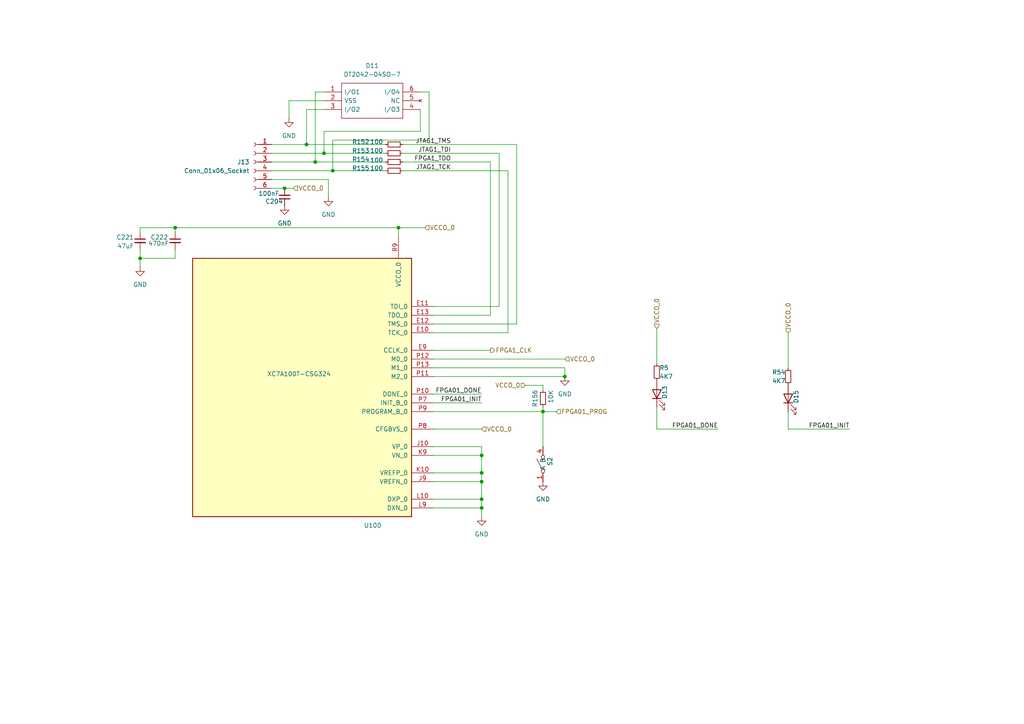
<source format=kicad_sch>
(kicad_sch
	(version 20231120)
	(generator "eeschema")
	(generator_version "8.0")
	(uuid "fe082147-dae1-4c5d-b480-f7822f6f6c8e")
	(paper "A4")
	(title_block
		(title "RASBB")
		(date "2025-02-02")
		(rev "01")
		(company "Mina Daneshpajouh")
	)
	(lib_symbols
		(symbol "Connector:Conn_01x06_Socket"
			(pin_names
				(offset 1.016) hide)
			(exclude_from_sim no)
			(in_bom yes)
			(on_board yes)
			(property "Reference" "J1"
				(at 1.27 0.0001 0)
				(effects
					(font
						(size 1.27 1.27)
					)
					(justify left)
				)
			)
			(property "Value" "Conn_01x06_Socket"
				(at 1.27 -2.5399 0)
				(effects
					(font
						(size 1.27 1.27)
					)
					(justify left)
				)
			)
			(property "Footprint" "Connector_PinHeader_2.54mm:PinHeader_1x06_P2.54mm_Vertical"
				(at 0 0 0)
				(effects
					(font
						(size 1.27 1.27)
					)
					(hide yes)
				)
			)
			(property "Datasheet" "https://www.lcsc.com/datasheet/lcsc_datasheet_2311231230_TE-Connectivity-104344-4_C5474377.pdf"
				(at 0 0 0)
				(effects
					(font
						(size 1.27 1.27)
					)
					(hide yes)
				)
			)
			(property "Description" "Generic connector, single row, 01x06, script generated"
				(at 0 0 0)
				(effects
					(font
						(size 1.27 1.27)
					)
					(hide yes)
				)
			)
			(property "Mfr. Part #" "104344-4 "
				(at 0 0 0)
				(effects
					(font
						(size 1.27 1.27)
					)
					(hide yes)
				)
			)
			(property "LCSC Part #" "C5474377"
				(at 0 0 0)
				(effects
					(font
						(size 1.27 1.27)
					)
					(hide yes)
				)
			)
			(property "ki_locked" ""
				(at 0 0 0)
				(effects
					(font
						(size 1.27 1.27)
					)
				)
			)
			(property "ki_keywords" "connector"
				(at 0 0 0)
				(effects
					(font
						(size 1.27 1.27)
					)
					(hide yes)
				)
			)
			(property "ki_fp_filters" "Connector*:*_1x??_*"
				(at 0 0 0)
				(effects
					(font
						(size 1.27 1.27)
					)
					(hide yes)
				)
			)
			(symbol "Conn_01x06_Socket_1_1"
				(arc
					(start 0 -7.112)
					(mid -0.5058 -7.62)
					(end 0 -8.128)
					(stroke
						(width 0.1524)
						(type default)
					)
					(fill
						(type none)
					)
				)
				(arc
					(start 0 -4.572)
					(mid -0.5058 -5.08)
					(end 0 -5.588)
					(stroke
						(width 0.1524)
						(type default)
					)
					(fill
						(type none)
					)
				)
				(arc
					(start 0 -2.032)
					(mid -0.5058 -2.54)
					(end 0 -3.048)
					(stroke
						(width 0.1524)
						(type default)
					)
					(fill
						(type none)
					)
				)
				(polyline
					(pts
						(xy -1.27 -7.62) (xy -0.508 -7.62)
					)
					(stroke
						(width 0.1524)
						(type default)
					)
					(fill
						(type none)
					)
				)
				(polyline
					(pts
						(xy -1.27 -5.08) (xy -0.508 -5.08)
					)
					(stroke
						(width 0.1524)
						(type default)
					)
					(fill
						(type none)
					)
				)
				(polyline
					(pts
						(xy -1.27 -2.54) (xy -0.508 -2.54)
					)
					(stroke
						(width 0.1524)
						(type default)
					)
					(fill
						(type none)
					)
				)
				(polyline
					(pts
						(xy -1.27 0) (xy -0.508 0)
					)
					(stroke
						(width 0.1524)
						(type default)
					)
					(fill
						(type none)
					)
				)
				(polyline
					(pts
						(xy -1.27 2.54) (xy -0.508 2.54)
					)
					(stroke
						(width 0.1524)
						(type default)
					)
					(fill
						(type none)
					)
				)
				(polyline
					(pts
						(xy -1.27 5.08) (xy -0.508 5.08)
					)
					(stroke
						(width 0.1524)
						(type default)
					)
					(fill
						(type none)
					)
				)
				(arc
					(start 0 0.508)
					(mid -0.5058 0)
					(end 0 -0.508)
					(stroke
						(width 0.1524)
						(type default)
					)
					(fill
						(type none)
					)
				)
				(arc
					(start 0 3.048)
					(mid -0.5058 2.54)
					(end 0 2.032)
					(stroke
						(width 0.1524)
						(type default)
					)
					(fill
						(type none)
					)
				)
				(arc
					(start 0 5.588)
					(mid -0.5058 5.08)
					(end 0 4.572)
					(stroke
						(width 0.1524)
						(type default)
					)
					(fill
						(type none)
					)
				)
				(pin output line
					(at -5.08 5.08 0)
					(length 3.81)
					(name "Pin_1"
						(effects
							(font
								(size 1.27 1.27)
							)
						)
					)
					(number "1"
						(effects
							(font
								(size 1.27 1.27)
							)
						)
					)
				)
				(pin output line
					(at -5.08 2.54 0)
					(length 3.81)
					(name "Pin_2"
						(effects
							(font
								(size 1.27 1.27)
							)
						)
					)
					(number "2"
						(effects
							(font
								(size 1.27 1.27)
							)
						)
					)
				)
				(pin input line
					(at -5.08 0 0)
					(length 3.81)
					(name "Pin_3"
						(effects
							(font
								(size 1.27 1.27)
							)
						)
					)
					(number "3"
						(effects
							(font
								(size 1.27 1.27)
							)
						)
					)
				)
				(pin output line
					(at -5.08 -2.54 0)
					(length 3.81)
					(name "Pin_4"
						(effects
							(font
								(size 1.27 1.27)
							)
						)
					)
					(number "4"
						(effects
							(font
								(size 1.27 1.27)
							)
						)
					)
				)
				(pin passive line
					(at -5.08 -5.08 0)
					(length 3.81)
					(name "Pin_5"
						(effects
							(font
								(size 1.27 1.27)
							)
						)
					)
					(number "5"
						(effects
							(font
								(size 1.27 1.27)
							)
						)
					)
				)
				(pin power_in line
					(at -5.08 -7.62 0)
					(length 3.81)
					(name "Pin_6"
						(effects
							(font
								(size 1.27 1.27)
							)
						)
					)
					(number "6"
						(effects
							(font
								(size 1.27 1.27)
							)
						)
					)
				)
			)
		)
		(symbol "Device:C_Small"
			(pin_numbers hide)
			(pin_names
				(offset 0.254) hide)
			(exclude_from_sim no)
			(in_bom yes)
			(on_board yes)
			(property "Reference" "C"
				(at 0.254 1.778 0)
				(effects
					(font
						(size 1.27 1.27)
					)
					(justify left)
				)
			)
			(property "Value" "C_Small"
				(at 0.254 -2.032 0)
				(effects
					(font
						(size 1.27 1.27)
					)
					(justify left)
				)
			)
			(property "Footprint" ""
				(at 0 0 0)
				(effects
					(font
						(size 1.27 1.27)
					)
					(hide yes)
				)
			)
			(property "Datasheet" "~"
				(at 0 0 0)
				(effects
					(font
						(size 1.27 1.27)
					)
					(hide yes)
				)
			)
			(property "Description" "Unpolarized capacitor, small symbol"
				(at 0 0 0)
				(effects
					(font
						(size 1.27 1.27)
					)
					(hide yes)
				)
			)
			(property "ki_keywords" "capacitor cap"
				(at 0 0 0)
				(effects
					(font
						(size 1.27 1.27)
					)
					(hide yes)
				)
			)
			(property "ki_fp_filters" "C_*"
				(at 0 0 0)
				(effects
					(font
						(size 1.27 1.27)
					)
					(hide yes)
				)
			)
			(symbol "C_Small_0_1"
				(polyline
					(pts
						(xy -1.524 -0.508) (xy 1.524 -0.508)
					)
					(stroke
						(width 0.3302)
						(type default)
					)
					(fill
						(type none)
					)
				)
				(polyline
					(pts
						(xy -1.524 0.508) (xy 1.524 0.508)
					)
					(stroke
						(width 0.3048)
						(type default)
					)
					(fill
						(type none)
					)
				)
			)
			(symbol "C_Small_1_1"
				(pin passive line
					(at 0 2.54 270)
					(length 2.032)
					(name "~"
						(effects
							(font
								(size 1.27 1.27)
							)
						)
					)
					(number "1"
						(effects
							(font
								(size 1.27 1.27)
							)
						)
					)
				)
				(pin passive line
					(at 0 -2.54 90)
					(length 2.032)
					(name "~"
						(effects
							(font
								(size 1.27 1.27)
							)
						)
					)
					(number "2"
						(effects
							(font
								(size 1.27 1.27)
							)
						)
					)
				)
			)
		)
		(symbol "Device:LED"
			(pin_numbers hide)
			(pin_names
				(offset 1.016) hide)
			(exclude_from_sim no)
			(in_bom yes)
			(on_board yes)
			(property "Reference" "D"
				(at 0 2.54 0)
				(effects
					(font
						(size 1.27 1.27)
					)
				)
			)
			(property "Value" "LED"
				(at 0 -2.54 0)
				(effects
					(font
						(size 1.27 1.27)
					)
				)
			)
			(property "Footprint" ""
				(at 0 0 0)
				(effects
					(font
						(size 1.27 1.27)
					)
					(hide yes)
				)
			)
			(property "Datasheet" "~"
				(at 0 0 0)
				(effects
					(font
						(size 1.27 1.27)
					)
					(hide yes)
				)
			)
			(property "Description" "Light emitting diode"
				(at 0 0 0)
				(effects
					(font
						(size 1.27 1.27)
					)
					(hide yes)
				)
			)
			(property "ki_keywords" "LED diode"
				(at 0 0 0)
				(effects
					(font
						(size 1.27 1.27)
					)
					(hide yes)
				)
			)
			(property "ki_fp_filters" "LED* LED_SMD:* LED_THT:*"
				(at 0 0 0)
				(effects
					(font
						(size 1.27 1.27)
					)
					(hide yes)
				)
			)
			(symbol "LED_0_1"
				(polyline
					(pts
						(xy -1.27 -1.27) (xy -1.27 1.27)
					)
					(stroke
						(width 0.254)
						(type default)
					)
					(fill
						(type none)
					)
				)
				(polyline
					(pts
						(xy -1.27 0) (xy 1.27 0)
					)
					(stroke
						(width 0)
						(type default)
					)
					(fill
						(type none)
					)
				)
				(polyline
					(pts
						(xy 1.27 -1.27) (xy 1.27 1.27) (xy -1.27 0) (xy 1.27 -1.27)
					)
					(stroke
						(width 0.254)
						(type default)
					)
					(fill
						(type none)
					)
				)
				(polyline
					(pts
						(xy -3.048 -0.762) (xy -4.572 -2.286) (xy -3.81 -2.286) (xy -4.572 -2.286) (xy -4.572 -1.524)
					)
					(stroke
						(width 0)
						(type default)
					)
					(fill
						(type none)
					)
				)
				(polyline
					(pts
						(xy -1.778 -0.762) (xy -3.302 -2.286) (xy -2.54 -2.286) (xy -3.302 -2.286) (xy -3.302 -1.524)
					)
					(stroke
						(width 0)
						(type default)
					)
					(fill
						(type none)
					)
				)
			)
			(symbol "LED_1_1"
				(pin passive line
					(at -3.81 0 0)
					(length 2.54)
					(name "K"
						(effects
							(font
								(size 1.27 1.27)
							)
						)
					)
					(number "1"
						(effects
							(font
								(size 1.27 1.27)
							)
						)
					)
				)
				(pin passive line
					(at 3.81 0 180)
					(length 2.54)
					(name "A"
						(effects
							(font
								(size 1.27 1.27)
							)
						)
					)
					(number "2"
						(effects
							(font
								(size 1.27 1.27)
							)
						)
					)
				)
			)
		)
		(symbol "Device:R_Small"
			(pin_numbers hide)
			(pin_names
				(offset 0.254) hide)
			(exclude_from_sim no)
			(in_bom yes)
			(on_board yes)
			(property "Reference" "R"
				(at 0.762 0.508 0)
				(effects
					(font
						(size 1.27 1.27)
					)
					(justify left)
				)
			)
			(property "Value" "R_Small"
				(at 0.762 -1.016 0)
				(effects
					(font
						(size 1.27 1.27)
					)
					(justify left)
				)
			)
			(property "Footprint" ""
				(at 0 0 0)
				(effects
					(font
						(size 1.27 1.27)
					)
					(hide yes)
				)
			)
			(property "Datasheet" "~"
				(at 0 0 0)
				(effects
					(font
						(size 1.27 1.27)
					)
					(hide yes)
				)
			)
			(property "Description" "Resistor, small symbol"
				(at 0 0 0)
				(effects
					(font
						(size 1.27 1.27)
					)
					(hide yes)
				)
			)
			(property "ki_keywords" "R resistor"
				(at 0 0 0)
				(effects
					(font
						(size 1.27 1.27)
					)
					(hide yes)
				)
			)
			(property "ki_fp_filters" "R_*"
				(at 0 0 0)
				(effects
					(font
						(size 1.27 1.27)
					)
					(hide yes)
				)
			)
			(symbol "R_Small_0_1"
				(rectangle
					(start -0.762 1.778)
					(end 0.762 -1.778)
					(stroke
						(width 0.2032)
						(type default)
					)
					(fill
						(type none)
					)
				)
			)
			(symbol "R_Small_1_1"
				(pin passive line
					(at 0 2.54 270)
					(length 0.762)
					(name "~"
						(effects
							(font
								(size 1.27 1.27)
							)
						)
					)
					(number "1"
						(effects
							(font
								(size 1.27 1.27)
							)
						)
					)
				)
				(pin passive line
					(at 0 -2.54 90)
					(length 0.762)
					(name "~"
						(effects
							(font
								(size 1.27 1.27)
							)
						)
					)
					(number "2"
						(effects
							(font
								(size 1.27 1.27)
							)
						)
					)
				)
			)
		)
		(symbol "FPGA_Xilinx_Artix7:XC7A100T-CSG324"
			(pin_names
				(offset 1.016)
			)
			(exclude_from_sim no)
			(in_bom yes)
			(on_board yes)
			(property "Reference" "U1"
				(at 40.894 -78.232 0)
				(effects
					(font
						(size 1.27 1.27)
					)
					(justify right)
				)
			)
			(property "Value" "XC7A100T-CSG324"
				(at 8.382 0.762 0)
				(effects
					(font
						(size 1.27 1.27)
					)
					(justify right)
				)
			)
			(property "Footprint" ""
				(at 0 0 0)
				(effects
					(font
						(size 1.27 1.27)
					)
					(hide yes)
				)
			)
			(property "Datasheet" ""
				(at 0 0 0)
				(effects
					(font
						(size 1.27 1.27)
					)
				)
			)
			(property "Description" "Artix 7 T 100 XC7A100T-CSG324"
				(at 0 0 0)
				(effects
					(font
						(size 1.27 1.27)
					)
					(hide yes)
				)
			)
			(property "Mfr. Part # " "XC7A100T-2CSG324I "
				(at 0 0 0)
				(effects
					(font
						(size 1.27 1.27)
					)
					(hide yes)
				)
			)
			(property "LCSC Part # " "C1521791"
				(at 0 0 0)
				(effects
					(font
						(size 1.27 1.27)
					)
					(hide yes)
				)
			)
			(property "ki_locked" ""
				(at 0 0 0)
				(effects
					(font
						(size 1.27 1.27)
					)
				)
			)
			(property "ki_keywords" "FPGA"
				(at 0 0 0)
				(effects
					(font
						(size 1.27 1.27)
					)
					(hide yes)
				)
			)
			(symbol "XC7A100T-CSG324_1_1"
				(rectangle
					(start -44.45 67.31)
					(end 44.45 -73.66)
					(stroke
						(width 0.254)
						(type default)
					)
					(fill
						(type background)
					)
				)
				(pin bidirectional line
					(at 50.8 33.02 180)
					(length 6.35)
					(name "IO_L4N_T0_15"
						(effects
							(font
								(size 1.27 1.27)
							)
						)
					)
					(number "A11"
						(effects
							(font
								(size 1.27 1.27)
							)
						)
					)
				)
				(pin bidirectional line
					(at 50.8 10.16 180)
					(length 6.35)
					(name "IO_L9P_T1_DQS_AD3P_15"
						(effects
							(font
								(size 1.27 1.27)
							)
						)
					)
					(number "A13"
						(effects
							(font
								(size 1.27 1.27)
							)
						)
					)
				)
				(pin bidirectional line
					(at 50.8 7.62 180)
					(length 6.35)
					(name "IO_L9N_T1_DQS_AD3N_15"
						(effects
							(font
								(size 1.27 1.27)
							)
						)
					)
					(number "A14"
						(effects
							(font
								(size 1.27 1.27)
							)
						)
					)
				)
				(pin bidirectional line
					(at 50.8 15.24 180)
					(length 6.35)
					(name "IO_L8P_T1_AD10P_15"
						(effects
							(font
								(size 1.27 1.27)
							)
						)
					)
					(number "A15"
						(effects
							(font
								(size 1.27 1.27)
							)
						)
					)
				)
				(pin bidirectional line
					(at 50.8 12.7 180)
					(length 6.35)
					(name "IO_L8N_T1_AD10N_15"
						(effects
							(font
								(size 1.27 1.27)
							)
						)
					)
					(number "A16"
						(effects
							(font
								(size 1.27 1.27)
							)
						)
					)
				)
				(pin power_in line
					(at 27.94 73.66 270)
					(length 6.35)
					(name "VCCO_15"
						(effects
							(font
								(size 1.27 1.27)
							)
						)
					)
					(number "A17"
						(effects
							(font
								(size 1.27 1.27)
							)
						)
					)
				)
				(pin bidirectional line
					(at 50.8 2.54 180)
					(length 6.35)
					(name "IO_L10N_T1_AD11N_15"
						(effects
							(font
								(size 1.27 1.27)
							)
						)
					)
					(number "A18"
						(effects
							(font
								(size 1.27 1.27)
							)
						)
					)
				)
				(pin bidirectional line
					(at 50.8 35.56 180)
					(length 6.35)
					(name "IO_L4P_T0_15"
						(effects
							(font
								(size 1.27 1.27)
							)
						)
					)
					(number "B11"
						(effects
							(font
								(size 1.27 1.27)
							)
						)
					)
				)
				(pin bidirectional line
					(at 50.8 38.1 180)
					(length 6.35)
					(name "IO_L3N_T0_DQS_AD1N_15"
						(effects
							(font
								(size 1.27 1.27)
							)
						)
					)
					(number "B12"
						(effects
							(font
								(size 1.27 1.27)
							)
						)
					)
				)
				(pin bidirectional line
					(at 50.8 45.72 180)
					(length 6.35)
					(name "IO_L2P_T0_AD8P_15"
						(effects
							(font
								(size 1.27 1.27)
							)
						)
					)
					(number "B13"
						(effects
							(font
								(size 1.27 1.27)
							)
						)
					)
				)
				(pin bidirectional line
					(at 50.8 43.18 180)
					(length 6.35)
					(name "IO_L2N_T0_AD8N_15"
						(effects
							(font
								(size 1.27 1.27)
							)
						)
					)
					(number "B14"
						(effects
							(font
								(size 1.27 1.27)
							)
						)
					)
				)
				(pin bidirectional line
					(at 50.8 20.32 180)
					(length 6.35)
					(name "IO_L7P_T1_AD2P_15"
						(effects
							(font
								(size 1.27 1.27)
							)
						)
					)
					(number "B16"
						(effects
							(font
								(size 1.27 1.27)
							)
						)
					)
				)
				(pin bidirectional line
					(at 50.8 17.78 180)
					(length 6.35)
					(name "IO_L7N_T1_AD2N_15"
						(effects
							(font
								(size 1.27 1.27)
							)
						)
					)
					(number "B17"
						(effects
							(font
								(size 1.27 1.27)
							)
						)
					)
				)
				(pin bidirectional line
					(at 50.8 5.08 180)
					(length 6.35)
					(name "IO_L10P_T1_AD11P_15"
						(effects
							(font
								(size 1.27 1.27)
							)
						)
					)
					(number "B18"
						(effects
							(font
								(size 1.27 1.27)
							)
						)
					)
				)
				(pin bidirectional line
					(at 50.8 40.64 180)
					(length 6.35)
					(name "IO_L3P_T0_DQS_AD1P_15"
						(effects
							(font
								(size 1.27 1.27)
							)
						)
					)
					(number "C12"
						(effects
							(font
								(size 1.27 1.27)
							)
						)
					)
				)
				(pin power_in line
					(at 30.48 73.66 270)
					(length 6.35)
					(name "VCCO_15"
						(effects
							(font
								(size 1.27 1.27)
							)
						)
					)
					(number "C13"
						(effects
							(font
								(size 1.27 1.27)
							)
						)
					)
				)
				(pin bidirectional line
					(at 50.8 48.26 180)
					(length 6.35)
					(name "IO_L1N_T0_AD0N_15"
						(effects
							(font
								(size 1.27 1.27)
							)
						)
					)
					(number "C14"
						(effects
							(font
								(size 1.27 1.27)
							)
						)
					)
				)
				(pin bidirectional line
					(at 50.8 -7.62 180)
					(length 6.35)
					(name "IO_L12N_T1_MRCC_15"
						(effects
							(font
								(size 1.27 1.27)
							)
						)
					)
					(number "C15"
						(effects
							(font
								(size 1.27 1.27)
							)
						)
					)
				)
				(pin bidirectional line
					(at 50.8 -45.72 180)
					(length 6.35)
					(name "IO_L20P_T3_A20_15"
						(effects
							(font
								(size 1.27 1.27)
							)
						)
					)
					(number "C16"
						(effects
							(font
								(size 1.27 1.27)
							)
						)
					)
				)
				(pin bidirectional line
					(at 50.8 -48.26 180)
					(length 6.35)
					(name "IO_L20N_T3_A19_15"
						(effects
							(font
								(size 1.27 1.27)
							)
						)
					)
					(number "C17"
						(effects
							(font
								(size 1.27 1.27)
							)
						)
					)
				)
				(pin bidirectional line
					(at 50.8 25.4 180)
					(length 6.35)
					(name "IO_L6P_T0_15"
						(effects
							(font
								(size 1.27 1.27)
							)
						)
					)
					(number "D12"
						(effects
							(font
								(size 1.27 1.27)
							)
						)
					)
				)
				(pin bidirectional line
					(at 50.8 22.86 180)
					(length 6.35)
					(name "IO_L6N_T0_VREF_15"
						(effects
							(font
								(size 1.27 1.27)
							)
						)
					)
					(number "D13"
						(effects
							(font
								(size 1.27 1.27)
							)
						)
					)
				)
				(pin bidirectional line
					(at 50.8 50.8 180)
					(length 6.35)
					(name "IO_L1P_T0_AD0P_15"
						(effects
							(font
								(size 1.27 1.27)
							)
						)
					)
					(number "D14"
						(effects
							(font
								(size 1.27 1.27)
							)
						)
					)
				)
				(pin bidirectional line
					(at 50.8 -5.08 180)
					(length 6.35)
					(name "IO_L12P_T1_MRCC_15"
						(effects
							(font
								(size 1.27 1.27)
							)
						)
					)
					(number "D15"
						(effects
							(font
								(size 1.27 1.27)
							)
						)
					)
				)
				(pin power_in line
					(at 33.02 73.66 270)
					(length 6.35)
					(name "VCCO_15"
						(effects
							(font
								(size 1.27 1.27)
							)
						)
					)
					(number "D16"
						(effects
							(font
								(size 1.27 1.27)
							)
						)
					)
				)
				(pin bidirectional line
					(at 50.8 -27.94 180)
					(length 6.35)
					(name "IO_L16N_T2_A27_15"
						(effects
							(font
								(size 1.27 1.27)
							)
						)
					)
					(number "D17"
						(effects
							(font
								(size 1.27 1.27)
							)
						)
					)
				)
				(pin bidirectional line
					(at 50.8 -53.34 180)
					(length 6.35)
					(name "IO_L21N_T3_DQS_A18_15"
						(effects
							(font
								(size 1.27 1.27)
							)
						)
					)
					(number "D18"
						(effects
							(font
								(size 1.27 1.27)
							)
						)
					)
				)
				(pin bidirectional line
					(at 50.8 0 180)
					(length 6.35)
					(name "IO_L11P_T1_SRCC_15"
						(effects
							(font
								(size 1.27 1.27)
							)
						)
					)
					(number "E15"
						(effects
							(font
								(size 1.27 1.27)
							)
						)
					)
				)
				(pin bidirectional line
					(at 50.8 -2.54 180)
					(length 6.35)
					(name "IO_L11N_T1_SRCC_15"
						(effects
							(font
								(size 1.27 1.27)
							)
						)
					)
					(number "E16"
						(effects
							(font
								(size 1.27 1.27)
							)
						)
					)
				)
				(pin bidirectional line
					(at 50.8 -25.4 180)
					(length 6.35)
					(name "IO_L16P_T2_A28_15"
						(effects
							(font
								(size 1.27 1.27)
							)
						)
					)
					(number "E17"
						(effects
							(font
								(size 1.27 1.27)
							)
						)
					)
				)
				(pin bidirectional line
					(at 50.8 -50.8 180)
					(length 6.35)
					(name "IO_L21P_T3_DQS_15"
						(effects
							(font
								(size 1.27 1.27)
							)
						)
					)
					(number "E18"
						(effects
							(font
								(size 1.27 1.27)
							)
						)
					)
				)
				(pin bidirectional line
					(at 50.8 30.48 180)
					(length 6.35)
					(name "IO_L5P_T0_AD9P_15"
						(effects
							(font
								(size 1.27 1.27)
							)
						)
					)
					(number "F13"
						(effects
							(font
								(size 1.27 1.27)
							)
						)
					)
				)
				(pin bidirectional line
					(at 50.8 27.94 180)
					(length 6.35)
					(name "IO_L5N_T0_AD9N_15"
						(effects
							(font
								(size 1.27 1.27)
							)
						)
					)
					(number "F14"
						(effects
							(font
								(size 1.27 1.27)
							)
						)
					)
				)
				(pin bidirectional line
					(at 50.8 -15.24 180)
					(length 6.35)
					(name "IO_L14P_T2_SRCC_15"
						(effects
							(font
								(size 1.27 1.27)
							)
						)
					)
					(number "F15"
						(effects
							(font
								(size 1.27 1.27)
							)
						)
					)
				)
				(pin bidirectional line
					(at 50.8 -17.78 180)
					(length 6.35)
					(name "IO_L14N_T2_SRCC_15"
						(effects
							(font
								(size 1.27 1.27)
							)
						)
					)
					(number "F16"
						(effects
							(font
								(size 1.27 1.27)
							)
						)
					)
				)
				(pin bidirectional line
					(at 50.8 -58.42 180)
					(length 6.35)
					(name "IO_L22N_T3_A16_15"
						(effects
							(font
								(size 1.27 1.27)
							)
						)
					)
					(number "F18"
						(effects
							(font
								(size 1.27 1.27)
							)
						)
					)
				)
				(pin bidirectional line
					(at 50.8 53.34 180)
					(length 6.35)
					(name "IO_0_15"
						(effects
							(font
								(size 1.27 1.27)
							)
						)
					)
					(number "G13"
						(effects
							(font
								(size 1.27 1.27)
							)
						)
					)
				)
				(pin bidirectional line
					(at 50.8 -22.86 180)
					(length 6.35)
					(name "IO_L15N_T2_DQS_ADV_B_15"
						(effects
							(font
								(size 1.27 1.27)
							)
						)
					)
					(number "G14"
						(effects
							(font
								(size 1.27 1.27)
							)
						)
					)
				)
				(pin power_in line
					(at 35.56 73.66 270)
					(length 6.35)
					(name "VCCO_15"
						(effects
							(font
								(size 1.27 1.27)
							)
						)
					)
					(number "G15"
						(effects
							(font
								(size 1.27 1.27)
							)
						)
					)
				)
				(pin bidirectional line
					(at 50.8 -12.7 180)
					(length 6.35)
					(name "IO_L13N_T2_MRCC_15"
						(effects
							(font
								(size 1.27 1.27)
							)
						)
					)
					(number "G16"
						(effects
							(font
								(size 1.27 1.27)
							)
						)
					)
				)
				(pin bidirectional line
					(at 50.8 -38.1 180)
					(length 6.35)
					(name "IO_L18N_T2_A23_15"
						(effects
							(font
								(size 1.27 1.27)
							)
						)
					)
					(number "G17"
						(effects
							(font
								(size 1.27 1.27)
							)
						)
					)
				)
				(pin bidirectional line
					(at 50.8 -55.88 180)
					(length 6.35)
					(name "IO_L22P_T3_A17_15"
						(effects
							(font
								(size 1.27 1.27)
							)
						)
					)
					(number "G18"
						(effects
							(font
								(size 1.27 1.27)
							)
						)
					)
				)
				(pin bidirectional line
					(at 50.8 -20.32 180)
					(length 6.35)
					(name "IO_L15P_T2_DQS_15"
						(effects
							(font
								(size 1.27 1.27)
							)
						)
					)
					(number "H14"
						(effects
							(font
								(size 1.27 1.27)
							)
						)
					)
				)
				(pin bidirectional line
					(at 50.8 -43.18 180)
					(length 6.35)
					(name "IO_L19N_T3_A21_VREF_15"
						(effects
							(font
								(size 1.27 1.27)
							)
						)
					)
					(number "H15"
						(effects
							(font
								(size 1.27 1.27)
							)
						)
					)
				)
				(pin bidirectional line
					(at 50.8 -10.16 180)
					(length 6.35)
					(name "IO_L13P_T2_MRCC_15"
						(effects
							(font
								(size 1.27 1.27)
							)
						)
					)
					(number "H16"
						(effects
							(font
								(size 1.27 1.27)
							)
						)
					)
				)
				(pin bidirectional line
					(at 50.8 -35.56 180)
					(length 6.35)
					(name "IO_L18P_T2_A24_15"
						(effects
							(font
								(size 1.27 1.27)
							)
						)
					)
					(number "H17"
						(effects
							(font
								(size 1.27 1.27)
							)
						)
					)
				)
				(pin power_in line
					(at 38.1 73.66 270)
					(length 6.35)
					(name "VCCO_15"
						(effects
							(font
								(size 1.27 1.27)
							)
						)
					)
					(number "H18"
						(effects
							(font
								(size 1.27 1.27)
							)
						)
					)
				)
				(pin bidirectional line
					(at 50.8 -33.02 180)
					(length 6.35)
					(name "IO_L17N_T2_A25_15"
						(effects
							(font
								(size 1.27 1.27)
							)
						)
					)
					(number "J13"
						(effects
							(font
								(size 1.27 1.27)
							)
						)
					)
				)
				(pin bidirectional line
					(at 50.8 -40.64 180)
					(length 6.35)
					(name "IO_L19P_T3_A22_15"
						(effects
							(font
								(size 1.27 1.27)
							)
						)
					)
					(number "J14"
						(effects
							(font
								(size 1.27 1.27)
							)
						)
					)
				)
				(pin bidirectional line
					(at 50.8 -68.58 180)
					(length 6.35)
					(name "IO_L24N_T3_RS0_15"
						(effects
							(font
								(size 1.27 1.27)
							)
						)
					)
					(number "J15"
						(effects
							(font
								(size 1.27 1.27)
							)
						)
					)
				)
				(pin bidirectional line
					(at 50.8 -60.96 180)
					(length 6.35)
					(name "IO_L23P_T3_FOE_B_15"
						(effects
							(font
								(size 1.27 1.27)
							)
						)
					)
					(number "J17"
						(effects
							(font
								(size 1.27 1.27)
							)
						)
					)
				)
				(pin bidirectional line
					(at 50.8 -63.5 180)
					(length 6.35)
					(name "IO_L23N_T3_FWE_B_15"
						(effects
							(font
								(size 1.27 1.27)
							)
						)
					)
					(number "J18"
						(effects
							(font
								(size 1.27 1.27)
							)
						)
					)
				)
				(pin bidirectional line
					(at 50.8 -30.48 180)
					(length 6.35)
					(name "IO_L17P_T2_A26_15"
						(effects
							(font
								(size 1.27 1.27)
							)
						)
					)
					(number "K13"
						(effects
							(font
								(size 1.27 1.27)
							)
						)
					)
				)
				(pin power_in line
					(at 40.64 73.66 270)
					(length 6.35)
					(name "VCCO_15"
						(effects
							(font
								(size 1.27 1.27)
							)
						)
					)
					(number "K14"
						(effects
							(font
								(size 1.27 1.27)
							)
						)
					)
				)
				(pin bidirectional line
					(at 50.8 -66.04 180)
					(length 6.35)
					(name "IO_L24P_T3_RS1_15"
						(effects
							(font
								(size 1.27 1.27)
							)
						)
					)
					(number "K15"
						(effects
							(font
								(size 1.27 1.27)
							)
						)
					)
				)
				(pin bidirectional line
					(at 50.8 -71.12 180)
					(length 6.35)
					(name "IO_25_15"
						(effects
							(font
								(size 1.27 1.27)
							)
						)
					)
					(number "K16"
						(effects
							(font
								(size 1.27 1.27)
							)
						)
					)
				)
				(pin bidirectional line
					(at -50.8 50.8 0)
					(length 6.35)
					(name "IO_L1P_T0_D00_MOSI_14"
						(effects
							(font
								(size 1.27 1.27)
							)
						)
					)
					(number "K17"
						(effects
							(font
								(size 1.27 1.27)
							)
						)
					)
				)
				(pin bidirectional line
					(at -50.8 48.26 0)
					(length 6.35)
					(name "IO_L1N_T0_D01_DIN_14"
						(effects
							(font
								(size 1.27 1.27)
							)
						)
					)
					(number "K18"
						(effects
							(font
								(size 1.27 1.27)
							)
						)
					)
				)
				(pin bidirectional line
					(at -50.8 25.4 0)
					(length 6.35)
					(name "IO_L6P_T0_FCS_B_14"
						(effects
							(font
								(size 1.27 1.27)
							)
						)
					)
					(number "L13"
						(effects
							(font
								(size 1.27 1.27)
							)
						)
					)
				)
				(pin bidirectional line
					(at -50.8 45.72 0)
					(length 6.35)
					(name "IO_L2P_T0_D02_14"
						(effects
							(font
								(size 1.27 1.27)
							)
						)
					)
					(number "L14"
						(effects
							(font
								(size 1.27 1.27)
							)
						)
					)
				)
				(pin bidirectional line
					(at -50.8 40.64 0)
					(length 6.35)
					(name "IO_L3P_T0_DQS_PUDC_B_14"
						(effects
							(font
								(size 1.27 1.27)
							)
						)
					)
					(number "L15"
						(effects
							(font
								(size 1.27 1.27)
							)
						)
					)
				)
				(pin bidirectional line
					(at -50.8 38.1 0)
					(length 6.35)
					(name "IO_L3N_T0_DQS_EMCCLK_14"
						(effects
							(font
								(size 1.27 1.27)
							)
						)
					)
					(number "L16"
						(effects
							(font
								(size 1.27 1.27)
							)
						)
					)
				)
				(pin power_in line
					(at -40.64 73.66 270)
					(length 6.35)
					(name "VCCO_14"
						(effects
							(font
								(size 1.27 1.27)
							)
						)
					)
					(number "L17"
						(effects
							(font
								(size 1.27 1.27)
							)
						)
					)
				)
				(pin bidirectional line
					(at -50.8 35.56 0)
					(length 6.35)
					(name "IO_L4P_T0_D04_14"
						(effects
							(font
								(size 1.27 1.27)
							)
						)
					)
					(number "L18"
						(effects
							(font
								(size 1.27 1.27)
							)
						)
					)
				)
				(pin bidirectional line
					(at -50.8 22.86 0)
					(length 6.35)
					(name "IO_L6N_T0_D08_VREF_14"
						(effects
							(font
								(size 1.27 1.27)
							)
						)
					)
					(number "M13"
						(effects
							(font
								(size 1.27 1.27)
							)
						)
					)
				)
				(pin bidirectional line
					(at -50.8 43.18 0)
					(length 6.35)
					(name "IO_L2N_T0_D03_14"
						(effects
							(font
								(size 1.27 1.27)
							)
						)
					)
					(number "M14"
						(effects
							(font
								(size 1.27 1.27)
							)
						)
					)
				)
				(pin bidirectional line
					(at -50.8 5.08 0)
					(length 6.35)
					(name "IO_L10P_T1_D14_14"
						(effects
							(font
								(size 1.27 1.27)
							)
						)
					)
					(number "M16"
						(effects
							(font
								(size 1.27 1.27)
							)
						)
					)
				)
				(pin bidirectional line
					(at -50.8 2.54 0)
					(length 6.35)
					(name "IO_L10N_T1_D15_14"
						(effects
							(font
								(size 1.27 1.27)
							)
						)
					)
					(number "M17"
						(effects
							(font
								(size 1.27 1.27)
							)
						)
					)
				)
				(pin bidirectional line
					(at -50.8 33.02 0)
					(length 6.35)
					(name "IO_L4N_T0_D05_14"
						(effects
							(font
								(size 1.27 1.27)
							)
						)
					)
					(number "M18"
						(effects
							(font
								(size 1.27 1.27)
							)
						)
					)
				)
				(pin power_in line
					(at -38.1 73.66 270)
					(length 6.35)
					(name "VCCO_14"
						(effects
							(font
								(size 1.27 1.27)
							)
						)
					)
					(number "N13"
						(effects
							(font
								(size 1.27 1.27)
							)
						)
					)
				)
				(pin bidirectional line
					(at -50.8 15.24 0)
					(length 6.35)
					(name "IO_L8P_T1_D11_14"
						(effects
							(font
								(size 1.27 1.27)
							)
						)
					)
					(number "N14"
						(effects
							(font
								(size 1.27 1.27)
							)
						)
					)
				)
				(pin bidirectional line
					(at -50.8 0 0)
					(length 6.35)
					(name "IO_L11P_T1_SRCC_14"
						(effects
							(font
								(size 1.27 1.27)
							)
						)
					)
					(number "N15"
						(effects
							(font
								(size 1.27 1.27)
							)
						)
					)
				)
				(pin bidirectional line
					(at -50.8 -2.54 0)
					(length 6.35)
					(name "IO_L11N_T1_SRCC_14"
						(effects
							(font
								(size 1.27 1.27)
							)
						)
					)
					(number "N16"
						(effects
							(font
								(size 1.27 1.27)
							)
						)
					)
				)
				(pin bidirectional line
					(at -50.8 10.16 0)
					(length 6.35)
					(name "IO_L9P_T1_DQS_14"
						(effects
							(font
								(size 1.27 1.27)
							)
						)
					)
					(number "N17"
						(effects
							(font
								(size 1.27 1.27)
							)
						)
					)
				)
				(pin bidirectional line
					(at -50.8 12.7 0)
					(length 6.35)
					(name "IO_L8N_T1_D12_14"
						(effects
							(font
								(size 1.27 1.27)
							)
						)
					)
					(number "P14"
						(effects
							(font
								(size 1.27 1.27)
							)
						)
					)
				)
				(pin bidirectional line
					(at -50.8 -10.16 0)
					(length 6.35)
					(name "IO_L13P_T2_MRCC_14"
						(effects
							(font
								(size 1.27 1.27)
							)
						)
					)
					(number "P15"
						(effects
							(font
								(size 1.27 1.27)
							)
						)
					)
				)
				(pin power_in line
					(at -35.56 73.66 270)
					(length 6.35)
					(name "VCCO_14"
						(effects
							(font
								(size 1.27 1.27)
							)
						)
					)
					(number "P16"
						(effects
							(font
								(size 1.27 1.27)
							)
						)
					)
				)
				(pin bidirectional line
					(at -50.8 -5.08 0)
					(length 6.35)
					(name "IO_L12P_T1_MRCC_14"
						(effects
							(font
								(size 1.27 1.27)
							)
						)
					)
					(number "P17"
						(effects
							(font
								(size 1.27 1.27)
							)
						)
					)
				)
				(pin bidirectional line
					(at -50.8 7.62 0)
					(length 6.35)
					(name "IO_L9N_T1_DQS_D13_14"
						(effects
							(font
								(size 1.27 1.27)
							)
						)
					)
					(number "P18"
						(effects
							(font
								(size 1.27 1.27)
							)
						)
					)
				)
				(pin bidirectional line
					(at -50.8 -71.12 0)
					(length 6.35)
					(name "IO_25_14"
						(effects
							(font
								(size 1.27 1.27)
							)
						)
					)
					(number "R10"
						(effects
							(font
								(size 1.27 1.27)
							)
						)
					)
				)
				(pin bidirectional line
					(at -50.8 53.34 0)
					(length 6.35)
					(name "IO_0_14"
						(effects
							(font
								(size 1.27 1.27)
							)
						)
					)
					(number "R11"
						(effects
							(font
								(size 1.27 1.27)
							)
						)
					)
				)
				(pin bidirectional line
					(at -50.8 30.48 0)
					(length 6.35)
					(name "IO_L5P_T0_D06_14"
						(effects
							(font
								(size 1.27 1.27)
							)
						)
					)
					(number "R12"
						(effects
							(font
								(size 1.27 1.27)
							)
						)
					)
				)
				(pin bidirectional line
					(at -50.8 27.94 0)
					(length 6.35)
					(name "IO_L5N_T0_D07_14"
						(effects
							(font
								(size 1.27 1.27)
							)
						)
					)
					(number "R13"
						(effects
							(font
								(size 1.27 1.27)
							)
						)
					)
				)
				(pin bidirectional line
					(at -50.8 -12.7 0)
					(length 6.35)
					(name "IO_L13N_T2_MRCC_14"
						(effects
							(font
								(size 1.27 1.27)
							)
						)
					)
					(number "R15"
						(effects
							(font
								(size 1.27 1.27)
							)
						)
					)
				)
				(pin bidirectional line
					(at -50.8 -20.32 0)
					(length 6.35)
					(name "IO_L15P_T2_DQS_RDWR_B_14"
						(effects
							(font
								(size 1.27 1.27)
							)
						)
					)
					(number "R16"
						(effects
							(font
								(size 1.27 1.27)
							)
						)
					)
				)
				(pin bidirectional line
					(at -50.8 -7.62 0)
					(length 6.35)
					(name "IO_L12N_T1_MRCC_14"
						(effects
							(font
								(size 1.27 1.27)
							)
						)
					)
					(number "R17"
						(effects
							(font
								(size 1.27 1.27)
							)
						)
					)
				)
				(pin bidirectional line
					(at -50.8 20.32 0)
					(length 6.35)
					(name "IO_L7P_T1_D09_14"
						(effects
							(font
								(size 1.27 1.27)
							)
						)
					)
					(number "R18"
						(effects
							(font
								(size 1.27 1.27)
							)
						)
					)
				)
				(pin bidirectional line
					(at -50.8 -68.58 0)
					(length 6.35)
					(name "IO_L24N_T3_A00_D16_14"
						(effects
							(font
								(size 1.27 1.27)
							)
						)
					)
					(number "T10"
						(effects
							(font
								(size 1.27 1.27)
							)
						)
					)
				)
				(pin bidirectional line
					(at -50.8 -40.64 0)
					(length 6.35)
					(name "IO_L19P_T3_A10_D26_14"
						(effects
							(font
								(size 1.27 1.27)
							)
						)
					)
					(number "T11"
						(effects
							(font
								(size 1.27 1.27)
							)
						)
					)
				)
				(pin power_in line
					(at -33.02 73.66 270)
					(length 6.35)
					(name "VCCO_14"
						(effects
							(font
								(size 1.27 1.27)
							)
						)
					)
					(number "T12"
						(effects
							(font
								(size 1.27 1.27)
							)
						)
					)
				)
				(pin bidirectional line
					(at -50.8 -60.96 0)
					(length 6.35)
					(name "IO_L23P_T3_A03_D19_14"
						(effects
							(font
								(size 1.27 1.27)
							)
						)
					)
					(number "T13"
						(effects
							(font
								(size 1.27 1.27)
							)
						)
					)
				)
				(pin bidirectional line
					(at -50.8 -15.24 0)
					(length 6.35)
					(name "IO_L14P_T2_SRCC_14"
						(effects
							(font
								(size 1.27 1.27)
							)
						)
					)
					(number "T14"
						(effects
							(font
								(size 1.27 1.27)
							)
						)
					)
				)
				(pin bidirectional line
					(at -50.8 -17.78 0)
					(length 6.35)
					(name "IO_L14N_T2_SRCC_14"
						(effects
							(font
								(size 1.27 1.27)
							)
						)
					)
					(number "T15"
						(effects
							(font
								(size 1.27 1.27)
							)
						)
					)
				)
				(pin bidirectional line
					(at -50.8 -22.86 0)
					(length 6.35)
					(name "IO_L15N_T2_DQS_DOUT_CSO_B_14"
						(effects
							(font
								(size 1.27 1.27)
							)
						)
					)
					(number "T16"
						(effects
							(font
								(size 1.27 1.27)
							)
						)
					)
				)
				(pin bidirectional line
					(at -50.8 17.78 0)
					(length 6.35)
					(name "IO_L7N_T1_D10_14"
						(effects
							(font
								(size 1.27 1.27)
							)
						)
					)
					(number "T18"
						(effects
							(font
								(size 1.27 1.27)
							)
						)
					)
				)
				(pin bidirectional line
					(at -50.8 -66.04 0)
					(length 6.35)
					(name "IO_L24P_T3_A01_D17_14"
						(effects
							(font
								(size 1.27 1.27)
							)
						)
					)
					(number "T9"
						(effects
							(font
								(size 1.27 1.27)
							)
						)
					)
				)
				(pin bidirectional line
					(at -50.8 -43.18 0)
					(length 6.35)
					(name "IO_L19N_T3_A09_D25_VREF_14"
						(effects
							(font
								(size 1.27 1.27)
							)
						)
					)
					(number "U11"
						(effects
							(font
								(size 1.27 1.27)
							)
						)
					)
				)
				(pin bidirectional line
					(at -50.8 -45.72 0)
					(length 6.35)
					(name "IO_L20P_T3_A08_D24_14"
						(effects
							(font
								(size 1.27 1.27)
							)
						)
					)
					(number "U12"
						(effects
							(font
								(size 1.27 1.27)
							)
						)
					)
				)
				(pin bidirectional line
					(at -50.8 -63.5 0)
					(length 6.35)
					(name "IO_L23N_T3_A02_D18_14"
						(effects
							(font
								(size 1.27 1.27)
							)
						)
					)
					(number "U13"
						(effects
							(font
								(size 1.27 1.27)
							)
						)
					)
				)
				(pin bidirectional line
					(at -50.8 -55.88 0)
					(length 6.35)
					(name "IO_L22P_T3_A05_D21_14"
						(effects
							(font
								(size 1.27 1.27)
							)
						)
					)
					(number "U14"
						(effects
							(font
								(size 1.27 1.27)
							)
						)
					)
				)
				(pin power_in line
					(at -30.48 73.66 270)
					(length 6.35)
					(name "VCCO_14"
						(effects
							(font
								(size 1.27 1.27)
							)
						)
					)
					(number "U15"
						(effects
							(font
								(size 1.27 1.27)
							)
						)
					)
				)
				(pin bidirectional line
					(at -50.8 -35.56 0)
					(length 6.35)
					(name "IO_L18P_T2_A12_D28_14"
						(effects
							(font
								(size 1.27 1.27)
							)
						)
					)
					(number "U16"
						(effects
							(font
								(size 1.27 1.27)
							)
						)
					)
				)
				(pin bidirectional line
					(at -50.8 -30.48 0)
					(length 6.35)
					(name "IO_L17P_T2_A14_D30_14"
						(effects
							(font
								(size 1.27 1.27)
							)
						)
					)
					(number "U17"
						(effects
							(font
								(size 1.27 1.27)
							)
						)
					)
				)
				(pin bidirectional line
					(at -50.8 -33.02 0)
					(length 6.35)
					(name "IO_L17N_T2_A13_D29_14"
						(effects
							(font
								(size 1.27 1.27)
							)
						)
					)
					(number "U18"
						(effects
							(font
								(size 1.27 1.27)
							)
						)
					)
				)
				(pin bidirectional line
					(at -50.8 -50.8 0)
					(length 6.35)
					(name "IO_L21P_T3_DQS_14"
						(effects
							(font
								(size 1.27 1.27)
							)
						)
					)
					(number "V10"
						(effects
							(font
								(size 1.27 1.27)
							)
						)
					)
				)
				(pin bidirectional line
					(at -50.8 -53.34 0)
					(length 6.35)
					(name "IO_L21N_T3_DQS_A06_D22_14"
						(effects
							(font
								(size 1.27 1.27)
							)
						)
					)
					(number "V11"
						(effects
							(font
								(size 1.27 1.27)
							)
						)
					)
				)
				(pin bidirectional line
					(at -50.8 -48.26 0)
					(length 6.35)
					(name "IO_L20N_T3_A07_D23_14"
						(effects
							(font
								(size 1.27 1.27)
							)
						)
					)
					(number "V12"
						(effects
							(font
								(size 1.27 1.27)
							)
						)
					)
				)
				(pin bidirectional line
					(at -50.8 -58.42 0)
					(length 6.35)
					(name "IO_L22N_T3_A04_D20_14"
						(effects
							(font
								(size 1.27 1.27)
							)
						)
					)
					(number "V14"
						(effects
							(font
								(size 1.27 1.27)
							)
						)
					)
				)
				(pin bidirectional line
					(at -50.8 -25.4 0)
					(length 6.35)
					(name "IO_L16P_T2_CSI_B_14"
						(effects
							(font
								(size 1.27 1.27)
							)
						)
					)
					(number "V15"
						(effects
							(font
								(size 1.27 1.27)
							)
						)
					)
				)
				(pin bidirectional line
					(at -50.8 -27.94 0)
					(length 6.35)
					(name "IO_L16N_T2_A15_D31_14"
						(effects
							(font
								(size 1.27 1.27)
							)
						)
					)
					(number "V16"
						(effects
							(font
								(size 1.27 1.27)
							)
						)
					)
				)
				(pin bidirectional line
					(at -50.8 -38.1 0)
					(length 6.35)
					(name "IO_L18N_T2_A11_D27_14"
						(effects
							(font
								(size 1.27 1.27)
							)
						)
					)
					(number "V17"
						(effects
							(font
								(size 1.27 1.27)
							)
						)
					)
				)
				(pin power_in line
					(at -27.94 73.66 270)
					(length 6.35)
					(name "VCCO_14"
						(effects
							(font
								(size 1.27 1.27)
							)
						)
					)
					(number "V18"
						(effects
							(font
								(size 1.27 1.27)
							)
						)
					)
				)
			)
			(symbol "XC7A100T-CSG324_2_1"
				(rectangle
					(start -44.45 67.31)
					(end 44.45 -73.66)
					(stroke
						(width 0.254)
						(type default)
					)
					(fill
						(type background)
					)
				)
				(pin bidirectional line
					(at -50.8 35.56 0)
					(length 6.35)
					(name "IO_L14P_T2_SRCC_16"
						(effects
							(font
								(size 1.27 1.27)
							)
						)
					)
					(number "A10"
						(effects
							(font
								(size 1.27 1.27)
							)
						)
					)
				)
				(pin bidirectional line
					(at -50.8 43.18 0)
					(length 6.35)
					(name "IO_L12N_T1_MRCC_16"
						(effects
							(font
								(size 1.27 1.27)
							)
						)
					)
					(number "A8"
						(effects
							(font
								(size 1.27 1.27)
							)
						)
					)
				)
				(pin bidirectional line
					(at -50.8 33.02 0)
					(length 6.35)
					(name "IO_L14N_T2_SRCC_16"
						(effects
							(font
								(size 1.27 1.27)
							)
						)
					)
					(number "A9"
						(effects
							(font
								(size 1.27 1.27)
							)
						)
					)
				)
				(pin power_in line
					(at -40.64 73.66 270)
					(length 6.35)
					(name "VCCO_16"
						(effects
							(font
								(size 1.27 1.27)
							)
						)
					)
					(number "B10"
						(effects
							(font
								(size 1.27 1.27)
							)
						)
					)
				)
				(pin bidirectional line
					(at -50.8 45.72 0)
					(length 6.35)
					(name "IO_L12P_T1_MRCC_16"
						(effects
							(font
								(size 1.27 1.27)
							)
						)
					)
					(number "B8"
						(effects
							(font
								(size 1.27 1.27)
							)
						)
					)
				)
				(pin bidirectional line
					(at -50.8 48.26 0)
					(length 6.35)
					(name "IO_L11N_T1_SRCC_16"
						(effects
							(font
								(size 1.27 1.27)
							)
						)
					)
					(number "B9"
						(effects
							(font
								(size 1.27 1.27)
							)
						)
					)
				)
				(pin bidirectional line
					(at -50.8 38.1 0)
					(length 6.35)
					(name "IO_L13N_T2_MRCC_16"
						(effects
							(font
								(size 1.27 1.27)
							)
						)
					)
					(number "C10"
						(effects
							(font
								(size 1.27 1.27)
							)
						)
					)
				)
				(pin bidirectional line
					(at -50.8 40.64 0)
					(length 6.35)
					(name "IO_L13P_T2_MRCC_16"
						(effects
							(font
								(size 1.27 1.27)
							)
						)
					)
					(number "C11"
						(effects
							(font
								(size 1.27 1.27)
							)
						)
					)
				)
				(pin bidirectional line
					(at -50.8 50.8 0)
					(length 6.35)
					(name "IO_L11P_T1_SRCC_16"
						(effects
							(font
								(size 1.27 1.27)
							)
						)
					)
					(number "C9"
						(effects
							(font
								(size 1.27 1.27)
							)
						)
					)
				)
				(pin bidirectional line
					(at -50.8 30.48 0)
					(length 6.35)
					(name "IO_L19N_T3_VREF_16"
						(effects
							(font
								(size 1.27 1.27)
							)
						)
					)
					(number "D10"
						(effects
							(font
								(size 1.27 1.27)
							)
						)
					)
				)
				(pin bidirectional line
					(at -50.8 53.34 0)
					(length 6.35)
					(name "IO_L6N_T0_VREF_16"
						(effects
							(font
								(size 1.27 1.27)
							)
						)
					)
					(number "D9"
						(effects
							(font
								(size 1.27 1.27)
							)
						)
					)
				)
				(pin bidirectional line
					(at 50.8 45.72 180)
					(length 6.35)
					(name "IO_L2P_T0_34"
						(effects
							(font
								(size 1.27 1.27)
							)
						)
					)
					(number "K3"
						(effects
							(font
								(size 1.27 1.27)
							)
						)
					)
				)
				(pin power_in line
					(at 27.94 73.66 270)
					(length 6.35)
					(name "VCCO_34"
						(effects
							(font
								(size 1.27 1.27)
							)
						)
					)
					(number "K4"
						(effects
							(font
								(size 1.27 1.27)
							)
						)
					)
				)
				(pin bidirectional line
					(at 50.8 30.48 180)
					(length 6.35)
					(name "IO_L5P_T0_34"
						(effects
							(font
								(size 1.27 1.27)
							)
						)
					)
					(number "K5"
						(effects
							(font
								(size 1.27 1.27)
							)
						)
					)
				)
				(pin bidirectional line
					(at 50.8 53.34 180)
					(length 6.35)
					(name "IO_0_34"
						(effects
							(font
								(size 1.27 1.27)
							)
						)
					)
					(number "K6"
						(effects
							(font
								(size 1.27 1.27)
							)
						)
					)
				)
				(pin bidirectional line
					(at 50.8 50.8 180)
					(length 6.35)
					(name "IO_L1P_T0_34"
						(effects
							(font
								(size 1.27 1.27)
							)
						)
					)
					(number "L1"
						(effects
							(font
								(size 1.27 1.27)
							)
						)
					)
				)
				(pin bidirectional line
					(at 50.8 43.18 180)
					(length 6.35)
					(name "IO_L2N_T0_34"
						(effects
							(font
								(size 1.27 1.27)
							)
						)
					)
					(number "L3"
						(effects
							(font
								(size 1.27 1.27)
							)
						)
					)
				)
				(pin bidirectional line
					(at 50.8 27.94 180)
					(length 6.35)
					(name "IO_L5N_T0_34"
						(effects
							(font
								(size 1.27 1.27)
							)
						)
					)
					(number "L4"
						(effects
							(font
								(size 1.27 1.27)
							)
						)
					)
				)
				(pin bidirectional line
					(at 50.8 22.86 180)
					(length 6.35)
					(name "IO_L6N_T0_VREF_34"
						(effects
							(font
								(size 1.27 1.27)
							)
						)
					)
					(number "L5"
						(effects
							(font
								(size 1.27 1.27)
							)
						)
					)
				)
				(pin bidirectional line
					(at 50.8 25.4 180)
					(length 6.35)
					(name "IO_L6P_T0_34"
						(effects
							(font
								(size 1.27 1.27)
							)
						)
					)
					(number "L6"
						(effects
							(font
								(size 1.27 1.27)
							)
						)
					)
				)
				(pin bidirectional line
					(at 50.8 48.26 180)
					(length 6.35)
					(name "IO_L1N_T0_34"
						(effects
							(font
								(size 1.27 1.27)
							)
						)
					)
					(number "M1"
						(effects
							(font
								(size 1.27 1.27)
							)
						)
					)
				)
				(pin bidirectional line
					(at 50.8 33.02 180)
					(length 6.35)
					(name "IO_L4N_T0_34"
						(effects
							(font
								(size 1.27 1.27)
							)
						)
					)
					(number "M2"
						(effects
							(font
								(size 1.27 1.27)
							)
						)
					)
				)
				(pin bidirectional line
					(at 50.8 35.56 180)
					(length 6.35)
					(name "IO_L4P_T0_34"
						(effects
							(font
								(size 1.27 1.27)
							)
						)
					)
					(number "M3"
						(effects
							(font
								(size 1.27 1.27)
							)
						)
					)
				)
				(pin bidirectional line
					(at 50.8 -25.4 180)
					(length 6.35)
					(name "IO_L16P_T2_34"
						(effects
							(font
								(size 1.27 1.27)
							)
						)
					)
					(number "M4"
						(effects
							(font
								(size 1.27 1.27)
							)
						)
					)
				)
				(pin bidirectional line
					(at 50.8 -35.56 180)
					(length 6.35)
					(name "IO_L18P_T2_34"
						(effects
							(font
								(size 1.27 1.27)
							)
						)
					)
					(number "M6"
						(effects
							(font
								(size 1.27 1.27)
							)
						)
					)
				)
				(pin bidirectional line
					(at 50.8 38.1 180)
					(length 6.35)
					(name "IO_L3N_T0_DQS_34"
						(effects
							(font
								(size 1.27 1.27)
							)
						)
					)
					(number "N1"
						(effects
							(font
								(size 1.27 1.27)
							)
						)
					)
				)
				(pin bidirectional line
					(at 50.8 40.64 180)
					(length 6.35)
					(name "IO_L3P_T0_DQS_34"
						(effects
							(font
								(size 1.27 1.27)
							)
						)
					)
					(number "N2"
						(effects
							(font
								(size 1.27 1.27)
							)
						)
					)
				)
				(pin power_in line
					(at 30.48 73.66 270)
					(length 6.35)
					(name "VCCO_34"
						(effects
							(font
								(size 1.27 1.27)
							)
						)
					)
					(number "N3"
						(effects
							(font
								(size 1.27 1.27)
							)
						)
					)
				)
				(pin bidirectional line
					(at 50.8 -27.94 180)
					(length 6.35)
					(name "IO_L16N_T2_34"
						(effects
							(font
								(size 1.27 1.27)
							)
						)
					)
					(number "N4"
						(effects
							(font
								(size 1.27 1.27)
							)
						)
					)
				)
				(pin bidirectional line
					(at 50.8 -10.16 180)
					(length 6.35)
					(name "IO_L13P_T2_MRCC_34"
						(effects
							(font
								(size 1.27 1.27)
							)
						)
					)
					(number "N5"
						(effects
							(font
								(size 1.27 1.27)
							)
						)
					)
				)
				(pin bidirectional line
					(at 50.8 -38.1 180)
					(length 6.35)
					(name "IO_L18N_T2_34"
						(effects
							(font
								(size 1.27 1.27)
							)
						)
					)
					(number "N6"
						(effects
							(font
								(size 1.27 1.27)
							)
						)
					)
				)
				(pin bidirectional line
					(at 50.8 -20.32 180)
					(length 6.35)
					(name "IO_L15P_T2_DQS_34"
						(effects
							(font
								(size 1.27 1.27)
							)
						)
					)
					(number "P2"
						(effects
							(font
								(size 1.27 1.27)
							)
						)
					)
				)
				(pin bidirectional line
					(at 50.8 -17.78 180)
					(length 6.35)
					(name "IO_L14N_T2_SRCC_34"
						(effects
							(font
								(size 1.27 1.27)
							)
						)
					)
					(number "P3"
						(effects
							(font
								(size 1.27 1.27)
							)
						)
					)
				)
				(pin bidirectional line
					(at 50.8 -15.24 180)
					(length 6.35)
					(name "IO_L14P_T2_SRCC_34"
						(effects
							(font
								(size 1.27 1.27)
							)
						)
					)
					(number "P4"
						(effects
							(font
								(size 1.27 1.27)
							)
						)
					)
				)
				(pin bidirectional line
					(at 50.8 -12.7 180)
					(length 6.35)
					(name "IO_L13N_T2_MRCC_34"
						(effects
							(font
								(size 1.27 1.27)
							)
						)
					)
					(number "P5"
						(effects
							(font
								(size 1.27 1.27)
							)
						)
					)
				)
				(pin power_in line
					(at 33.02 73.66 270)
					(length 6.35)
					(name "VCCO_34"
						(effects
							(font
								(size 1.27 1.27)
							)
						)
					)
					(number "P6"
						(effects
							(font
								(size 1.27 1.27)
							)
						)
					)
				)
				(pin bidirectional line
					(at 50.8 -30.48 180)
					(length 6.35)
					(name "IO_L17P_T2_34"
						(effects
							(font
								(size 1.27 1.27)
							)
						)
					)
					(number "R1"
						(effects
							(font
								(size 1.27 1.27)
							)
						)
					)
				)
				(pin bidirectional line
					(at 50.8 -22.86 180)
					(length 6.35)
					(name "IO_L15N_T2_DQS_34"
						(effects
							(font
								(size 1.27 1.27)
							)
						)
					)
					(number "R2"
						(effects
							(font
								(size 1.27 1.27)
							)
						)
					)
				)
				(pin bidirectional line
					(at 50.8 0 180)
					(length 6.35)
					(name "IO_L11P_T1_SRCC_34"
						(effects
							(font
								(size 1.27 1.27)
							)
						)
					)
					(number "R3"
						(effects
							(font
								(size 1.27 1.27)
							)
						)
					)
				)
				(pin bidirectional line
					(at 50.8 -43.18 180)
					(length 6.35)
					(name "IO_L19N_T3_VREF_34"
						(effects
							(font
								(size 1.27 1.27)
							)
						)
					)
					(number "R5"
						(effects
							(font
								(size 1.27 1.27)
							)
						)
					)
				)
				(pin bidirectional line
					(at 50.8 -40.64 180)
					(length 6.35)
					(name "IO_L19P_T3_34"
						(effects
							(font
								(size 1.27 1.27)
							)
						)
					)
					(number "R6"
						(effects
							(font
								(size 1.27 1.27)
							)
						)
					)
				)
				(pin bidirectional line
					(at 50.8 -60.96 180)
					(length 6.35)
					(name "IO_L23P_T3_34"
						(effects
							(font
								(size 1.27 1.27)
							)
						)
					)
					(number "R7"
						(effects
							(font
								(size 1.27 1.27)
							)
						)
					)
				)
				(pin bidirectional line
					(at 50.8 -66.04 180)
					(length 6.35)
					(name "IO_L24P_T3_34"
						(effects
							(font
								(size 1.27 1.27)
							)
						)
					)
					(number "R8"
						(effects
							(font
								(size 1.27 1.27)
							)
						)
					)
				)
				(pin bidirectional line
					(at 50.8 -33.02 180)
					(length 6.35)
					(name "IO_L17N_T2_34"
						(effects
							(font
								(size 1.27 1.27)
							)
						)
					)
					(number "T1"
						(effects
							(font
								(size 1.27 1.27)
							)
						)
					)
				)
				(pin power_in line
					(at 35.56 73.66 270)
					(length 6.35)
					(name "VCCO_34"
						(effects
							(font
								(size 1.27 1.27)
							)
						)
					)
					(number "T2"
						(effects
							(font
								(size 1.27 1.27)
							)
						)
					)
				)
				(pin bidirectional line
					(at 50.8 -2.54 180)
					(length 6.35)
					(name "IO_L11N_T1_SRCC_34"
						(effects
							(font
								(size 1.27 1.27)
							)
						)
					)
					(number "T3"
						(effects
							(font
								(size 1.27 1.27)
							)
						)
					)
				)
				(pin bidirectional line
					(at 50.8 -7.62 180)
					(length 6.35)
					(name "IO_L12N_T1_MRCC_34"
						(effects
							(font
								(size 1.27 1.27)
							)
						)
					)
					(number "T4"
						(effects
							(font
								(size 1.27 1.27)
							)
						)
					)
				)
				(pin bidirectional line
					(at 50.8 -5.08 180)
					(length 6.35)
					(name "IO_L12P_T1_MRCC_34"
						(effects
							(font
								(size 1.27 1.27)
							)
						)
					)
					(number "T5"
						(effects
							(font
								(size 1.27 1.27)
							)
						)
					)
				)
				(pin bidirectional line
					(at 50.8 -63.5 180)
					(length 6.35)
					(name "IO_L23N_T3_34"
						(effects
							(font
								(size 1.27 1.27)
							)
						)
					)
					(number "T6"
						(effects
							(font
								(size 1.27 1.27)
							)
						)
					)
				)
				(pin bidirectional line
					(at 50.8 -68.58 180)
					(length 6.35)
					(name "IO_L24N_T3_34"
						(effects
							(font
								(size 1.27 1.27)
							)
						)
					)
					(number "T8"
						(effects
							(font
								(size 1.27 1.27)
							)
						)
					)
				)
				(pin bidirectional line
					(at 50.8 20.32 180)
					(length 6.35)
					(name "IO_L7P_T1_34"
						(effects
							(font
								(size 1.27 1.27)
							)
						)
					)
					(number "U1"
						(effects
							(font
								(size 1.27 1.27)
							)
						)
					)
				)
				(pin bidirectional line
					(at 50.8 10.16 180)
					(length 6.35)
					(name "IO_L9P_T1_DQS_34"
						(effects
							(font
								(size 1.27 1.27)
							)
						)
					)
					(number "U2"
						(effects
							(font
								(size 1.27 1.27)
							)
						)
					)
				)
				(pin bidirectional line
					(at 50.8 12.7 180)
					(length 6.35)
					(name "IO_L8N_T1_34"
						(effects
							(font
								(size 1.27 1.27)
							)
						)
					)
					(number "U3"
						(effects
							(font
								(size 1.27 1.27)
							)
						)
					)
				)
				(pin bidirectional line
					(at 50.8 15.24 180)
					(length 6.35)
					(name "IO_L8P_T1_34"
						(effects
							(font
								(size 1.27 1.27)
							)
						)
					)
					(number "U4"
						(effects
							(font
								(size 1.27 1.27)
							)
						)
					)
				)
				(pin power_in line
					(at 38.1 73.66 270)
					(length 6.35)
					(name "VCCO_34"
						(effects
							(font
								(size 1.27 1.27)
							)
						)
					)
					(number "U5"
						(effects
							(font
								(size 1.27 1.27)
							)
						)
					)
				)
				(pin bidirectional line
					(at 50.8 -58.42 180)
					(length 6.35)
					(name "IO_L22N_T3_34"
						(effects
							(font
								(size 1.27 1.27)
							)
						)
					)
					(number "U6"
						(effects
							(font
								(size 1.27 1.27)
							)
						)
					)
				)
				(pin bidirectional line
					(at 50.8 -55.88 180)
					(length 6.35)
					(name "IO_L22P_T3_34"
						(effects
							(font
								(size 1.27 1.27)
							)
						)
					)
					(number "U7"
						(effects
							(font
								(size 1.27 1.27)
							)
						)
					)
				)
				(pin bidirectional line
					(at 50.8 -71.12 180)
					(length 6.35)
					(name "IO_25_34"
						(effects
							(font
								(size 1.27 1.27)
							)
						)
					)
					(number "U8"
						(effects
							(font
								(size 1.27 1.27)
							)
						)
					)
				)
				(pin bidirectional line
					(at 50.8 -50.8 180)
					(length 6.35)
					(name "IO_L21P_T3_DQS_34"
						(effects
							(font
								(size 1.27 1.27)
							)
						)
					)
					(number "U9"
						(effects
							(font
								(size 1.27 1.27)
							)
						)
					)
				)
				(pin bidirectional line
					(at 50.8 17.78 180)
					(length 6.35)
					(name "IO_L7N_T1_34"
						(effects
							(font
								(size 1.27 1.27)
							)
						)
					)
					(number "V1"
						(effects
							(font
								(size 1.27 1.27)
							)
						)
					)
				)
				(pin bidirectional line
					(at 50.8 7.62 180)
					(length 6.35)
					(name "IO_L9N_T1_DQS_34"
						(effects
							(font
								(size 1.27 1.27)
							)
						)
					)
					(number "V2"
						(effects
							(font
								(size 1.27 1.27)
							)
						)
					)
				)
				(pin bidirectional line
					(at 50.8 2.54 180)
					(length 6.35)
					(name "IO_L10N_T1_34"
						(effects
							(font
								(size 1.27 1.27)
							)
						)
					)
					(number "V4"
						(effects
							(font
								(size 1.27 1.27)
							)
						)
					)
				)
				(pin bidirectional line
					(at 50.8 5.08 180)
					(length 6.35)
					(name "IO_L10P_T1_34"
						(effects
							(font
								(size 1.27 1.27)
							)
						)
					)
					(number "V5"
						(effects
							(font
								(size 1.27 1.27)
							)
						)
					)
				)
				(pin bidirectional line
					(at 50.8 -48.26 180)
					(length 6.35)
					(name "IO_L20N_T3_34"
						(effects
							(font
								(size 1.27 1.27)
							)
						)
					)
					(number "V6"
						(effects
							(font
								(size 1.27 1.27)
							)
						)
					)
				)
				(pin bidirectional line
					(at 50.8 -45.72 180)
					(length 6.35)
					(name "IO_L20P_T3_34"
						(effects
							(font
								(size 1.27 1.27)
							)
						)
					)
					(number "V7"
						(effects
							(font
								(size 1.27 1.27)
							)
						)
					)
				)
				(pin power_in line
					(at 40.64 73.66 270)
					(length 6.35)
					(name "VCCO_34"
						(effects
							(font
								(size 1.27 1.27)
							)
						)
					)
					(number "V8"
						(effects
							(font
								(size 1.27 1.27)
							)
						)
					)
				)
				(pin bidirectional line
					(at 50.8 -53.34 180)
					(length 6.35)
					(name "IO_L21N_T3_DQS_34"
						(effects
							(font
								(size 1.27 1.27)
							)
						)
					)
					(number "V9"
						(effects
							(font
								(size 1.27 1.27)
							)
						)
					)
				)
			)
			(symbol "XC7A100T-CSG324_3_1"
				(rectangle
					(start -44.45 67.31)
					(end 44.45 -73.66)
					(stroke
						(width 0.254)
						(type default)
					)
					(fill
						(type background)
					)
				)
				(pin bidirectional line
					(at -50.8 7.62 0)
					(length 6.35)
					(name "IO_L9N_T1_DQS_AD7N_35"
						(effects
							(font
								(size 1.27 1.27)
							)
						)
					)
					(number "A1"
						(effects
							(font
								(size 1.27 1.27)
							)
						)
					)
				)
				(pin bidirectional line
					(at -50.8 12.7 0)
					(length 6.35)
					(name "IO_L8N_T1_AD14N_35"
						(effects
							(font
								(size 1.27 1.27)
							)
						)
					)
					(number "A3"
						(effects
							(font
								(size 1.27 1.27)
							)
						)
					)
				)
				(pin bidirectional line
					(at -50.8 15.24 0)
					(length 6.35)
					(name "IO_L8P_T1_AD14P_35"
						(effects
							(font
								(size 1.27 1.27)
							)
						)
					)
					(number "A4"
						(effects
							(font
								(size 1.27 1.27)
							)
						)
					)
				)
				(pin bidirectional line
					(at -50.8 38.1 0)
					(length 6.35)
					(name "IO_L3N_T0_DQS_AD5N_35"
						(effects
							(font
								(size 1.27 1.27)
							)
						)
					)
					(number "A5"
						(effects
							(font
								(size 1.27 1.27)
							)
						)
					)
				)
				(pin bidirectional line
					(at -50.8 40.64 0)
					(length 6.35)
					(name "IO_L3P_T0_DQS_AD5P_35"
						(effects
							(font
								(size 1.27 1.27)
							)
						)
					)
					(number "A6"
						(effects
							(font
								(size 1.27 1.27)
							)
						)
					)
				)
				(pin power_in line
					(at -40.64 73.66 270)
					(length 6.35)
					(name "VCCO_35"
						(effects
							(font
								(size 1.27 1.27)
							)
						)
					)
					(number "A7"
						(effects
							(font
								(size 1.27 1.27)
							)
						)
					)
				)
				(pin bidirectional line
					(at -50.8 10.16 0)
					(length 6.35)
					(name "IO_L9P_T1_DQS_AD7P_35"
						(effects
							(font
								(size 1.27 1.27)
							)
						)
					)
					(number "B1"
						(effects
							(font
								(size 1.27 1.27)
							)
						)
					)
				)
				(pin bidirectional line
					(at -50.8 2.54 0)
					(length 6.35)
					(name "IO_L10N_T1_AD15N_35"
						(effects
							(font
								(size 1.27 1.27)
							)
						)
					)
					(number "B2"
						(effects
							(font
								(size 1.27 1.27)
							)
						)
					)
				)
				(pin bidirectional line
					(at -50.8 5.08 0)
					(length 6.35)
					(name "IO_L10P_T1_AD15P_35"
						(effects
							(font
								(size 1.27 1.27)
							)
						)
					)
					(number "B3"
						(effects
							(font
								(size 1.27 1.27)
							)
						)
					)
				)
				(pin bidirectional line
					(at -50.8 17.78 0)
					(length 6.35)
					(name "IO_L7N_T1_AD6N_35"
						(effects
							(font
								(size 1.27 1.27)
							)
						)
					)
					(number "B4"
						(effects
							(font
								(size 1.27 1.27)
							)
						)
					)
				)
				(pin bidirectional line
					(at -50.8 43.18 0)
					(length 6.35)
					(name "IO_L2N_T0_AD12N_35"
						(effects
							(font
								(size 1.27 1.27)
							)
						)
					)
					(number "B6"
						(effects
							(font
								(size 1.27 1.27)
							)
						)
					)
				)
				(pin bidirectional line
					(at -50.8 45.72 0)
					(length 6.35)
					(name "IO_L2P_T0_AD12P_35"
						(effects
							(font
								(size 1.27 1.27)
							)
						)
					)
					(number "B7"
						(effects
							(font
								(size 1.27 1.27)
							)
						)
					)
				)
				(pin bidirectional line
					(at -50.8 -27.94 0)
					(length 6.35)
					(name "IO_L16N_T2_35"
						(effects
							(font
								(size 1.27 1.27)
							)
						)
					)
					(number "C1"
						(effects
							(font
								(size 1.27 1.27)
							)
						)
					)
				)
				(pin bidirectional line
					(at -50.8 -25.4 0)
					(length 6.35)
					(name "IO_L16P_T2_35"
						(effects
							(font
								(size 1.27 1.27)
							)
						)
					)
					(number "C2"
						(effects
							(font
								(size 1.27 1.27)
							)
						)
					)
				)
				(pin power_in line
					(at -38.1 73.66 270)
					(length 6.35)
					(name "VCCO_35"
						(effects
							(font
								(size 1.27 1.27)
							)
						)
					)
					(number "C3"
						(effects
							(font
								(size 1.27 1.27)
							)
						)
					)
				)
				(pin bidirectional line
					(at -50.8 20.32 0)
					(length 6.35)
					(name "IO_L7P_T1_AD6P_35"
						(effects
							(font
								(size 1.27 1.27)
							)
						)
					)
					(number "C4"
						(effects
							(font
								(size 1.27 1.27)
							)
						)
					)
				)
				(pin bidirectional line
					(at -50.8 48.26 0)
					(length 6.35)
					(name "IO_L1N_T0_AD4N_35"
						(effects
							(font
								(size 1.27 1.27)
							)
						)
					)
					(number "C5"
						(effects
							(font
								(size 1.27 1.27)
							)
						)
					)
				)
				(pin bidirectional line
					(at -50.8 50.8 0)
					(length 6.35)
					(name "IO_L1P_T0_AD4P_35"
						(effects
							(font
								(size 1.27 1.27)
							)
						)
					)
					(number "C6"
						(effects
							(font
								(size 1.27 1.27)
							)
						)
					)
				)
				(pin bidirectional line
					(at -50.8 33.02 0)
					(length 6.35)
					(name "IO_L4N_T0_35"
						(effects
							(font
								(size 1.27 1.27)
							)
						)
					)
					(number "C7"
						(effects
							(font
								(size 1.27 1.27)
							)
						)
					)
				)
				(pin bidirectional line
					(at -50.8 -17.78 0)
					(length 6.35)
					(name "IO_L14N_T2_SRCC_35"
						(effects
							(font
								(size 1.27 1.27)
							)
						)
					)
					(number "D2"
						(effects
							(font
								(size 1.27 1.27)
							)
						)
					)
				)
				(pin bidirectional line
					(at -50.8 -7.62 0)
					(length 6.35)
					(name "IO_L12N_T1_MRCC_35"
						(effects
							(font
								(size 1.27 1.27)
							)
						)
					)
					(number "D3"
						(effects
							(font
								(size 1.27 1.27)
							)
						)
					)
				)
				(pin bidirectional line
					(at -50.8 -2.54 0)
					(length 6.35)
					(name "IO_L11N_T1_SRCC_35"
						(effects
							(font
								(size 1.27 1.27)
							)
						)
					)
					(number "D4"
						(effects
							(font
								(size 1.27 1.27)
							)
						)
					)
				)
				(pin bidirectional line
					(at -50.8 0 0)
					(length 6.35)
					(name "IO_L11P_T1_SRCC_35"
						(effects
							(font
								(size 1.27 1.27)
							)
						)
					)
					(number "D5"
						(effects
							(font
								(size 1.27 1.27)
							)
						)
					)
				)
				(pin power_in line
					(at -35.56 73.66 270)
					(length 6.35)
					(name "VCCO_35"
						(effects
							(font
								(size 1.27 1.27)
							)
						)
					)
					(number "D6"
						(effects
							(font
								(size 1.27 1.27)
							)
						)
					)
				)
				(pin bidirectional line
					(at -50.8 22.86 0)
					(length 6.35)
					(name "IO_L6N_T0_VREF_35"
						(effects
							(font
								(size 1.27 1.27)
							)
						)
					)
					(number "D7"
						(effects
							(font
								(size 1.27 1.27)
							)
						)
					)
				)
				(pin bidirectional line
					(at -50.8 35.56 0)
					(length 6.35)
					(name "IO_L4P_T0_35"
						(effects
							(font
								(size 1.27 1.27)
							)
						)
					)
					(number "D8"
						(effects
							(font
								(size 1.27 1.27)
							)
						)
					)
				)
				(pin bidirectional line
					(at -50.8 -38.1 0)
					(length 6.35)
					(name "IO_L18N_T2_35"
						(effects
							(font
								(size 1.27 1.27)
							)
						)
					)
					(number "E1"
						(effects
							(font
								(size 1.27 1.27)
							)
						)
					)
				)
				(pin bidirectional line
					(at -50.8 -15.24 0)
					(length 6.35)
					(name "IO_L14P_T2_SRCC_35"
						(effects
							(font
								(size 1.27 1.27)
							)
						)
					)
					(number "E2"
						(effects
							(font
								(size 1.27 1.27)
							)
						)
					)
				)
				(pin bidirectional line
					(at -50.8 -5.08 0)
					(length 6.35)
					(name "IO_L12P_T1_MRCC_35"
						(effects
							(font
								(size 1.27 1.27)
							)
						)
					)
					(number "E3"
						(effects
							(font
								(size 1.27 1.27)
							)
						)
					)
				)
				(pin bidirectional line
					(at -50.8 27.94 0)
					(length 6.35)
					(name "IO_L5N_T0_AD13N_35"
						(effects
							(font
								(size 1.27 1.27)
							)
						)
					)
					(number "E5"
						(effects
							(font
								(size 1.27 1.27)
							)
						)
					)
				)
				(pin bidirectional line
					(at -50.8 30.48 0)
					(length 6.35)
					(name "IO_L5P_T0_AD13P_35"
						(effects
							(font
								(size 1.27 1.27)
							)
						)
					)
					(number "E6"
						(effects
							(font
								(size 1.27 1.27)
							)
						)
					)
				)
				(pin bidirectional line
					(at -50.8 25.4 0)
					(length 6.35)
					(name "IO_L6P_T0_35"
						(effects
							(font
								(size 1.27 1.27)
							)
						)
					)
					(number "E7"
						(effects
							(font
								(size 1.27 1.27)
							)
						)
					)
				)
				(pin bidirectional line
					(at -50.8 -35.56 0)
					(length 6.35)
					(name "IO_L18P_T2_35"
						(effects
							(font
								(size 1.27 1.27)
							)
						)
					)
					(number "F1"
						(effects
							(font
								(size 1.27 1.27)
							)
						)
					)
				)
				(pin power_in line
					(at -33.02 73.66 270)
					(length 6.35)
					(name "VCCO_35"
						(effects
							(font
								(size 1.27 1.27)
							)
						)
					)
					(number "F2"
						(effects
							(font
								(size 1.27 1.27)
							)
						)
					)
				)
				(pin bidirectional line
					(at -50.8 -12.7 0)
					(length 6.35)
					(name "IO_L13N_T2_MRCC_35"
						(effects
							(font
								(size 1.27 1.27)
							)
						)
					)
					(number "F3"
						(effects
							(font
								(size 1.27 1.27)
							)
						)
					)
				)
				(pin bidirectional line
					(at -50.8 -10.16 0)
					(length 6.35)
					(name "IO_L13P_T2_MRCC_35"
						(effects
							(font
								(size 1.27 1.27)
							)
						)
					)
					(number "F4"
						(effects
							(font
								(size 1.27 1.27)
							)
						)
					)
				)
				(pin bidirectional line
					(at -50.8 53.34 0)
					(length 6.35)
					(name "IO_0_35"
						(effects
							(font
								(size 1.27 1.27)
							)
						)
					)
					(number "F5"
						(effects
							(font
								(size 1.27 1.27)
							)
						)
					)
				)
				(pin bidirectional line
					(at -50.8 -43.18 0)
					(length 6.35)
					(name "IO_L19N_T3_VREF_35"
						(effects
							(font
								(size 1.27 1.27)
							)
						)
					)
					(number "F6"
						(effects
							(font
								(size 1.27 1.27)
							)
						)
					)
				)
				(pin bidirectional line
					(at -50.8 -33.02 0)
					(length 6.35)
					(name "IO_L17N_T2_35"
						(effects
							(font
								(size 1.27 1.27)
							)
						)
					)
					(number "G1"
						(effects
							(font
								(size 1.27 1.27)
							)
						)
					)
				)
				(pin bidirectional line
					(at -50.8 -22.86 0)
					(length 6.35)
					(name "IO_L15N_T2_DQS_35"
						(effects
							(font
								(size 1.27 1.27)
							)
						)
					)
					(number "G2"
						(effects
							(font
								(size 1.27 1.27)
							)
						)
					)
				)
				(pin bidirectional line
					(at -50.8 -48.26 0)
					(length 6.35)
					(name "IO_L20N_T3_35"
						(effects
							(font
								(size 1.27 1.27)
							)
						)
					)
					(number "G3"
						(effects
							(font
								(size 1.27 1.27)
							)
						)
					)
				)
				(pin bidirectional line
					(at -50.8 -45.72 0)
					(length 6.35)
					(name "IO_L20P_T3_35"
						(effects
							(font
								(size 1.27 1.27)
							)
						)
					)
					(number "G4"
						(effects
							(font
								(size 1.27 1.27)
							)
						)
					)
				)
				(pin power_in line
					(at -30.48 73.66 270)
					(length 6.35)
					(name "VCCO_35"
						(effects
							(font
								(size 1.27 1.27)
							)
						)
					)
					(number "G5"
						(effects
							(font
								(size 1.27 1.27)
							)
						)
					)
				)
				(pin bidirectional line
					(at -50.8 -40.64 0)
					(length 6.35)
					(name "IO_L19P_T3_35"
						(effects
							(font
								(size 1.27 1.27)
							)
						)
					)
					(number "G6"
						(effects
							(font
								(size 1.27 1.27)
							)
						)
					)
				)
				(pin bidirectional line
					(at -50.8 -30.48 0)
					(length 6.35)
					(name "IO_L17P_T2_35"
						(effects
							(font
								(size 1.27 1.27)
							)
						)
					)
					(number "H1"
						(effects
							(font
								(size 1.27 1.27)
							)
						)
					)
				)
				(pin bidirectional line
					(at -50.8 -20.32 0)
					(length 6.35)
					(name "IO_L15P_T2_DQS_35"
						(effects
							(font
								(size 1.27 1.27)
							)
						)
					)
					(number "H2"
						(effects
							(font
								(size 1.27 1.27)
							)
						)
					)
				)
				(pin bidirectional line
					(at -50.8 -53.34 0)
					(length 6.35)
					(name "IO_L21N_T3_DQS_35"
						(effects
							(font
								(size 1.27 1.27)
							)
						)
					)
					(number "H4"
						(effects
							(font
								(size 1.27 1.27)
							)
						)
					)
				)
				(pin bidirectional line
					(at -50.8 -68.58 0)
					(length 6.35)
					(name "IO_L24N_T3_35"
						(effects
							(font
								(size 1.27 1.27)
							)
						)
					)
					(number "H5"
						(effects
							(font
								(size 1.27 1.27)
							)
						)
					)
				)
				(pin bidirectional line
					(at -50.8 -66.04 0)
					(length 6.35)
					(name "IO_L24P_T3_35"
						(effects
							(font
								(size 1.27 1.27)
							)
						)
					)
					(number "H6"
						(effects
							(font
								(size 1.27 1.27)
							)
						)
					)
				)
				(pin power_in line
					(at -27.94 73.66 270)
					(length 6.35)
					(name "VCCO_35"
						(effects
							(font
								(size 1.27 1.27)
							)
						)
					)
					(number "J1"
						(effects
							(font
								(size 1.27 1.27)
							)
						)
					)
				)
				(pin bidirectional line
					(at -50.8 -58.42 0)
					(length 6.35)
					(name "IO_L22N_T3_35"
						(effects
							(font
								(size 1.27 1.27)
							)
						)
					)
					(number "J2"
						(effects
							(font
								(size 1.27 1.27)
							)
						)
					)
				)
				(pin bidirectional line
					(at -50.8 -55.88 0)
					(length 6.35)
					(name "IO_L22P_T3_35"
						(effects
							(font
								(size 1.27 1.27)
							)
						)
					)
					(number "J3"
						(effects
							(font
								(size 1.27 1.27)
							)
						)
					)
				)
				(pin bidirectional line
					(at -50.8 -50.8 0)
					(length 6.35)
					(name "IO_L21P_T3_DQS_35"
						(effects
							(font
								(size 1.27 1.27)
							)
						)
					)
					(number "J4"
						(effects
							(font
								(size 1.27 1.27)
							)
						)
					)
				)
				(pin bidirectional line
					(at -50.8 -71.12 0)
					(length 6.35)
					(name "IO_25_35"
						(effects
							(font
								(size 1.27 1.27)
							)
						)
					)
					(number "J5"
						(effects
							(font
								(size 1.27 1.27)
							)
						)
					)
				)
				(pin bidirectional line
					(at -50.8 -63.5 0)
					(length 6.35)
					(name "IO_L23N_T3_35"
						(effects
							(font
								(size 1.27 1.27)
							)
						)
					)
					(number "K1"
						(effects
							(font
								(size 1.27 1.27)
							)
						)
					)
				)
				(pin bidirectional line
					(at -50.8 -60.96 0)
					(length 6.35)
					(name "IO_L23P_T3_35"
						(effects
							(font
								(size 1.27 1.27)
							)
						)
					)
					(number "K2"
						(effects
							(font
								(size 1.27 1.27)
							)
						)
					)
				)
			)
			(symbol "XC7A100T-CSG324_4_1"
				(rectangle
					(start -31.75 34.29)
					(end 31.75 -40.64)
					(stroke
						(width 0.254)
						(type default)
					)
					(fill
						(type background)
					)
				)
				(pin input line
					(at 38.1 12.7 180)
					(length 6.35)
					(name "TCK_0"
						(effects
							(font
								(size 1.27 1.27)
							)
						)
					)
					(number "E10"
						(effects
							(font
								(size 1.27 1.27)
							)
						)
					)
				)
				(pin input line
					(at 38.1 20.32 180)
					(length 6.35)
					(name "TDI_0"
						(effects
							(font
								(size 1.27 1.27)
							)
						)
					)
					(number "E11"
						(effects
							(font
								(size 1.27 1.27)
							)
						)
					)
				)
				(pin input line
					(at 38.1 15.24 180)
					(length 6.35)
					(name "TMS_0"
						(effects
							(font
								(size 1.27 1.27)
							)
						)
					)
					(number "E12"
						(effects
							(font
								(size 1.27 1.27)
							)
						)
					)
				)
				(pin output line
					(at 38.1 17.78 180)
					(length 6.35)
					(name "TDO_0"
						(effects
							(font
								(size 1.27 1.27)
							)
						)
					)
					(number "E13"
						(effects
							(font
								(size 1.27 1.27)
							)
						)
					)
				)
				(pin bidirectional line
					(at 38.1 7.62 180)
					(length 6.35)
					(name "CCLK_0"
						(effects
							(font
								(size 1.27 1.27)
							)
						)
					)
					(number "E9"
						(effects
							(font
								(size 1.27 1.27)
							)
						)
					)
				)
				(pin bidirectional line
					(at 38.1 -20.32 180)
					(length 6.35)
					(name "VP_0"
						(effects
							(font
								(size 1.27 1.27)
							)
						)
					)
					(number "J10"
						(effects
							(font
								(size 1.27 1.27)
							)
						)
					)
				)
				(pin bidirectional line
					(at 38.1 -30.48 180)
					(length 6.35)
					(name "VREFN_0"
						(effects
							(font
								(size 1.27 1.27)
							)
						)
					)
					(number "J9"
						(effects
							(font
								(size 1.27 1.27)
							)
						)
					)
				)
				(pin bidirectional line
					(at 38.1 -27.94 180)
					(length 6.35)
					(name "VREFP_0"
						(effects
							(font
								(size 1.27 1.27)
							)
						)
					)
					(number "K10"
						(effects
							(font
								(size 1.27 1.27)
							)
						)
					)
				)
				(pin bidirectional line
					(at 38.1 -22.86 180)
					(length 6.35)
					(name "VN_0"
						(effects
							(font
								(size 1.27 1.27)
							)
						)
					)
					(number "K9"
						(effects
							(font
								(size 1.27 1.27)
							)
						)
					)
				)
				(pin bidirectional line
					(at 38.1 -35.56 180)
					(length 6.35)
					(name "DXP_0"
						(effects
							(font
								(size 1.27 1.27)
							)
						)
					)
					(number "L10"
						(effects
							(font
								(size 1.27 1.27)
							)
						)
					)
				)
				(pin bidirectional line
					(at 38.1 -38.1 180)
					(length 6.35)
					(name "DXN_0"
						(effects
							(font
								(size 1.27 1.27)
							)
						)
					)
					(number "L9"
						(effects
							(font
								(size 1.27 1.27)
							)
						)
					)
				)
				(pin bidirectional line
					(at 38.1 -5.08 180)
					(length 6.35)
					(name "DONE_0"
						(effects
							(font
								(size 1.27 1.27)
							)
						)
					)
					(number "P10"
						(effects
							(font
								(size 1.27 1.27)
							)
						)
					)
				)
				(pin bidirectional line
					(at 38.1 0 180)
					(length 6.35)
					(name "M2_0"
						(effects
							(font
								(size 1.27 1.27)
							)
						)
					)
					(number "P11"
						(effects
							(font
								(size 1.27 1.27)
							)
						)
					)
				)
				(pin bidirectional line
					(at 38.1 5.08 180)
					(length 6.35)
					(name "M0_0"
						(effects
							(font
								(size 1.27 1.27)
							)
						)
					)
					(number "P12"
						(effects
							(font
								(size 1.27 1.27)
							)
						)
					)
				)
				(pin bidirectional line
					(at 38.1 2.54 180)
					(length 6.35)
					(name "M1_0"
						(effects
							(font
								(size 1.27 1.27)
							)
						)
					)
					(number "P13"
						(effects
							(font
								(size 1.27 1.27)
							)
						)
					)
				)
				(pin bidirectional line
					(at 38.1 -7.62 180)
					(length 6.35)
					(name "INIT_B_0"
						(effects
							(font
								(size 1.27 1.27)
							)
						)
					)
					(number "P7"
						(effects
							(font
								(size 1.27 1.27)
							)
						)
					)
				)
				(pin bidirectional line
					(at 38.1 -15.24 180)
					(length 6.35)
					(name "CFGBVS_0"
						(effects
							(font
								(size 1.27 1.27)
							)
						)
					)
					(number "P8"
						(effects
							(font
								(size 1.27 1.27)
							)
						)
					)
				)
				(pin bidirectional line
					(at 38.1 -10.16 180)
					(length 6.35)
					(name "PROGRAM_B_0"
						(effects
							(font
								(size 1.27 1.27)
							)
						)
					)
					(number "P9"
						(effects
							(font
								(size 1.27 1.27)
							)
						)
					)
				)
				(pin power_in line
					(at 27.94 40.64 270)
					(length 6.35)
					(name "VCCO_0"
						(effects
							(font
								(size 1.27 1.27)
							)
						)
					)
					(number "R9"
						(effects
							(font
								(size 1.27 1.27)
							)
						)
					)
				)
			)
			(symbol "XC7A100T-CSG324_5_1"
				(rectangle
					(start -19.05 50.8)
					(end 19.05 -50.8)
					(stroke
						(width 0.254)
						(type default)
					)
					(fill
						(type background)
					)
				)
				(pin power_in line
					(at -25.4 7.62 0)
					(length 6.35)
					(name "GND"
						(effects
							(font
								(size 1.27 1.27)
							)
						)
					)
					(number "A12"
						(effects
							(font
								(size 1.27 1.27)
							)
						)
					)
				)
				(pin power_in line
					(at -25.4 10.16 0)
					(length 6.35)
					(name "GND"
						(effects
							(font
								(size 1.27 1.27)
							)
						)
					)
					(number "A2"
						(effects
							(font
								(size 1.27 1.27)
							)
						)
					)
				)
				(pin power_in line
					(at -25.4 2.54 0)
					(length 6.35)
					(name "GND"
						(effects
							(font
								(size 1.27 1.27)
							)
						)
					)
					(number "B15"
						(effects
							(font
								(size 1.27 1.27)
							)
						)
					)
				)
				(pin power_in line
					(at -25.4 5.08 0)
					(length 6.35)
					(name "GND"
						(effects
							(font
								(size 1.27 1.27)
							)
						)
					)
					(number "B5"
						(effects
							(font
								(size 1.27 1.27)
							)
						)
					)
				)
				(pin power_in line
					(at -25.4 -2.54 0)
					(length 6.35)
					(name "GND"
						(effects
							(font
								(size 1.27 1.27)
							)
						)
					)
					(number "C18"
						(effects
							(font
								(size 1.27 1.27)
							)
						)
					)
				)
				(pin power_in line
					(at -25.4 0 0)
					(length 6.35)
					(name "GND"
						(effects
							(font
								(size 1.27 1.27)
							)
						)
					)
					(number "C8"
						(effects
							(font
								(size 1.27 1.27)
							)
						)
					)
				)
				(pin power_in line
					(at -25.4 -5.08 0)
					(length 6.35)
					(name "GND"
						(effects
							(font
								(size 1.27 1.27)
							)
						)
					)
					(number "D1"
						(effects
							(font
								(size 1.27 1.27)
							)
						)
					)
				)
				(pin power_in line
					(at -25.4 -7.62 0)
					(length 6.35)
					(name "GND"
						(effects
							(font
								(size 1.27 1.27)
							)
						)
					)
					(number "D11"
						(effects
							(font
								(size 1.27 1.27)
							)
						)
					)
				)
				(pin power_in line
					(at -25.4 -12.7 0)
					(length 6.35)
					(name "GND"
						(effects
							(font
								(size 1.27 1.27)
							)
						)
					)
					(number "E14"
						(effects
							(font
								(size 1.27 1.27)
							)
						)
					)
				)
				(pin power_in line
					(at -25.4 -10.16 0)
					(length 6.35)
					(name "GND"
						(effects
							(font
								(size 1.27 1.27)
							)
						)
					)
					(number "E4"
						(effects
							(font
								(size 1.27 1.27)
							)
						)
					)
				)
				(pin power_in line
					(at -25.4 30.48 0)
					(length 6.35)
					(name "VCCBATT_0"
						(effects
							(font
								(size 1.27 1.27)
							)
						)
					)
					(number "E8"
						(effects
							(font
								(size 1.27 1.27)
							)
						)
					)
				)
				(pin power_in line
					(at -25.4 27.94 0)
					(length 6.35)
					(name "VCCBRAM"
						(effects
							(font
								(size 1.27 1.27)
							)
						)
					)
					(number "F10"
						(effects
							(font
								(size 1.27 1.27)
							)
						)
					)
				)
				(pin power_in line
					(at -25.4 -20.32 0)
					(length 6.35)
					(name "GND"
						(effects
							(font
								(size 1.27 1.27)
							)
						)
					)
					(number "F11"
						(effects
							(font
								(size 1.27 1.27)
							)
						)
					)
				)
				(pin power_in line
					(at -25.4 48.26 0)
					(length 6.35)
					(name "VCCAUX"
						(effects
							(font
								(size 1.27 1.27)
							)
						)
					)
					(number "F12"
						(effects
							(font
								(size 1.27 1.27)
							)
						)
					)
				)
				(pin power_in line
					(at -25.4 -22.86 0)
					(length 6.35)
					(name "GND"
						(effects
							(font
								(size 1.27 1.27)
							)
						)
					)
					(number "F17"
						(effects
							(font
								(size 1.27 1.27)
							)
						)
					)
				)
				(pin power_in line
					(at -25.4 -15.24 0)
					(length 6.35)
					(name "GND"
						(effects
							(font
								(size 1.27 1.27)
							)
						)
					)
					(number "F7"
						(effects
							(font
								(size 1.27 1.27)
							)
						)
					)
				)
				(pin power_in line
					(at 25.4 48.26 180)
					(length 6.35)
					(name "VCCINT"
						(effects
							(font
								(size 1.27 1.27)
							)
						)
					)
					(number "F8"
						(effects
							(font
								(size 1.27 1.27)
							)
						)
					)
				)
				(pin power_in line
					(at -25.4 -17.78 0)
					(length 6.35)
					(name "GND"
						(effects
							(font
								(size 1.27 1.27)
							)
						)
					)
					(number "F9"
						(effects
							(font
								(size 1.27 1.27)
							)
						)
					)
				)
				(pin power_in line
					(at -25.4 -27.94 0)
					(length 6.35)
					(name "GND"
						(effects
							(font
								(size 1.27 1.27)
							)
						)
					)
					(number "G10"
						(effects
							(font
								(size 1.27 1.27)
							)
						)
					)
				)
				(pin power_in line
					(at -25.4 25.4 0)
					(length 6.35)
					(name "VCCBRAM"
						(effects
							(font
								(size 1.27 1.27)
							)
						)
					)
					(number "G11"
						(effects
							(font
								(size 1.27 1.27)
							)
						)
					)
				)
				(pin power_in line
					(at -25.4 -30.48 0)
					(length 6.35)
					(name "GND"
						(effects
							(font
								(size 1.27 1.27)
							)
						)
					)
					(number "G12"
						(effects
							(font
								(size 1.27 1.27)
							)
						)
					)
				)
				(pin power_in line
					(at 25.4 45.72 180)
					(length 6.35)
					(name "VCCINT"
						(effects
							(font
								(size 1.27 1.27)
							)
						)
					)
					(number "G7"
						(effects
							(font
								(size 1.27 1.27)
							)
						)
					)
				)
				(pin power_in line
					(at -25.4 -25.4 0)
					(length 6.35)
					(name "GND"
						(effects
							(font
								(size 1.27 1.27)
							)
						)
					)
					(number "G8"
						(effects
							(font
								(size 1.27 1.27)
							)
						)
					)
				)
				(pin power_in line
					(at 25.4 43.18 180)
					(length 6.35)
					(name "VCCINT"
						(effects
							(font
								(size 1.27 1.27)
							)
						)
					)
					(number "G9"
						(effects
							(font
								(size 1.27 1.27)
							)
						)
					)
				)
				(pin power_in line
					(at -25.4 33.02 0)
					(length 6.35)
					(name "VCCADC_0"
						(effects
							(font
								(size 1.27 1.27)
							)
						)
					)
					(number "H10"
						(effects
							(font
								(size 1.27 1.27)
							)
						)
					)
				)
				(pin power_in line
					(at -25.4 -38.1 0)
					(length 6.35)
					(name "GND"
						(effects
							(font
								(size 1.27 1.27)
							)
						)
					)
					(number "H11"
						(effects
							(font
								(size 1.27 1.27)
							)
						)
					)
				)
				(pin power_in line
					(at -25.4 45.72 0)
					(length 6.35)
					(name "VCCAUX"
						(effects
							(font
								(size 1.27 1.27)
							)
						)
					)
					(number "H12"
						(effects
							(font
								(size 1.27 1.27)
							)
						)
					)
				)
				(pin power_in line
					(at -25.4 -40.64 0)
					(length 6.35)
					(name "GND"
						(effects
							(font
								(size 1.27 1.27)
							)
						)
					)
					(number "H13"
						(effects
							(font
								(size 1.27 1.27)
							)
						)
					)
				)
				(pin power_in line
					(at -25.4 -33.02 0)
					(length 6.35)
					(name "GND"
						(effects
							(font
								(size 1.27 1.27)
							)
						)
					)
					(number "H3"
						(effects
							(font
								(size 1.27 1.27)
							)
						)
					)
				)
				(pin power_in line
					(at -25.4 -35.56 0)
					(length 6.35)
					(name "GND"
						(effects
							(font
								(size 1.27 1.27)
							)
						)
					)
					(number "H7"
						(effects
							(font
								(size 1.27 1.27)
							)
						)
					)
				)
				(pin power_in line
					(at 25.4 40.64 180)
					(length 6.35)
					(name "VCCINT"
						(effects
							(font
								(size 1.27 1.27)
							)
						)
					)
					(number "H8"
						(effects
							(font
								(size 1.27 1.27)
							)
						)
					)
				)
				(pin power_in line
					(at -25.4 35.56 0)
					(length 6.35)
					(name "GNDADC_0"
						(effects
							(font
								(size 1.27 1.27)
							)
						)
					)
					(number "H9"
						(effects
							(font
								(size 1.27 1.27)
							)
						)
					)
				)
				(pin power_in line
					(at 25.4 35.56 180)
					(length 6.35)
					(name "VCCINT"
						(effects
							(font
								(size 1.27 1.27)
							)
						)
					)
					(number "J11"
						(effects
							(font
								(size 1.27 1.27)
							)
						)
					)
				)
				(pin power_in line
					(at -25.4 -48.26 0)
					(length 6.35)
					(name "GND"
						(effects
							(font
								(size 1.27 1.27)
							)
						)
					)
					(number "J12"
						(effects
							(font
								(size 1.27 1.27)
							)
						)
					)
				)
				(pin power_in line
					(at 25.4 7.62 180)
					(length 6.35)
					(name "GND"
						(effects
							(font
								(size 1.27 1.27)
							)
						)
					)
					(number "J16"
						(effects
							(font
								(size 1.27 1.27)
							)
						)
					)
				)
				(pin power_in line
					(at -25.4 -43.18 0)
					(length 6.35)
					(name "GND"
						(effects
							(font
								(size 1.27 1.27)
							)
						)
					)
					(number "J6"
						(effects
							(font
								(size 1.27 1.27)
							)
						)
					)
				)
				(pin power_in line
					(at 25.4 38.1 180)
					(length 6.35)
					(name "VCCINT"
						(effects
							(font
								(size 1.27 1.27)
							)
						)
					)
					(number "J7"
						(effects
							(font
								(size 1.27 1.27)
							)
						)
					)
				)
				(pin power_in line
					(at -25.4 -45.72 0)
					(length 6.35)
					(name "GND"
						(effects
							(font
								(size 1.27 1.27)
							)
						)
					)
					(number "J8"
						(effects
							(font
								(size 1.27 1.27)
							)
						)
					)
				)
				(pin power_in line
					(at 25.4 2.54 180)
					(length 6.35)
					(name "GND"
						(effects
							(font
								(size 1.27 1.27)
							)
						)
					)
					(number "K11"
						(effects
							(font
								(size 1.27 1.27)
							)
						)
					)
				)
				(pin power_in line
					(at -25.4 43.18 0)
					(length 6.35)
					(name "VCCAUX"
						(effects
							(font
								(size 1.27 1.27)
							)
						)
					)
					(number "K12"
						(effects
							(font
								(size 1.27 1.27)
							)
						)
					)
				)
				(pin power_in line
					(at 25.4 5.08 180)
					(length 6.35)
					(name "GND"
						(effects
							(font
								(size 1.27 1.27)
							)
						)
					)
					(number "K7"
						(effects
							(font
								(size 1.27 1.27)
							)
						)
					)
				)
				(pin power_in line
					(at 25.4 33.02 180)
					(length 6.35)
					(name "VCCINT"
						(effects
							(font
								(size 1.27 1.27)
							)
						)
					)
					(number "K8"
						(effects
							(font
								(size 1.27 1.27)
							)
						)
					)
				)
				(pin power_in line
					(at 25.4 27.94 180)
					(length 6.35)
					(name "VCCINT"
						(effects
							(font
								(size 1.27 1.27)
							)
						)
					)
					(number "L11"
						(effects
							(font
								(size 1.27 1.27)
							)
						)
					)
				)
				(pin power_in line
					(at 25.4 -5.08 180)
					(length 6.35)
					(name "GND"
						(effects
							(font
								(size 1.27 1.27)
							)
						)
					)
					(number "L12"
						(effects
							(font
								(size 1.27 1.27)
							)
						)
					)
				)
				(pin power_in line
					(at 25.4 0 180)
					(length 6.35)
					(name "GND"
						(effects
							(font
								(size 1.27 1.27)
							)
						)
					)
					(number "L2"
						(effects
							(font
								(size 1.27 1.27)
							)
						)
					)
				)
				(pin power_in line
					(at 25.4 30.48 180)
					(length 6.35)
					(name "VCCINT"
						(effects
							(font
								(size 1.27 1.27)
							)
						)
					)
					(number "L7"
						(effects
							(font
								(size 1.27 1.27)
							)
						)
					)
				)
				(pin power_in line
					(at 25.4 -2.54 180)
					(length 6.35)
					(name "GND"
						(effects
							(font
								(size 1.27 1.27)
							)
						)
					)
					(number "L8"
						(effects
							(font
								(size 1.27 1.27)
							)
						)
					)
				)
				(pin power_in line
					(at 25.4 22.86 180)
					(length 6.35)
					(name "VCCINT"
						(effects
							(font
								(size 1.27 1.27)
							)
						)
					)
					(number "M10"
						(effects
							(font
								(size 1.27 1.27)
							)
						)
					)
				)
				(pin power_in line
					(at 25.4 -15.24 180)
					(length 6.35)
					(name "GND"
						(effects
							(font
								(size 1.27 1.27)
							)
						)
					)
					(number "M11"
						(effects
							(font
								(size 1.27 1.27)
							)
						)
					)
				)
				(pin power_in line
					(at -25.4 40.64 0)
					(length 6.35)
					(name "VCCAUX"
						(effects
							(font
								(size 1.27 1.27)
							)
						)
					)
					(number "M12"
						(effects
							(font
								(size 1.27 1.27)
							)
						)
					)
				)
				(pin power_in line
					(at 25.4 -17.78 180)
					(length 6.35)
					(name "GND"
						(effects
							(font
								(size 1.27 1.27)
							)
						)
					)
					(number "M15"
						(effects
							(font
								(size 1.27 1.27)
							)
						)
					)
				)
				(pin power_in line
					(at 25.4 -7.62 180)
					(length 6.35)
					(name "GND"
						(effects
							(font
								(size 1.27 1.27)
							)
						)
					)
					(number "M5"
						(effects
							(font
								(size 1.27 1.27)
							)
						)
					)
				)
				(pin power_in line
					(at 25.4 -10.16 180)
					(length 6.35)
					(name "GND"
						(effects
							(font
								(size 1.27 1.27)
							)
						)
					)
					(number "M7"
						(effects
							(font
								(size 1.27 1.27)
							)
						)
					)
				)
				(pin power_in line
					(at 25.4 25.4 180)
					(length 6.35)
					(name "VCCINT"
						(effects
							(font
								(size 1.27 1.27)
							)
						)
					)
					(number "M8"
						(effects
							(font
								(size 1.27 1.27)
							)
						)
					)
				)
				(pin power_in line
					(at 25.4 -12.7 180)
					(length 6.35)
					(name "GND"
						(effects
							(font
								(size 1.27 1.27)
							)
						)
					)
					(number "M9"
						(effects
							(font
								(size 1.27 1.27)
							)
						)
					)
				)
				(pin power_in line
					(at 25.4 -22.86 180)
					(length 6.35)
					(name "GND"
						(effects
							(font
								(size 1.27 1.27)
							)
						)
					)
					(number "N10"
						(effects
							(font
								(size 1.27 1.27)
							)
						)
					)
				)
				(pin power_in line
					(at 25.4 15.24 180)
					(length 6.35)
					(name "VCCINT"
						(effects
							(font
								(size 1.27 1.27)
							)
						)
					)
					(number "N11"
						(effects
							(font
								(size 1.27 1.27)
							)
						)
					)
				)
				(pin power_in line
					(at 25.4 -25.4 180)
					(length 6.35)
					(name "GND"
						(effects
							(font
								(size 1.27 1.27)
							)
						)
					)
					(number "N12"
						(effects
							(font
								(size 1.27 1.27)
							)
						)
					)
				)
				(pin power_in line
					(at 25.4 -27.94 180)
					(length 6.35)
					(name "GND"
						(effects
							(font
								(size 1.27 1.27)
							)
						)
					)
					(number "N18"
						(effects
							(font
								(size 1.27 1.27)
							)
						)
					)
				)
				(pin power_in line
					(at 25.4 20.32 180)
					(length 6.35)
					(name "VCCINT"
						(effects
							(font
								(size 1.27 1.27)
							)
						)
					)
					(number "N7"
						(effects
							(font
								(size 1.27 1.27)
							)
						)
					)
				)
				(pin power_in line
					(at 25.4 -20.32 180)
					(length 6.35)
					(name "GND"
						(effects
							(font
								(size 1.27 1.27)
							)
						)
					)
					(number "N8"
						(effects
							(font
								(size 1.27 1.27)
							)
						)
					)
				)
				(pin power_in line
					(at 25.4 17.78 180)
					(length 6.35)
					(name "VCCINT"
						(effects
							(font
								(size 1.27 1.27)
							)
						)
					)
					(number "N9"
						(effects
							(font
								(size 1.27 1.27)
							)
						)
					)
				)
				(pin power_in line
					(at 25.4 -30.48 180)
					(length 6.35)
					(name "GND"
						(effects
							(font
								(size 1.27 1.27)
							)
						)
					)
					(number "P1"
						(effects
							(font
								(size 1.27 1.27)
							)
						)
					)
				)
				(pin power_in line
					(at 25.4 -35.56 180)
					(length 6.35)
					(name "GND"
						(effects
							(font
								(size 1.27 1.27)
							)
						)
					)
					(number "R14"
						(effects
							(font
								(size 1.27 1.27)
							)
						)
					)
				)
				(pin power_in line
					(at 25.4 -33.02 180)
					(length 6.35)
					(name "GND"
						(effects
							(font
								(size 1.27 1.27)
							)
						)
					)
					(number "R4"
						(effects
							(font
								(size 1.27 1.27)
							)
						)
					)
				)
				(pin power_in line
					(at 25.4 -40.64 180)
					(length 6.35)
					(name "GND"
						(effects
							(font
								(size 1.27 1.27)
							)
						)
					)
					(number "T17"
						(effects
							(font
								(size 1.27 1.27)
							)
						)
					)
				)
				(pin power_in line
					(at 25.4 -38.1 180)
					(length 6.35)
					(name "GND"
						(effects
							(font
								(size 1.27 1.27)
							)
						)
					)
					(number "T7"
						(effects
							(font
								(size 1.27 1.27)
							)
						)
					)
				)
				(pin power_in line
					(at 25.4 -43.18 180)
					(length 6.35)
					(name "GND"
						(effects
							(font
								(size 1.27 1.27)
							)
						)
					)
					(number "U10"
						(effects
							(font
								(size 1.27 1.27)
							)
						)
					)
				)
				(pin power_in line
					(at 25.4 -48.26 180)
					(length 6.35)
					(name "GND"
						(effects
							(font
								(size 1.27 1.27)
							)
						)
					)
					(number "V13"
						(effects
							(font
								(size 1.27 1.27)
							)
						)
					)
				)
				(pin power_in line
					(at 25.4 -45.72 180)
					(length 6.35)
					(name "GND"
						(effects
							(font
								(size 1.27 1.27)
							)
						)
					)
					(number "V3"
						(effects
							(font
								(size 1.27 1.27)
							)
						)
					)
				)
			)
		)
		(symbol "RASBB_Library:B3FS-1002P"
			(pin_names
				(offset 0.762)
			)
			(exclude_from_sim no)
			(in_bom yes)
			(on_board yes)
			(property "Reference" "S1"
				(at 10.16 7.62 0)
				(effects
					(font
						(size 1.27 1.27)
					)
				)
			)
			(property "Value" "B3FS-1002P"
				(at 10.16 5.08 0)
				(effects
					(font
						(size 1.27 1.27)
					)
				)
			)
			(property "Footprint" "B3FS-1000P"
				(at 16.51 2.54 0)
				(effects
					(font
						(size 1.27 1.27)
					)
					(justify left)
					(hide yes)
				)
			)
			(property "Datasheet" ""
				(at 16.51 0 0)
				(effects
					(font
						(size 1.27 1.27)
					)
					(justify left)
					(hide yes)
				)
			)
			(property "Description" "Tactile Switches 6x6x3.1mm Flat 150OF PhosphorBronze Ag TR"
				(at 0 0 0)
				(effects
					(font
						(size 1.27 1.27)
					)
					(hide yes)
				)
			)
			(property "Height" ""
				(at 16.51 -5.08 0)
				(effects
					(font
						(size 1.27 1.27)
					)
					(justify left)
					(hide yes)
				)
			)
			(property "LCSC Part #" "C271750"
				(at 0 0 0)
				(effects
					(font
						(size 1.27 1.27)
					)
					(hide yes)
				)
			)
			(property "Manufacturer_Name" "Omron Electronics"
				(at 16.51 -12.7 0)
				(effects
					(font
						(size 1.27 1.27)
					)
					(justify left)
					(hide yes)
				)
			)
			(property "Description_1" "Tactile Switches 6x6x3.1mm Flat 150OF PhosphorBronze Ag TR"
				(at 16.51 -2.54 0)
				(effects
					(font
						(size 1.27 1.27)
					)
					(justify left)
					(hide yes)
				)
			)
			(property "Mouser Part Number" "653-B3FS-1002P"
				(at 16.51 -7.62 0)
				(effects
					(font
						(size 1.27 1.27)
					)
					(justify left)
					(hide yes)
				)
			)
			(property "Mfr. Part #" "B3FS-1002P"
				(at 16.51 -15.24 0)
				(effects
					(font
						(size 1.27 1.27)
					)
					(justify left)
					(hide yes)
				)
			)
			(property "Mouser Price/Stock" "https://www.mouser.co.uk/ProductDetail/Omron-Electronics/B3FS-1002P?qs=ImaqFqjHA4mR4r86JYSSCA%3D%3D"
				(at 16.51 -10.16 0)
				(effects
					(font
						(size 1.27 1.27)
					)
					(justify left)
					(hide yes)
				)
			)
			(property "Manufacturer_Part_Number" "B3FS-1002P"
				(at 16.51 -15.24 0)
				(effects
					(font
						(size 1.27 1.27)
					)
					(justify left)
					(hide yes)
				)
			)
			(symbol "B3FS-1002P_0_0"
				(polyline
					(pts
						(xy 9.906 11.684) (xy 12.954 13.208)
					)
					(stroke
						(width 0)
						(type default)
					)
					(fill
						(type none)
					)
				)
				(circle
					(center 9.398 11.43)
					(radius 0.508)
					(stroke
						(width 0)
						(type default)
					)
					(fill
						(type none)
					)
				)
				(circle
					(center 13.462 11.43)
					(radius 0.508)
					(stroke
						(width 0)
						(type default)
					)
					(fill
						(type none)
					)
				)
			)
			(symbol "B3FS-1002P_1_1"
				(pin passive line
					(at 6.35 11.43 0)
					(length 2.54)
					(name "A"
						(effects
							(font
								(size 1.27 1.27)
							)
						)
					)
					(number "1"
						(effects
							(font
								(size 1.27 1.27)
							)
						)
					)
				)
				(pin passive line
					(at 6.35 11.43 0)
					(length 2.54) hide
					(name "A"
						(effects
							(font
								(size 1.27 1.27)
							)
						)
					)
					(number "2"
						(effects
							(font
								(size 1.27 1.27)
							)
						)
					)
				)
				(pin passive line
					(at 16.51 11.43 180)
					(length 2.54) hide
					(name "B"
						(effects
							(font
								(size 1.27 1.27)
							)
						)
					)
					(number "3"
						(effects
							(font
								(size 1.27 1.27)
							)
						)
					)
				)
				(pin passive line
					(at 16.51 11.43 180)
					(length 2.54)
					(name "B"
						(effects
							(font
								(size 1.27 1.27)
							)
						)
					)
					(number "4"
						(effects
							(font
								(size 1.27 1.27)
							)
						)
					)
				)
			)
		)
		(symbol "RASBB_Library:DT2042-04SO-7"
			(pin_names
				(offset 0.762)
			)
			(exclude_from_sim no)
			(in_bom yes)
			(on_board yes)
			(property "Reference" "D"
				(at 24.13 7.62 0)
				(effects
					(font
						(size 1.27 1.27)
					)
					(justify left)
				)
			)
			(property "Value" "DT2042-04SO-7"
				(at 24.13 5.08 0)
				(effects
					(font
						(size 1.27 1.27)
					)
					(justify left)
				)
			)
			(property "Footprint" "SOT95P285X140-6N"
				(at 24.13 2.54 0)
				(effects
					(font
						(size 1.27 1.27)
					)
					(justify left)
					(hide yes)
				)
			)
			(property "Datasheet" "https://componentsearchengine.com/Datasheets/1/DT2042-04SO-7.pdf"
				(at 24.13 0 0)
				(effects
					(font
						(size 1.27 1.27)
					)
					(justify left)
					(hide yes)
				)
			)
			(property "Description" "Diodes Inc DT2042-04SO-7 Quad Uni-Directional TVS Diode Array, 300mW peak, 6-Pin SOT-26"
				(at 0 0 0)
				(effects
					(font
						(size 1.27 1.27)
					)
					(hide yes)
				)
			)
			(property "Description_1" "Diodes Inc DT2042-04SO-7 Quad Uni-Directional TVS Diode Array, 300mW peak, 6-Pin SOT-26"
				(at 24.13 -2.54 0)
				(effects
					(font
						(size 1.27 1.27)
					)
					(justify left)
					(hide yes)
				)
			)
			(property "Height" "1.4"
				(at 24.13 -5.08 0)
				(effects
					(font
						(size 1.27 1.27)
					)
					(justify left)
					(hide yes)
				)
			)
			(property "Mouser Part Number" "621-DT2042-04SO-7"
				(at 24.13 -7.62 0)
				(effects
					(font
						(size 1.27 1.27)
					)
					(justify left)
					(hide yes)
				)
			)
			(property "Mouser Price/Stock" "https://www.mouser.com/Search/Refine.aspx?Keyword=621-DT2042-04SO-7"
				(at 24.13 -10.16 0)
				(effects
					(font
						(size 1.27 1.27)
					)
					(justify left)
					(hide yes)
				)
			)
			(property "Manufacturer_Name" "Diodes Incorporated"
				(at 24.13 -12.7 0)
				(effects
					(font
						(size 1.27 1.27)
					)
					(justify left)
					(hide yes)
				)
			)
			(property "Manufacturer_Part_Number" "DT2042-04SO-7"
				(at 24.13 -15.24 0)
				(effects
					(font
						(size 1.27 1.27)
					)
					(justify left)
					(hide yes)
				)
			)
			(symbol "DT2042-04SO-7_0_0"
				(pin passive line
					(at 0 0 0)
					(length 5.08)
					(name "I/O1"
						(effects
							(font
								(size 1.27 1.27)
							)
						)
					)
					(number "1"
						(effects
							(font
								(size 1.27 1.27)
							)
						)
					)
				)
				(pin passive line
					(at 0 -2.54 0)
					(length 5.08)
					(name "VSS"
						(effects
							(font
								(size 1.27 1.27)
							)
						)
					)
					(number "2"
						(effects
							(font
								(size 1.27 1.27)
							)
						)
					)
				)
				(pin passive line
					(at 0 -5.08 0)
					(length 5.08)
					(name "I/O2"
						(effects
							(font
								(size 1.27 1.27)
							)
						)
					)
					(number "3"
						(effects
							(font
								(size 1.27 1.27)
							)
						)
					)
				)
				(pin passive line
					(at 27.94 -5.08 180)
					(length 5.08)
					(name "I/O3"
						(effects
							(font
								(size 1.27 1.27)
							)
						)
					)
					(number "4"
						(effects
							(font
								(size 1.27 1.27)
							)
						)
					)
				)
				(pin no_connect line
					(at 27.94 -2.54 180)
					(length 5.08)
					(name "NC"
						(effects
							(font
								(size 1.27 1.27)
							)
						)
					)
					(number "5"
						(effects
							(font
								(size 1.27 1.27)
							)
						)
					)
				)
				(pin passive line
					(at 27.94 0 180)
					(length 5.08)
					(name "I/O4"
						(effects
							(font
								(size 1.27 1.27)
							)
						)
					)
					(number "6"
						(effects
							(font
								(size 1.27 1.27)
							)
						)
					)
				)
			)
			(symbol "DT2042-04SO-7_0_1"
				(polyline
					(pts
						(xy 5.08 2.54) (xy 22.86 2.54) (xy 22.86 -7.62) (xy 5.08 -7.62) (xy 5.08 2.54)
					)
					(stroke
						(width 0.1524)
						(type solid)
					)
					(fill
						(type none)
					)
				)
			)
		)
		(symbol "power:GND"
			(power)
			(pin_numbers hide)
			(pin_names
				(offset 0) hide)
			(exclude_from_sim no)
			(in_bom yes)
			(on_board yes)
			(property "Reference" "#PWR"
				(at 0 -6.35 0)
				(effects
					(font
						(size 1.27 1.27)
					)
					(hide yes)
				)
			)
			(property "Value" "GND"
				(at 0 -3.81 0)
				(effects
					(font
						(size 1.27 1.27)
					)
				)
			)
			(property "Footprint" ""
				(at 0 0 0)
				(effects
					(font
						(size 1.27 1.27)
					)
					(hide yes)
				)
			)
			(property "Datasheet" ""
				(at 0 0 0)
				(effects
					(font
						(size 1.27 1.27)
					)
					(hide yes)
				)
			)
			(property "Description" "Power symbol creates a global label with name \"GND\" , ground"
				(at 0 0 0)
				(effects
					(font
						(size 1.27 1.27)
					)
					(hide yes)
				)
			)
			(property "ki_keywords" "global power"
				(at 0 0 0)
				(effects
					(font
						(size 1.27 1.27)
					)
					(hide yes)
				)
			)
			(symbol "GND_0_1"
				(polyline
					(pts
						(xy 0 0) (xy 0 -1.27) (xy 1.27 -1.27) (xy 0 -2.54) (xy -1.27 -1.27) (xy 0 -1.27)
					)
					(stroke
						(width 0)
						(type default)
					)
					(fill
						(type none)
					)
				)
			)
			(symbol "GND_1_1"
				(pin power_in line
					(at 0 0 270)
					(length 0)
					(name "~"
						(effects
							(font
								(size 1.27 1.27)
							)
						)
					)
					(number "1"
						(effects
							(font
								(size 1.27 1.27)
							)
						)
					)
				)
			)
		)
	)
	(junction
		(at 82.55 54.61)
		(diameter 0)
		(color 0 0 0 0)
		(uuid "06dcb396-a94e-46cd-8a67-2b7f92828b0b")
	)
	(junction
		(at 139.7 137.16)
		(diameter 0)
		(color 0 0 0 0)
		(uuid "2b97fd44-d208-4cfb-a0a2-3243acee56f6")
	)
	(junction
		(at 157.48 119.38)
		(diameter 0)
		(color 0 0 0 0)
		(uuid "32596314-723c-4413-a412-8e1779f2b028")
	)
	(junction
		(at 96.52 49.53)
		(diameter 0)
		(color 0 0 0 0)
		(uuid "38f056d6-9ace-4ffd-9c4c-3132d35afa11")
	)
	(junction
		(at 50.8 66.04)
		(diameter 0)
		(color 0 0 0 0)
		(uuid "4bfe28fb-ad0c-428e-b679-8ec37409eae8")
	)
	(junction
		(at 115.57 66.04)
		(diameter 0)
		(color 0 0 0 0)
		(uuid "4c12e35d-f603-4079-99bb-ebd2702f24a2")
	)
	(junction
		(at 91.44 46.99)
		(diameter 0)
		(color 0 0 0 0)
		(uuid "636a8563-6fb2-49c9-aa95-559f76d92ffa")
	)
	(junction
		(at 93.98 44.45)
		(diameter 0)
		(color 0 0 0 0)
		(uuid "6da4724a-f8da-4f1f-af87-0e7f189e8b97")
	)
	(junction
		(at 139.7 132.08)
		(diameter 0)
		(color 0 0 0 0)
		(uuid "7a9fa09f-76a8-4015-a07d-933d3fad4c54")
	)
	(junction
		(at 139.7 139.7)
		(diameter 0)
		(color 0 0 0 0)
		(uuid "ae854ddd-de3e-440c-9f75-e35c19edd206")
	)
	(junction
		(at 139.7 144.78)
		(diameter 0)
		(color 0 0 0 0)
		(uuid "b95f0c09-dc5b-4eea-947d-dd4296d94307")
	)
	(junction
		(at 88.9 41.91)
		(diameter 0)
		(color 0 0 0 0)
		(uuid "c2a87cfe-6580-4205-8dea-a99283cb9d30")
	)
	(junction
		(at 163.83 109.22)
		(diameter 0)
		(color 0 0 0 0)
		(uuid "d31088e9-3425-425b-a1d3-e69609cfb4ea")
	)
	(junction
		(at 139.7 147.32)
		(diameter 0)
		(color 0 0 0 0)
		(uuid "dcbf7a7d-698c-43f4-bbb7-12b921ec1eaf")
	)
	(junction
		(at 40.64 74.93)
		(diameter 0)
		(color 0 0 0 0)
		(uuid "f6700b14-c52c-49c3-9d0b-d8a3dcb529d7")
	)
	(wire
		(pts
			(xy 125.73 114.3) (xy 139.7 114.3)
		)
		(stroke
			(width 0)
			(type default)
		)
		(uuid "023b0dd8-49b4-4524-a2a3-6a05b7ca3140")
	)
	(wire
		(pts
			(xy 125.73 132.08) (xy 139.7 132.08)
		)
		(stroke
			(width 0)
			(type default)
		)
		(uuid "0b567ea2-72c5-419d-aa5d-70b214de5303")
	)
	(wire
		(pts
			(xy 88.9 31.75) (xy 88.9 41.91)
		)
		(stroke
			(width 0)
			(type default)
		)
		(uuid "0b6440ea-3a97-499f-a4e5-892707f270e5")
	)
	(wire
		(pts
			(xy 157.48 118.11) (xy 157.48 119.38)
		)
		(stroke
			(width 0)
			(type default)
		)
		(uuid "0ee44c98-eb3e-4e01-a8fb-7440215b86bc")
	)
	(wire
		(pts
			(xy 93.98 38.1) (xy 93.98 44.45)
		)
		(stroke
			(width 0)
			(type default)
		)
		(uuid "0efcd845-d277-4d43-a0f4-bb0a744486b2")
	)
	(wire
		(pts
			(xy 78.74 41.91) (xy 88.9 41.91)
		)
		(stroke
			(width 0)
			(type default)
		)
		(uuid "137b813b-77f5-4869-8299-6e3557fa8ce5")
	)
	(wire
		(pts
			(xy 40.64 66.04) (xy 40.64 67.31)
		)
		(stroke
			(width 0)
			(type default)
		)
		(uuid "137f2d15-4a11-43f5-b957-9d06e439918f")
	)
	(wire
		(pts
			(xy 139.7 137.16) (xy 139.7 139.7)
		)
		(stroke
			(width 0)
			(type default)
		)
		(uuid "1e0c35bc-027a-4f1b-ad64-709c72345c03")
	)
	(wire
		(pts
			(xy 139.7 139.7) (xy 139.7 144.78)
		)
		(stroke
			(width 0)
			(type default)
		)
		(uuid "221778aa-6b4a-4215-99f8-d4a736939f4c")
	)
	(wire
		(pts
			(xy 139.7 147.32) (xy 139.7 149.86)
		)
		(stroke
			(width 0)
			(type default)
		)
		(uuid "22c75060-9c6e-412c-a1eb-533b39f052e6")
	)
	(wire
		(pts
			(xy 116.84 49.53) (xy 147.32 49.53)
		)
		(stroke
			(width 0)
			(type default)
		)
		(uuid "24f82824-e029-4d95-a1b0-25c79f84ec5e")
	)
	(wire
		(pts
			(xy 125.73 144.78) (xy 139.7 144.78)
		)
		(stroke
			(width 0)
			(type default)
		)
		(uuid "281e4ef7-c949-4a3f-b3a6-28c03f7b954e")
	)
	(wire
		(pts
			(xy 125.73 147.32) (xy 139.7 147.32)
		)
		(stroke
			(width 0)
			(type default)
		)
		(uuid "2b5cb791-f947-4e9f-a688-2c62e663cdee")
	)
	(wire
		(pts
			(xy 190.5 124.46) (xy 208.28 124.46)
		)
		(stroke
			(width 0)
			(type default)
		)
		(uuid "358ac76c-332f-4329-9007-2165754c013c")
	)
	(wire
		(pts
			(xy 78.74 49.53) (xy 96.52 49.53)
		)
		(stroke
			(width 0)
			(type default)
		)
		(uuid "39c2b3b3-46b4-403d-889f-c42aae75a4e1")
	)
	(wire
		(pts
			(xy 124.46 26.67) (xy 124.46 40.64)
		)
		(stroke
			(width 0)
			(type default)
		)
		(uuid "3aef44e3-f733-42de-a4d1-04f7d26d7695")
	)
	(wire
		(pts
			(xy 50.8 72.39) (xy 50.8 74.93)
		)
		(stroke
			(width 0)
			(type default)
		)
		(uuid "3e88c35b-ff18-4db3-aa77-375e7efe0b36")
	)
	(wire
		(pts
			(xy 40.64 74.93) (xy 40.64 77.47)
		)
		(stroke
			(width 0)
			(type default)
		)
		(uuid "458362f2-e528-436c-b3d2-485e3738067b")
	)
	(wire
		(pts
			(xy 78.74 52.07) (xy 95.25 52.07)
		)
		(stroke
			(width 0)
			(type default)
		)
		(uuid "46a84ba5-99b8-4999-90a0-3979e93010ac")
	)
	(wire
		(pts
			(xy 161.29 119.38) (xy 157.48 119.38)
		)
		(stroke
			(width 0)
			(type default)
		)
		(uuid "595bc3d9-69c0-47f9-9a13-8e4f5b2d3806")
	)
	(wire
		(pts
			(xy 83.82 29.21) (xy 83.82 34.29)
		)
		(stroke
			(width 0)
			(type default)
		)
		(uuid "59bcb22f-c604-44b5-840e-bfd5b1e6324f")
	)
	(wire
		(pts
			(xy 121.92 31.75) (xy 121.92 38.1)
		)
		(stroke
			(width 0)
			(type default)
		)
		(uuid "5f4324bc-8e87-4c8c-8fb6-395ff87969d0")
	)
	(wire
		(pts
			(xy 78.74 54.61) (xy 82.55 54.61)
		)
		(stroke
			(width 0)
			(type default)
		)
		(uuid "69407aa2-5bff-48b3-b06a-7cdc7136607d")
	)
	(wire
		(pts
			(xy 125.73 116.84) (xy 139.7 116.84)
		)
		(stroke
			(width 0)
			(type default)
		)
		(uuid "6a1474af-29f0-4249-a511-13fc082cc405")
	)
	(wire
		(pts
			(xy 142.24 91.44) (xy 142.24 46.99)
		)
		(stroke
			(width 0)
			(type default)
		)
		(uuid "6b42106d-2f93-4da1-aaae-e6d8af02fb85")
	)
	(wire
		(pts
			(xy 125.73 101.6) (xy 142.24 101.6)
		)
		(stroke
			(width 0)
			(type default)
		)
		(uuid "70af025a-c1c5-48d8-8227-6e1aa8e086fc")
	)
	(wire
		(pts
			(xy 115.57 66.04) (xy 115.57 68.58)
		)
		(stroke
			(width 0)
			(type default)
		)
		(uuid "76cfce28-8e90-42a3-a550-cc5e18abcf33")
	)
	(wire
		(pts
			(xy 125.73 93.98) (xy 149.86 93.98)
		)
		(stroke
			(width 0)
			(type default)
		)
		(uuid "7a780a52-bd2e-4274-ad96-5445d5f1f179")
	)
	(wire
		(pts
			(xy 190.5 118.11) (xy 190.5 124.46)
		)
		(stroke
			(width 0)
			(type default)
		)
		(uuid "7b55a3cb-58ba-4896-8c43-025a51099dae")
	)
	(wire
		(pts
			(xy 93.98 44.45) (xy 111.76 44.45)
		)
		(stroke
			(width 0)
			(type default)
		)
		(uuid "82a767b0-1ed2-43a9-9352-622c8bcb57d1")
	)
	(wire
		(pts
			(xy 116.84 41.91) (xy 149.86 41.91)
		)
		(stroke
			(width 0)
			(type default)
		)
		(uuid "84f82074-772d-4c69-a887-6e007359ab4d")
	)
	(wire
		(pts
			(xy 116.84 44.45) (xy 144.78 44.45)
		)
		(stroke
			(width 0)
			(type default)
		)
		(uuid "87dcb606-e5d8-45df-b8a4-17fd82bb3972")
	)
	(wire
		(pts
			(xy 228.6 119.38) (xy 228.6 124.46)
		)
		(stroke
			(width 0)
			(type default)
		)
		(uuid "87fbb449-c4d4-4abe-81b8-7e4c6173f005")
	)
	(wire
		(pts
			(xy 78.74 46.99) (xy 91.44 46.99)
		)
		(stroke
			(width 0)
			(type default)
		)
		(uuid "8c601737-66fd-4ed2-ba79-fda81c59b71b")
	)
	(wire
		(pts
			(xy 125.73 91.44) (xy 142.24 91.44)
		)
		(stroke
			(width 0)
			(type default)
		)
		(uuid "8eb00caf-10a5-4db7-a9f1-03eb98c246b9")
	)
	(wire
		(pts
			(xy 139.7 144.78) (xy 139.7 147.32)
		)
		(stroke
			(width 0)
			(type default)
		)
		(uuid "8ec385bc-3841-429b-901c-65c059dfd92e")
	)
	(wire
		(pts
			(xy 93.98 29.21) (xy 83.82 29.21)
		)
		(stroke
			(width 0)
			(type default)
		)
		(uuid "9317644f-280c-4f65-abc1-796dc1f36e4a")
	)
	(wire
		(pts
			(xy 125.73 96.52) (xy 147.32 96.52)
		)
		(stroke
			(width 0)
			(type default)
		)
		(uuid "9433e193-de3f-4a0c-aa5b-b92cf2bcfa8a")
	)
	(wire
		(pts
			(xy 40.64 74.93) (xy 40.64 72.39)
		)
		(stroke
			(width 0)
			(type default)
		)
		(uuid "94522078-6124-4da6-bad7-599ca79f3c6f")
	)
	(wire
		(pts
			(xy 96.52 49.53) (xy 111.76 49.53)
		)
		(stroke
			(width 0)
			(type default)
		)
		(uuid "9465c74b-a10a-4b78-86e6-00fa5b6728ea")
	)
	(wire
		(pts
			(xy 147.32 96.52) (xy 147.32 49.53)
		)
		(stroke
			(width 0)
			(type default)
		)
		(uuid "94b2d87b-69b3-4821-b278-d8b0a00e66e2")
	)
	(wire
		(pts
			(xy 91.44 46.99) (xy 111.76 46.99)
		)
		(stroke
			(width 0)
			(type default)
		)
		(uuid "973eff17-4a9f-4a1b-8374-c8284ba51c73")
	)
	(wire
		(pts
			(xy 95.25 52.07) (xy 95.25 57.15)
		)
		(stroke
			(width 0)
			(type default)
		)
		(uuid "9e1d9a58-6cab-4dab-9b93-d7f605f9a0c3")
	)
	(wire
		(pts
			(xy 157.48 129.54) (xy 157.48 119.38)
		)
		(stroke
			(width 0)
			(type default)
		)
		(uuid "a0ddde27-a36a-494b-87b8-d8e30647a47c")
	)
	(wire
		(pts
			(xy 139.7 129.54) (xy 139.7 132.08)
		)
		(stroke
			(width 0)
			(type default)
		)
		(uuid "a4657655-e51c-4793-b6d8-9c3dd66530d6")
	)
	(wire
		(pts
			(xy 116.84 46.99) (xy 142.24 46.99)
		)
		(stroke
			(width 0)
			(type default)
		)
		(uuid "a6b8d963-999b-4868-99be-79f752030d2b")
	)
	(wire
		(pts
			(xy 125.73 88.9) (xy 144.78 88.9)
		)
		(stroke
			(width 0)
			(type default)
		)
		(uuid "a72815c4-adb2-4043-817c-3cef396eaa8e")
	)
	(wire
		(pts
			(xy 157.48 111.76) (xy 157.48 113.03)
		)
		(stroke
			(width 0)
			(type default)
		)
		(uuid "ac3187c3-2204-4704-98c9-dd018f4a8c22")
	)
	(wire
		(pts
			(xy 228.6 124.46) (xy 246.38 124.46)
		)
		(stroke
			(width 0)
			(type default)
		)
		(uuid "b092cca4-2023-4be4-a01e-3d6d4e48bec2")
	)
	(wire
		(pts
			(xy 124.46 40.64) (xy 96.52 40.64)
		)
		(stroke
			(width 0)
			(type default)
		)
		(uuid "b1a69bb6-0012-4a2c-9c89-d11d829264b5")
	)
	(wire
		(pts
			(xy 125.73 137.16) (xy 139.7 137.16)
		)
		(stroke
			(width 0)
			(type default)
		)
		(uuid "baa2bd31-2aa1-4ce6-977d-265f896df9e1")
	)
	(wire
		(pts
			(xy 125.73 129.54) (xy 139.7 129.54)
		)
		(stroke
			(width 0)
			(type default)
		)
		(uuid "bfff66fd-c158-4393-ab8f-07b72069d775")
	)
	(wire
		(pts
			(xy 96.52 40.64) (xy 96.52 49.53)
		)
		(stroke
			(width 0)
			(type default)
		)
		(uuid "c174ce8f-b613-4b50-b38f-1844f3518c1c")
	)
	(wire
		(pts
			(xy 50.8 74.93) (xy 40.64 74.93)
		)
		(stroke
			(width 0)
			(type default)
		)
		(uuid "c52e7b0f-daa6-4b85-9fa2-1e0939659dc2")
	)
	(wire
		(pts
			(xy 78.74 44.45) (xy 93.98 44.45)
		)
		(stroke
			(width 0)
			(type default)
		)
		(uuid "c66cb94c-c961-4ce0-8696-bbe2198c68f0")
	)
	(wire
		(pts
			(xy 125.73 139.7) (xy 139.7 139.7)
		)
		(stroke
			(width 0)
			(type default)
		)
		(uuid "c6d11f8d-f028-4ba7-b226-1caa13183771")
	)
	(wire
		(pts
			(xy 50.8 66.04) (xy 50.8 67.31)
		)
		(stroke
			(width 0)
			(type default)
		)
		(uuid "caa9cc17-0d45-4ee9-ada5-689cb7a72c0e")
	)
	(wire
		(pts
			(xy 125.73 109.22) (xy 163.83 109.22)
		)
		(stroke
			(width 0)
			(type default)
		)
		(uuid "caf7ec6d-6745-4cb2-95f1-4ba31bd01e6d")
	)
	(wire
		(pts
			(xy 93.98 26.67) (xy 91.44 26.67)
		)
		(stroke
			(width 0)
			(type default)
		)
		(uuid "cd645a7e-46c3-4dee-90ab-a9d94a7cef8f")
	)
	(wire
		(pts
			(xy 125.73 104.14) (xy 163.83 104.14)
		)
		(stroke
			(width 0)
			(type default)
		)
		(uuid "cfcda475-f80a-4bcd-8544-2beec41b9ba2")
	)
	(wire
		(pts
			(xy 93.98 31.75) (xy 88.9 31.75)
		)
		(stroke
			(width 0)
			(type default)
		)
		(uuid "d0d6b922-0b0a-4bad-8784-bb50b18330e6")
	)
	(wire
		(pts
			(xy 91.44 26.67) (xy 91.44 46.99)
		)
		(stroke
			(width 0)
			(type default)
		)
		(uuid "d11c77c6-146b-4173-97d9-91b40f72cc60")
	)
	(wire
		(pts
			(xy 190.5 95.25) (xy 190.5 105.41)
		)
		(stroke
			(width 0)
			(type default)
		)
		(uuid "d56caed0-efb0-4417-a350-a6773c823030")
	)
	(wire
		(pts
			(xy 121.92 26.67) (xy 124.46 26.67)
		)
		(stroke
			(width 0)
			(type default)
		)
		(uuid "d6f25b5e-878a-4672-ac1d-559b929078dc")
	)
	(wire
		(pts
			(xy 40.64 66.04) (xy 50.8 66.04)
		)
		(stroke
			(width 0)
			(type default)
		)
		(uuid "d722edf7-c20d-416d-aff2-35271fba6fe8")
	)
	(wire
		(pts
			(xy 125.73 119.38) (xy 157.48 119.38)
		)
		(stroke
			(width 0)
			(type default)
		)
		(uuid "d73535a5-8fda-4635-abac-4a3fa5d37c36")
	)
	(wire
		(pts
			(xy 125.73 106.68) (xy 163.83 106.68)
		)
		(stroke
			(width 0)
			(type default)
		)
		(uuid "d89c65cb-7c76-4b94-9a94-dfa6b25bbeb4")
	)
	(wire
		(pts
			(xy 82.55 54.61) (xy 85.09 54.61)
		)
		(stroke
			(width 0)
			(type default)
		)
		(uuid "dcf0ad4e-d4b6-4362-a346-73045e1bdc68")
	)
	(wire
		(pts
			(xy 123.19 66.04) (xy 115.57 66.04)
		)
		(stroke
			(width 0)
			(type default)
		)
		(uuid "ddd091e4-4383-4480-9e6b-d1c2258d2658")
	)
	(wire
		(pts
			(xy 144.78 88.9) (xy 144.78 44.45)
		)
		(stroke
			(width 0)
			(type default)
		)
		(uuid "e0f81c85-d2e8-4282-9434-169e9d45b82b")
	)
	(wire
		(pts
			(xy 228.6 96.52) (xy 228.6 106.68)
		)
		(stroke
			(width 0)
			(type default)
		)
		(uuid "e1ad3adf-5346-47b2-82d3-d0978f8c23f2")
	)
	(wire
		(pts
			(xy 163.83 106.68) (xy 163.83 109.22)
		)
		(stroke
			(width 0)
			(type default)
		)
		(uuid "e58624ac-5ce7-42ba-ae6f-26c96ddca03d")
	)
	(wire
		(pts
			(xy 50.8 66.04) (xy 115.57 66.04)
		)
		(stroke
			(width 0)
			(type default)
		)
		(uuid "e59a3625-5b11-48c2-ad1f-6ec7a3ceb66c")
	)
	(wire
		(pts
			(xy 149.86 93.98) (xy 149.86 41.91)
		)
		(stroke
			(width 0)
			(type default)
		)
		(uuid "e5f6d3fd-1cc8-4828-9ab5-eac6f531fc82")
	)
	(wire
		(pts
			(xy 125.73 124.46) (xy 139.7 124.46)
		)
		(stroke
			(width 0)
			(type default)
		)
		(uuid "ec8ebd36-66e4-4542-b2d3-c6952a874bde")
	)
	(wire
		(pts
			(xy 88.9 41.91) (xy 111.76 41.91)
		)
		(stroke
			(width 0)
			(type default)
		)
		(uuid "edccf4a4-3b33-41c1-8bcb-dbdfbfa3bcf6")
	)
	(wire
		(pts
			(xy 121.92 38.1) (xy 93.98 38.1)
		)
		(stroke
			(width 0)
			(type default)
		)
		(uuid "f9e7c8f3-cad1-4f87-a7ee-3204160f6a0e")
	)
	(wire
		(pts
			(xy 139.7 132.08) (xy 139.7 137.16)
		)
		(stroke
			(width 0)
			(type default)
		)
		(uuid "fa36e62a-9491-47de-b4c7-dbcee9b9be66")
	)
	(wire
		(pts
			(xy 157.48 111.76) (xy 152.4 111.76)
		)
		(stroke
			(width 0)
			(type default)
		)
		(uuid "fb5b8e8f-6156-4b42-bce3-a48aabb4424f")
	)
	(label "JTAG1_TCK"
		(at 130.81 49.53 180)
		(fields_autoplaced yes)
		(effects
			(font
				(size 1.27 1.27)
			)
			(justify right bottom)
		)
		(uuid "308d7b99-69bf-45ca-97c0-a69b99779bec")
	)
	(label "JTAG1_TDI"
		(at 130.81 44.45 180)
		(fields_autoplaced yes)
		(effects
			(font
				(size 1.27 1.27)
			)
			(justify right bottom)
		)
		(uuid "46a4c3de-de0e-40f3-adaf-905e671b57b3")
	)
	(label "JTAG1_TMS"
		(at 130.81 41.91 180)
		(fields_autoplaced yes)
		(effects
			(font
				(size 1.27 1.27)
			)
			(justify right bottom)
		)
		(uuid "59ca1b34-bff4-4f95-a50f-0fb38f0de2c8")
	)
	(label "FPGA01_DONE"
		(at 139.7 114.3 180)
		(fields_autoplaced yes)
		(effects
			(font
				(size 1.27 1.27)
			)
			(justify right bottom)
		)
		(uuid "6e314472-1e9c-48db-9b5a-26390abe65d2")
	)
	(label "FPGA1_TDO"
		(at 130.81 46.99 180)
		(fields_autoplaced yes)
		(effects
			(font
				(size 1.27 1.27)
			)
			(justify right bottom)
		)
		(uuid "8be36725-6714-4f76-b5e9-eed97c1187b5")
	)
	(label "FPGA01_INIT"
		(at 246.38 124.46 180)
		(fields_autoplaced yes)
		(effects
			(font
				(size 1.27 1.27)
			)
			(justify right bottom)
		)
		(uuid "8f036336-5c27-42da-9384-c8a1798e285e")
	)
	(label "FPGA01_DONE"
		(at 208.28 124.46 180)
		(fields_autoplaced yes)
		(effects
			(font
				(size 1.27 1.27)
			)
			(justify right bottom)
		)
		(uuid "f197afd7-21db-425d-abde-020d9a3f52f5")
	)
	(label "FPGA01_INIT"
		(at 139.7 116.84 180)
		(fields_autoplaced yes)
		(effects
			(font
				(size 1.27 1.27)
			)
			(justify right bottom)
		)
		(uuid "f9378f91-6b79-4219-9e02-1cf712045485")
	)
	(hierarchical_label "VCCO_0"
		(shape input)
		(at 190.5 95.25 90)
		(fields_autoplaced yes)
		(effects
			(font
				(size 1.27 1.27)
			)
			(justify left)
		)
		(uuid "2a37566b-be46-46c5-9536-e9e903c71585")
	)
	(hierarchical_label "FPGA1_CLK"
		(shape output)
		(at 142.24 101.6 0)
		(fields_autoplaced yes)
		(effects
			(font
				(size 1.27 1.27)
			)
			(justify left)
		)
		(uuid "31258b34-3acd-4ff3-a687-f4d0330e7e09")
	)
	(hierarchical_label "VCCO_0"
		(shape input)
		(at 163.83 104.14 0)
		(fields_autoplaced yes)
		(effects
			(font
				(size 1.27 1.27)
			)
			(justify left)
		)
		(uuid "84a7c805-fee5-441c-8b90-64f174955ff4")
	)
	(hierarchical_label "VCCO_0"
		(shape input)
		(at 152.4 111.76 180)
		(fields_autoplaced yes)
		(effects
			(font
				(size 1.27 1.27)
			)
			(justify right)
		)
		(uuid "a7ca8d2f-48b3-4731-a7a4-e52fad47ced6")
	)
	(hierarchical_label "VCCO_0"
		(shape input)
		(at 228.6 96.52 90)
		(fields_autoplaced yes)
		(effects
			(font
				(size 1.27 1.27)
			)
			(justify left)
		)
		(uuid "ad7d8d3f-080e-4e52-a770-1dc3f0813dd5")
	)
	(hierarchical_label "VCCO_0"
		(shape input)
		(at 123.19 66.04 0)
		(fields_autoplaced yes)
		(effects
			(font
				(size 1.27 1.27)
			)
			(justify left)
		)
		(uuid "e8c27829-1975-4e84-981c-f5b213d35318")
	)
	(hierarchical_label "FPGA01_PROG"
		(shape input)
		(at 161.29 119.38 0)
		(fields_autoplaced yes)
		(effects
			(font
				(size 1.27 1.27)
			)
			(justify left)
		)
		(uuid "eb734368-4e1e-4d2e-a277-e4c1bb49845e")
	)
	(hierarchical_label "VCCO_0"
		(shape input)
		(at 139.7 124.46 0)
		(fields_autoplaced yes)
		(effects
			(font
				(size 1.27 1.27)
			)
			(justify left)
		)
		(uuid "f07648a2-791f-4cca-a2e5-23764501305c")
	)
	(hierarchical_label "VCCO_0"
		(shape input)
		(at 85.09 54.61 0)
		(fields_autoplaced yes)
		(effects
			(font
				(size 1.27 1.27)
			)
			(justify left)
		)
		(uuid "f2a0a38d-8268-4e3d-bcf4-ada98bea30c4")
	)
	(symbol
		(lib_id "power:GND")
		(at 82.55 59.69 0)
		(unit 1)
		(exclude_from_sim no)
		(in_bom yes)
		(on_board yes)
		(dnp no)
		(fields_autoplaced yes)
		(uuid "105cbc6c-c315-4930-ac1e-6e84df1a4d80")
		(property "Reference" "#PWR0188"
			(at 82.55 66.04 0)
			(effects
				(font
					(size 1.27 1.27)
				)
				(hide yes)
			)
		)
		(property "Value" "GND"
			(at 82.55 64.77 0)
			(effects
				(font
					(size 1.27 1.27)
				)
			)
		)
		(property "Footprint" ""
			(at 82.55 59.69 0)
			(effects
				(font
					(size 1.27 1.27)
				)
				(hide yes)
			)
		)
		(property "Datasheet" ""
			(at 82.55 59.69 0)
			(effects
				(font
					(size 1.27 1.27)
				)
				(hide yes)
			)
		)
		(property "Description" "Power symbol creates a global label with name \"GND\" , ground"
			(at 82.55 59.69 0)
			(effects
				(font
					(size 1.27 1.27)
				)
				(hide yes)
			)
		)
		(pin "1"
			(uuid "e398f9d9-5b58-42c9-bc76-0d2adfc1f109")
		)
		(instances
			(project "RASBB"
				(path "/f6a5c334-5ee5-4dc9-84f1-7866383a3347/1efd7ecd-e12c-405e-abb8-3a24a5e37beb/480a5ded-bfe9-4172-9a39-12f9f1e3a2f5"
					(reference "#PWR0188")
					(unit 1)
				)
			)
		)
	)
	(symbol
		(lib_id "RASBB_Library:B3FS-1002P")
		(at 168.91 146.05 90)
		(unit 1)
		(exclude_from_sim no)
		(in_bom yes)
		(on_board yes)
		(dnp no)
		(uuid "15f1dbac-c6e6-4b06-8d38-f7832ad1cec9")
		(property "Reference" "S2"
			(at 159.512 133.858 0)
			(effects
				(font
					(size 1.27 1.27)
				)
			)
		)
		(property "Value" "B3FS-1002P"
			(at 162.052 135.128 0)
			(effects
				(font
					(size 1.27 1.27)
				)
				(hide yes)
			)
		)
		(property "Footprint" "RASBB:B3FS-1000P"
			(at 166.37 129.54 0)
			(effects
				(font
					(size 1.27 1.27)
				)
				(justify left)
				(hide yes)
			)
		)
		(property "Datasheet" ""
			(at 168.91 129.54 0)
			(effects
				(font
					(size 1.27 1.27)
				)
				(justify left)
				(hide yes)
			)
		)
		(property "Description" "Tactile Switches 6x6x3.1mm Flat 150OF PhosphorBronze Ag TR"
			(at 168.91 146.05 0)
			(effects
				(font
					(size 1.27 1.27)
				)
				(hide yes)
			)
		)
		(property "Height" ""
			(at 173.99 129.54 0)
			(effects
				(font
					(size 1.27 1.27)
				)
				(justify left)
				(hide yes)
			)
		)
		(property "Manufacturer_Name" "Omron Electronics"
			(at 181.61 129.54 0)
			(effects
				(font
					(size 1.27 1.27)
				)
				(justify left)
				(hide yes)
			)
		)
		(property "Mfr. Part #" "B3FS-1002P"
			(at 184.15 129.54 0)
			(effects
				(font
					(size 1.27 1.27)
				)
				(justify left)
				(hide yes)
			)
		)
		(property "LCSC Part #" "C271750"
			(at 168.91 146.05 0)
			(effects
				(font
					(size 1.27 1.27)
				)
				(hide yes)
			)
		)
		(pin "3"
			(uuid "8c8ec855-0793-4805-99b1-02b8df9b398d")
		)
		(pin "1"
			(uuid "e9e40543-74b8-4716-82b9-4a646c785325")
		)
		(pin "2"
			(uuid "08b90ed3-23d4-4235-87ed-c9bf8b758ba5")
		)
		(pin "4"
			(uuid "e5beba0d-219e-40a2-a649-3436d7e1f6b4")
		)
		(instances
			(project "RASBB"
				(path "/f6a5c334-5ee5-4dc9-84f1-7866383a3347/1efd7ecd-e12c-405e-abb8-3a24a5e37beb/480a5ded-bfe9-4172-9a39-12f9f1e3a2f5"
					(reference "S2")
					(unit 1)
				)
			)
		)
	)
	(symbol
		(lib_id "power:GND")
		(at 95.25 57.15 0)
		(unit 1)
		(exclude_from_sim no)
		(in_bom yes)
		(on_board yes)
		(dnp no)
		(fields_autoplaced yes)
		(uuid "209a0d05-93a5-4457-90e2-4a6908503f25")
		(property "Reference" "#PWR0208"
			(at 95.25 63.5 0)
			(effects
				(font
					(size 1.27 1.27)
				)
				(hide yes)
			)
		)
		(property "Value" "GND"
			(at 95.25 62.23 0)
			(effects
				(font
					(size 1.27 1.27)
				)
			)
		)
		(property "Footprint" ""
			(at 95.25 57.15 0)
			(effects
				(font
					(size 1.27 1.27)
				)
				(hide yes)
			)
		)
		(property "Datasheet" ""
			(at 95.25 57.15 0)
			(effects
				(font
					(size 1.27 1.27)
				)
				(hide yes)
			)
		)
		(property "Description" "Power symbol creates a global label with name \"GND\" , ground"
			(at 95.25 57.15 0)
			(effects
				(font
					(size 1.27 1.27)
				)
				(hide yes)
			)
		)
		(pin "1"
			(uuid "8dbb0180-9c76-43c8-8793-fa1f7a26437e")
		)
		(instances
			(project "RASBB"
				(path "/f6a5c334-5ee5-4dc9-84f1-7866383a3347/1efd7ecd-e12c-405e-abb8-3a24a5e37beb/480a5ded-bfe9-4172-9a39-12f9f1e3a2f5"
					(reference "#PWR0208")
					(unit 1)
				)
			)
		)
	)
	(symbol
		(lib_id "Device:C_Small")
		(at 50.8 69.85 0)
		(mirror y)
		(unit 1)
		(exclude_from_sim no)
		(in_bom yes)
		(on_board yes)
		(dnp no)
		(uuid "4935bc4c-49fb-41f3-87ca-48de4310dce1")
		(property "Reference" "C222"
			(at 48.768 68.834 0)
			(effects
				(font
					(size 1.27 1.27)
				)
				(justify left)
			)
		)
		(property "Value" "470nF"
			(at 49.022 70.612 0)
			(effects
				(font
					(size 1.27 1.27)
				)
				(justify left)
			)
		)
		(property "Footprint" "Capacitor_SMD:C_0402_1005Metric"
			(at 50.8 69.85 0)
			(effects
				(font
					(size 1.27 1.27)
				)
				(hide yes)
			)
		)
		(property "Datasheet" "https://www.lcsc.com/datasheet/lcsc_datasheet_2206281830_Murata-Electronics-GRT155R71A474KE01D_C711087.pdf"
			(at 50.8 69.85 0)
			(effects
				(font
					(size 1.27 1.27)
				)
				(hide yes)
			)
		)
		(property "Description" "Unpolarized capacitor, small symbol"
			(at 50.8 69.85 0)
			(effects
				(font
					(size 1.27 1.27)
				)
				(hide yes)
			)
		)
		(property "Mfr. Part #" "GRT155R71A474KE01D "
			(at 50.8 69.85 0)
			(effects
				(font
					(size 1.27 1.27)
				)
				(hide yes)
			)
		)
		(property "LCSC Part #" "C471404"
			(at 50.8 69.85 0)
			(effects
				(font
					(size 1.27 1.27)
				)
				(hide yes)
			)
		)
		(pin "1"
			(uuid "2660f93e-9409-455a-b719-8e0f481fe4ba")
		)
		(pin "2"
			(uuid "e3f5417a-f955-457d-9496-a4e0668d7007")
		)
		(instances
			(project "RASBB"
				(path "/f6a5c334-5ee5-4dc9-84f1-7866383a3347/1efd7ecd-e12c-405e-abb8-3a24a5e37beb/480a5ded-bfe9-4172-9a39-12f9f1e3a2f5"
					(reference "C222")
					(unit 1)
				)
			)
		)
	)
	(symbol
		(lib_id "Device:R_Small")
		(at 114.3 46.99 90)
		(unit 1)
		(exclude_from_sim no)
		(in_bom yes)
		(on_board yes)
		(dnp no)
		(uuid "55f3871b-1223-4b04-8660-a4331d8c21d1")
		(property "Reference" "R154"
			(at 104.648 46.228 90)
			(effects
				(font
					(size 1.27 1.27)
				)
			)
		)
		(property "Value" "100"
			(at 109.22 46.482 90)
			(effects
				(font
					(size 1.27 1.27)
				)
			)
		)
		(property "Footprint" "Resistor_SMD:R_0402_1005Metric"
			(at 114.3 46.99 0)
			(effects
				(font
					(size 1.27 1.27)
				)
				(hide yes)
			)
		)
		(property "Datasheet" "~"
			(at 114.3 46.99 0)
			(effects
				(font
					(size 1.27 1.27)
				)
				(hide yes)
			)
		)
		(property "Description" "62.5mW Thick Film Resistors ±100ppm/℃ ±1% 49.9Ω 0402 Chip Resistor - Surface Mount ROHS"
			(at 114.3 46.99 0)
			(effects
				(font
					(size 1.27 1.27)
				)
				(hide yes)
			)
		)
		(property "Mfr. Part #" "WR04X1000FTL"
			(at 114.3 46.99 0)
			(effects
				(font
					(size 1.27 1.27)
				)
				(hide yes)
			)
		)
		(property "LCSC Part #" "C163808"
			(at 114.3 46.99 0)
			(effects
				(font
					(size 1.27 1.27)
				)
				(hide yes)
			)
		)
		(pin "2"
			(uuid "34929ae9-e212-45ca-9ef1-7eb28d23fc63")
		)
		(pin "1"
			(uuid "c66fa588-ab4e-43b0-817b-3329ec0f4e89")
		)
		(instances
			(project "RASBB"
				(path "/f6a5c334-5ee5-4dc9-84f1-7866383a3347/1efd7ecd-e12c-405e-abb8-3a24a5e37beb/480a5ded-bfe9-4172-9a39-12f9f1e3a2f5"
					(reference "R154")
					(unit 1)
				)
			)
		)
	)
	(symbol
		(lib_id "Device:R_Small")
		(at 228.6 109.22 0)
		(mirror y)
		(unit 1)
		(exclude_from_sim no)
		(in_bom yes)
		(on_board yes)
		(dnp no)
		(uuid "65ba2399-4b93-4e4a-ae98-ccbdf9dcad92")
		(property "Reference" "R54"
			(at 227.838 107.95 0)
			(effects
				(font
					(size 1.27 1.27)
				)
				(justify left)
			)
		)
		(property "Value" "4K7"
			(at 227.838 110.49 0)
			(effects
				(font
					(size 1.27 1.27)
				)
				(justify left)
			)
		)
		(property "Footprint" "Resistor_SMD:R_0402_1005Metric"
			(at 228.6 109.22 0)
			(effects
				(font
					(size 1.27 1.27)
				)
				(hide yes)
			)
		)
		(property "Datasheet" "~"
			(at 228.6 109.22 0)
			(effects
				(font
					(size 1.27 1.27)
				)
				(hide yes)
			)
		)
		(property "Description" "62.5mW Thick Film Resistors 50V ±100ppm/℃ ±1% 4.7kΩ 0402 Chip Resistor - Surface Mount ROHS"
			(at 228.6 109.22 0)
			(effects
				(font
					(size 1.27 1.27)
				)
				(hide yes)
			)
		)
		(property "Mfr. Part #" "RC0402FR-074K7L "
			(at 228.6 109.22 0)
			(effects
				(font
					(size 1.27 1.27)
				)
				(hide yes)
			)
		)
		(property "LCSC Part #" "C105871"
			(at 228.6 109.22 0)
			(effects
				(font
					(size 1.27 1.27)
				)
				(hide yes)
			)
		)
		(pin "2"
			(uuid "d582fd10-950f-479b-9ac3-d906e5ad8210")
		)
		(pin "1"
			(uuid "1defcc4f-f358-4a5f-9cfb-101e52f3feb7")
		)
		(instances
			(project "RASBB"
				(path "/f6a5c334-5ee5-4dc9-84f1-7866383a3347/1efd7ecd-e12c-405e-abb8-3a24a5e37beb/480a5ded-bfe9-4172-9a39-12f9f1e3a2f5"
					(reference "R54")
					(unit 1)
				)
			)
		)
	)
	(symbol
		(lib_id "power:GND")
		(at 40.64 77.47 0)
		(mirror y)
		(unit 1)
		(exclude_from_sim no)
		(in_bom yes)
		(on_board yes)
		(dnp no)
		(fields_autoplaced yes)
		(uuid "65f8fdf2-2ecb-4873-bcb4-c18afac26ca7")
		(property "Reference" "#PWR0206"
			(at 40.64 83.82 0)
			(effects
				(font
					(size 1.27 1.27)
				)
				(hide yes)
			)
		)
		(property "Value" "GND"
			(at 40.64 82.55 0)
			(effects
				(font
					(size 1.27 1.27)
				)
			)
		)
		(property "Footprint" ""
			(at 40.64 77.47 0)
			(effects
				(font
					(size 1.27 1.27)
				)
				(hide yes)
			)
		)
		(property "Datasheet" ""
			(at 40.64 77.47 0)
			(effects
				(font
					(size 1.27 1.27)
				)
				(hide yes)
			)
		)
		(property "Description" "Power symbol creates a global label with name \"GND\" , ground"
			(at 40.64 77.47 0)
			(effects
				(font
					(size 1.27 1.27)
				)
				(hide yes)
			)
		)
		(pin "1"
			(uuid "78522c5b-586f-4c95-8bd7-0e8d9a1980e8")
		)
		(instances
			(project "RASBB"
				(path "/f6a5c334-5ee5-4dc9-84f1-7866383a3347/1efd7ecd-e12c-405e-abb8-3a24a5e37beb/480a5ded-bfe9-4172-9a39-12f9f1e3a2f5"
					(reference "#PWR0206")
					(unit 1)
				)
			)
		)
	)
	(symbol
		(lib_id "FPGA_Xilinx_Artix7:XC7A100T-CSG324")
		(at 87.63 109.22 0)
		(unit 4)
		(exclude_from_sim no)
		(in_bom yes)
		(on_board yes)
		(dnp no)
		(uuid "68b90dd4-30b7-47f5-bb04-13765c8c039a")
		(property "Reference" "U10"
			(at 110.744 152.4 0)
			(effects
				(font
					(size 1.27 1.27)
				)
				(justify right)
			)
		)
		(property "Value" "XC7A100T-CSG324"
			(at 96.012 108.458 0)
			(effects
				(font
					(size 1.27 1.27)
				)
				(justify right)
			)
		)
		(property "Footprint" "RASBB:BGA324C80P18X18_1500X1500X150"
			(at 87.63 109.22 0)
			(effects
				(font
					(size 1.27 1.27)
				)
				(hide yes)
			)
		)
		(property "Datasheet" ""
			(at 87.63 109.22 0)
			(effects
				(font
					(size 1.27 1.27)
				)
			)
		)
		(property "Description" "Artix 7 T 100 XC7A100T-CSG324"
			(at 87.63 109.22 0)
			(effects
				(font
					(size 1.27 1.27)
				)
				(hide yes)
			)
		)
		(property "Mfr. Part # " "XC7A100T-2CSG324I "
			(at 87.63 109.22 0)
			(effects
				(font
					(size 1.27 1.27)
				)
				(hide yes)
			)
		)
		(property "LCSC Part #" "C1521791"
			(at 87.63 109.22 0)
			(effects
				(font
					(size 1.27 1.27)
				)
				(hide yes)
			)
		)
		(property "Mfr. Part #" "XC7A100T-2CSG324I "
			(at 87.63 109.22 0)
			(effects
				(font
					(size 1.27 1.27)
				)
				(hide yes)
			)
		)
		(pin "D18"
			(uuid "c7631367-2ff4-466c-bfce-7198d324a07d")
		)
		(pin "K14"
			(uuid "859d7e63-c3f1-4404-939c-5ee32f0de810")
		)
		(pin "H16"
			(uuid "c09467e3-ca2e-4217-a087-9695961d3f4f")
		)
		(pin "K15"
			(uuid "1302b009-6d38-4d80-acb4-331b0dd981c8")
		)
		(pin "K16"
			(uuid "5ff803c4-04f4-494a-918f-041112d618de")
		)
		(pin "D17"
			(uuid "5969bad4-d10a-4a57-ad27-19274436af41")
		)
		(pin "F13"
			(uuid "6de1b464-a6ae-4118-b5e9-8ca941b429fe")
		)
		(pin "K17"
			(uuid "a1862a7b-e989-42eb-b122-8cad7f88311d")
		)
		(pin "K18"
			(uuid "1c2d6ad6-a1ef-475a-977f-912f14c77cec")
		)
		(pin "E15"
			(uuid "768be47e-397f-49d5-9a3b-43ce1b840ac6")
		)
		(pin "G13"
			(uuid "9f86d620-ecb9-414d-bb03-0a6f425bbdc3")
		)
		(pin "G14"
			(uuid "7f5c9efe-9ed0-4588-a783-af0c55f0beae")
		)
		(pin "D13"
			(uuid "c1d66cdb-a84a-417a-92e5-49dff3f5e383")
		)
		(pin "H17"
			(uuid "97207606-1525-496a-9835-32464672ffea")
		)
		(pin "K13"
			(uuid "c7effcef-6443-47fd-9c21-ba960e7f4ca0")
		)
		(pin "F16"
			(uuid "51e49f58-bb75-426e-9aa2-2c14f623be1a")
		)
		(pin "G15"
			(uuid "9b685d65-1202-44a1-b48e-7f91a6614b18")
		)
		(pin "L13"
			(uuid "05498cdf-3855-4ea1-8656-b944be5311a9")
		)
		(pin "L15"
			(uuid "3b2fea97-1487-47c6-a34f-1ffc5dd5cd55")
		)
		(pin "F14"
			(uuid "baca707c-f205-46a6-976b-59ef64a7aac6")
		)
		(pin "L14"
			(uuid "260a5726-f3d9-4a6d-90b0-29d5b42c9b91")
		)
		(pin "D15"
			(uuid "97ef3985-c4db-466d-9d89-eed96f734b11")
		)
		(pin "A18"
			(uuid "7ee9f7be-949a-44c9-95f3-14435920d9c7")
		)
		(pin "J13"
			(uuid "18ac984e-0abb-4308-b7b9-799430517204")
		)
		(pin "C14"
			(uuid "baf1add1-5211-478d-b8f4-daa6aa4f9227")
		)
		(pin "L16"
			(uuid "6f1f55a2-184d-4268-81c2-4b7b6b84e923")
		)
		(pin "L17"
			(uuid "cb064b4c-9317-412c-8df3-50988a402fd2")
		)
		(pin "D12"
			(uuid "87e811bd-71b8-4311-bbbc-201a44c362f0")
		)
		(pin "A15"
			(uuid "c488784b-2fa1-4a5c-8999-522d30393365")
		)
		(pin "D14"
			(uuid "60d67aaf-6621-4723-ab10-303b4a16f5bf")
		)
		(pin "B11"
			(uuid "e424351c-e6e3-40a3-99aa-ecec074adef4")
		)
		(pin "C17"
			(uuid "a441835e-676a-4eb5-9bb3-728f1710be4f")
		)
		(pin "D16"
			(uuid "2e9ba9fd-383d-43d8-a59f-c337330af829")
		)
		(pin "G17"
			(uuid "9395cfcb-b042-42d4-b596-93c53566e0a6")
		)
		(pin "J14"
			(uuid "3d929d58-f7ce-47c4-908a-e6aaa570ad61")
		)
		(pin "C15"
			(uuid "f784a903-cf22-4789-9481-fc3e19efe7a5")
		)
		(pin "E17"
			(uuid "ee0e6416-f6f6-4883-8c1a-48246c0d289a")
		)
		(pin "B12"
			(uuid "8e2c040e-db31-4125-9995-9bcb035609af")
		)
		(pin "C12"
			(uuid "b4ad6d98-3b91-4dcb-bca6-cdd91ebb7608")
		)
		(pin "C16"
			(uuid "f0d3da1b-81b7-4f45-8794-92ea8deaf46c")
		)
		(pin "F15"
			(uuid "7a6f125f-4707-434a-b47f-52dfe9170428")
		)
		(pin "F18"
			(uuid "0a799a49-eb33-447a-8acf-c8451e285232")
		)
		(pin "G16"
			(uuid "608f1edd-3611-4249-94a7-a8a446e76c53")
		)
		(pin "B18"
			(uuid "e8f9fae2-ce5f-4c40-ab86-fcb2454ddb04")
		)
		(pin "G18"
			(uuid "dfe86876-6bc7-4c8c-b477-274a80bf7ea9")
		)
		(pin "B14"
			(uuid "b61dc07d-694c-49a2-9ac8-c47fe3c277c1")
		)
		(pin "H14"
			(uuid "6ad7926e-76ea-487d-98ef-086ff7657e33")
		)
		(pin "H15"
			(uuid "84e11986-ea08-42ea-9599-e033d91d0c2e")
		)
		(pin "H18"
			(uuid "f6620216-9985-4861-bed3-4b8e528a9d4a")
		)
		(pin "A11"
			(uuid "f2c612f7-6ed2-460d-8a9b-4b5f31577b7f")
		)
		(pin "A14"
			(uuid "655711ec-46b0-417a-924c-c62248e57472")
		)
		(pin "A17"
			(uuid "eda666bf-14da-4560-aa61-1cc92f4e285e")
		)
		(pin "B16"
			(uuid "710685a6-d0c3-4cc0-b59f-a95d2388256d")
		)
		(pin "B13"
			(uuid "b72f7970-9987-4b34-a8a8-f492f5961e9b")
		)
		(pin "J15"
			(uuid "66cadc07-c16a-4a17-a372-6f9bab5696a0")
		)
		(pin "E18"
			(uuid "bcf61656-99ed-4adf-a6b5-61d7cef8313a")
		)
		(pin "C13"
			(uuid "93440c62-f808-4f61-bb44-ceb31f5bb1af")
		)
		(pin "J17"
			(uuid "b6ac52f5-d3d7-4846-97de-e410351775bc")
		)
		(pin "E16"
			(uuid "9920f237-17ec-49d8-b7b2-4c02eb8dbc33")
		)
		(pin "J18"
			(uuid "0ebdd3a2-6d7d-4468-9f54-00deec27ad50")
		)
		(pin "A13"
			(uuid "81232c43-50db-48ef-8fc7-bff78971bf70")
		)
		(pin "A16"
			(uuid "2983d514-87a2-4dc9-993b-be8a5ca9ad19")
		)
		(pin "B17"
			(uuid "93d1d496-f297-4dc8-adc1-29f70124c52a")
		)
		(pin "L18"
			(uuid "784b4b6c-64a5-45e4-bdad-83dffa4bf927")
		)
		(pin "N16"
			(uuid "76ad5e75-c55c-4085-9f64-64fce78d1e41")
		)
		(pin "P14"
			(uuid "f0a79ad2-a290-4e65-a769-288628a3867a")
		)
		(pin "V18"
			(uuid "7f17783c-586e-49e0-b7ec-decc3abe49fa")
		)
		(pin "T16"
			(uuid "5b04e806-998e-40da-8536-c3b1dfe36ab1")
		)
		(pin "N13"
			(uuid "5f8aff80-0f6c-4419-b454-7cdba955c33a")
		)
		(pin "A10"
			(uuid "daee308c-8feb-4780-9aa4-32b42b75f7e0")
		)
		(pin "U16"
			(uuid "1a180cae-6b05-4dc6-a9e6-d652dcda1bca")
		)
		(pin "M18"
			(uuid "e2fdc733-1700-419f-aece-46e066145e26")
		)
		(pin "N15"
			(uuid "8898d451-c2bb-443e-8543-ac193d4a25b2")
		)
		(pin "U18"
			(uuid "7a182ca6-eda1-4c11-9f69-6892b7f95266")
		)
		(pin "M16"
			(uuid "ee3f2547-63c2-474c-8894-45359926c5f4")
		)
		(pin "N14"
			(uuid "b06de81a-9d8a-454e-96b2-460321104b86")
		)
		(pin "N17"
			(uuid "4716fc60-f680-4c2d-a0a4-11433ff90c53")
		)
		(pin "T10"
			(uuid "5f6d6ff4-a11b-4a73-bea2-cb03fa74444f")
		)
		(pin "M17"
			(uuid "ade3dbf2-45c8-47c8-9d2e-4f5770b34540")
		)
		(pin "R15"
			(uuid "8308dad5-30b9-489f-b39e-513b388f7563")
		)
		(pin "T12"
			(uuid "15bb7e68-fee8-4887-b8d9-4d829f86e422")
		)
		(pin "R17"
			(uuid "f44d7cbc-ce04-4d2b-bb0b-85074a2aaf87")
		)
		(pin "T11"
			(uuid "d5bcff68-da4f-4744-8a8a-1b4385b28af3")
		)
		(pin "T15"
			(uuid "e90ad622-b729-4974-b26a-6c05981e50bc")
		)
		(pin "T9"
			(uuid "e7b5cae6-a263-48b3-b2ad-ca19ffb38a88")
		)
		(pin "M13"
			(uuid "ebd58ccf-48e5-478b-aeca-d46c27c016ff")
		)
		(pin "A8"
			(uuid "a60ebfe2-0cc0-4e56-a030-305a8fd3d036")
		)
		(pin "P17"
			(uuid "992b0719-0b4c-4cbb-9efd-7e0047f01f7d")
		)
		(pin "U11"
			(uuid "50455270-ca60-4795-b8a6-17fd34d1a492")
		)
		(pin "B10"
			(uuid "c3bfe24f-9c91-4177-aa6b-86c2addaa6e7")
		)
		(pin "B8"
			(uuid "f702e33c-b753-46a9-949b-a96b7e5e866e")
		)
		(pin "B9"
			(uuid "a709ef49-634c-457e-acc1-fa40933cc4ca")
		)
		(pin "R13"
			(uuid "9b584683-20b9-40fe-a78b-24643ff03f1f")
		)
		(pin "T13"
			(uuid "9b34f1da-dc2b-48b2-baa9-4e90f2187d20")
		)
		(pin "U14"
			(uuid "a2410536-bab6-464f-8fac-018e5cc15a49")
		)
		(pin "V10"
			(uuid "2c0b7e8f-c826-4268-a85d-90a9a90c06f8")
		)
		(pin "U15"
			(uuid "7d23b46b-07e7-4b49-95f8-d87e4b211b7d")
		)
		(pin "V12"
			(uuid "1043b600-4940-4450-901a-14f1b1c5f18e")
		)
		(pin "C10"
			(uuid "b0f5ef46-8fdc-47d5-b517-4c7f546fadd1")
		)
		(pin "U12"
			(uuid "aa98265a-710b-47cc-bf20-5ba72dc6e42b")
		)
		(pin "R18"
			(uuid "8d84d5b2-8c60-43b6-ba0b-03bc76ef8140")
		)
		(pin "T14"
			(uuid "35dd2aa8-060b-4490-a60f-9f1828abd56d")
		)
		(pin "V11"
			(uuid "74034b49-fd5b-4c72-95d1-0a9019c53c82")
		)
		(pin "M14"
			(uuid "44d9bc2b-fd23-419f-aace-960a6285a19f")
		)
		(pin "U13"
			(uuid "60a1c2b1-cc2b-4b57-91ab-6af626bca976")
		)
		(pin "P15"
			(uuid "5bce4c0a-ad5c-475b-8c87-8c7fa40cf706")
		)
		(pin "U17"
			(uuid "d9cbd483-84aa-4720-93ee-a0d29ceec63a")
		)
		(pin "V14"
			(uuid "f6bc979f-e48b-4382-8e4a-848b2da2260c")
		)
		(pin "A9"
			(uuid "879a6210-d8a9-456b-b829-8973ceeebf8e")
		)
		(pin "V15"
			(uuid "d68fc2e9-42d6-4fb8-a151-580ce8b86398")
		)
		(pin "C11"
			(uuid "497de7d3-8256-4e02-8531-aa22d12d1f9d")
		)
		(pin "D9"
			(uuid "37a8ac31-c819-474b-bdf2-74835f129c5e")
		)
		(pin "K3"
			(uuid "8d3534b5-b76c-4a75-aa98-1941e916f63c")
		)
		(pin "R12"
			(uuid "129e8c1f-fe9d-47a3-9bf3-7cc316ec1fc4")
		)
		(pin "P18"
			(uuid "a0468b77-e173-4ebe-83a8-b2efe41185f0")
		)
		(pin "D10"
			(uuid "a81b326a-0f3e-4d2d-b158-5c9d7ea90ae3")
		)
		(pin "R11"
			(uuid "af9adeb6-bcb6-4edb-a5a5-41fb810cb96a")
		)
		(pin "P16"
			(uuid "9c6e49bd-70f4-4129-a1b2-356657f1ad20")
		)
		(pin "K4"
			(uuid "5af1b4e3-b003-4891-a60d-79162f2bd7a6")
		)
		(pin "K5"
			(uuid "13698928-3029-40b8-a031-3d53a9b13fd8")
		)
		(pin "K6"
			(uuid "9ca97d33-0976-4c93-aa1f-dd0c5472c1a5")
		)
		(pin "C9"
			(uuid "f141527b-4c72-45e2-b492-ea64d3a935dc")
		)
		(pin "V17"
			(uuid "399b4e7b-70f9-4137-93ec-7ea64e07696d")
		)
		(pin "T18"
			(uuid "ff8a701d-0cbe-4428-8d79-ef6c5cdbf80e")
		)
		(pin "R10"
			(uuid "0b9437cd-c646-4a81-85da-e359faebb9a0")
		)
		(pin "R16"
			(uuid "027d17cf-561d-4556-982b-4e6b9cedda32")
		)
		(pin "V16"
			(uuid "dc54df81-f532-4e7b-bfb8-bdea090b77b5")
		)
		(pin "B4"
			(uuid "fd270775-b476-4af9-9f72-e24efcfecf9b")
		)
		(pin "R2"
			(uuid "56a5809d-e56d-471e-861e-ceec5437f4c3")
		)
		(pin "R7"
			(uuid "4caea91f-9a0f-4a68-bc53-6396b108cc6f")
		)
		(pin "U8"
			(uuid "c3bb9757-19eb-4ede-95ab-f364bf41b28f")
		)
		(pin "T4"
			(uuid "68b3b234-5d3d-4788-8275-1ec5296f416d")
		)
		(pin "M2"
			(uuid "b6c98f7c-dea1-4358-91dc-e17cd7a713dd")
		)
		(pin "V8"
			(uuid "be9f10b6-f379-499c-b253-c6e16db8050f")
		)
		(pin "R1"
			(uuid "e46287c3-e3f1-480d-b193-a48a4095d3cd")
		)
		(pin "V7"
			(uuid "7c7e8dd0-bd7b-47d3-90d1-63124b416e3a")
		)
		(pin "T6"
			(uuid "2666cc70-19d2-4140-97eb-d6cc2d7aaebf")
		)
		(pin "V6"
			(uuid "f5391342-53c5-4208-87ef-28874aff32c6")
		)
		(pin "N6"
			(uuid "d2c557a4-632e-42bb-ad48-70de9fc09b7a")
		)
		(pin "P3"
			(uuid "72f259d0-1112-47b3-a9ec-bad1c0261e27")
		)
		(pin "P6"
			(uuid "a45c6de5-76fb-432f-b9d7-d0486c0e2043")
		)
		(pin "T1"
			(uuid "bb254232-d092-4475-b2d7-fd4e7a813079")
		)
		(pin "U4"
			(uuid "b58e82fe-698a-4101-8e6d-396d88207763")
		)
		(pin "U6"
			(uuid "55dee749-2a2e-4ea9-a32d-12a3e9b0b82f")
		)
		(pin "M1"
			(uuid "ce848932-de7d-4d0a-8302-5f0b03f7c592")
		)
		(pin "M3"
			(uuid "2284f184-5a95-4d24-ad04-071762d611f1")
		)
		(pin "N3"
			(uuid "1e76fd24-fa39-4b57-b458-36e4e354b41d")
		)
		(pin "R3"
			(uuid "6f00c5cc-8c20-40ff-9566-9eef1f214124")
		)
		(pin "U7"
			(uuid "cefce31d-a896-4880-99c5-383e29faa66a")
		)
		(pin "P4"
			(uuid "5d84bcec-5a16-44a0-b514-9915aa1a0d92")
		)
		(pin "V1"
			(uuid "885f8f04-57b0-43ba-9e0c-670e6a115173")
		)
		(pin "V2"
			(uuid "8acbc3c2-f8d0-46b5-a676-1fddf9b05153")
		)
		(pin "N5"
			(uuid "e841f9d8-f146-43ab-87ee-234a84bdecbf")
		)
		(pin "R8"
			(uuid "21e52ab5-abcf-4a88-82ab-0a52b534a0a0")
		)
		(pin "V9"
			(uuid "b852fd58-6656-44db-87c2-5e6b55c63342")
		)
		(pin "T5"
			(uuid "346dd392-30eb-4fed-a51b-6f5d7b1f6533")
		)
		(pin "P2"
			(uuid "db16e352-f405-4656-b16e-45d8184b1182")
		)
		(pin "A1"
			(uuid "7c01dc26-b767-4dc2-aadf-5ab514eeb8f9")
		)
		(pin "R6"
			(uuid "ffb4204e-7497-4aad-8621-5cca06e7597b")
		)
		(pin "V4"
			(uuid "f73f27c5-6902-4bd9-b5db-701a125e5a74")
		)
		(pin "A3"
			(uuid "6cebb1e2-a7f3-4238-a686-18047d8f5847")
		)
		(pin "U9"
			(uuid "d172989e-7113-4ce9-9cd4-b82b8f40bbd5")
		)
		(pin "A4"
			(uuid "e895ac89-6b56-483c-98be-1159f5b3b3b1")
		)
		(pin "M6"
			(uuid "5db43ba8-3496-48b0-be6d-a8da6a50ced0")
		)
		(pin "T2"
			(uuid "9b1ab701-98e9-489e-b18d-c20f8207ce60")
		)
		(pin "T3"
			(uuid "7ad6ecb7-076d-45e6-803a-1132031ee445")
		)
		(pin "A5"
			(uuid "9ff757ab-19b3-4cd1-abaf-912db3d49b37")
		)
		(pin "P5"
			(uuid "daa11809-7e2d-4bc0-a8df-a985241ff16b")
		)
		(pin "T8"
			(uuid "77430ccc-3607-4830-9cb3-05b398915031")
		)
		(pin "A6"
			(uuid "a79585e9-4748-42ca-8748-1836101ed1d3")
		)
		(pin "B1"
			(uuid "6c334744-66cf-4d0a-9ed1-86d375ad314b")
		)
		(pin "B6"
			(uuid "a2a8f2f9-8f92-4058-b65b-fe9fede3bdad")
		)
		(pin "B7"
			(uuid "7ce17292-f978-4efe-a4ee-ad1537b67320")
		)
		(pin "M4"
			(uuid "91fc7ffa-c0a4-4286-85c2-df13a97b1ebe")
		)
		(pin "L1"
			(uuid "76d634bc-54d6-4ca5-89db-2d0795f1c5ee")
		)
		(pin "L5"
			(uuid "93d76f2b-ed66-424f-a559-e3465543d1e1")
		)
		(pin "N4"
			(uuid "6c786149-715b-4a36-8e37-844efc936844")
		)
		(pin "U5"
			(uuid "22d8a4ce-3cf0-4e7c-829e-610d16696e44")
		)
		(pin "L3"
			(uuid "abfc27a8-735e-4354-8980-a76da09e55a5")
		)
		(pin "L4"
			(uuid "4e5eeecb-4819-406a-bc78-79d4271cb29d")
		)
		(pin "R5"
			(uuid "51097e36-0f49-4953-bde9-604fa37e61fb")
		)
		(pin "N1"
			(uuid "6f19a645-50c7-4711-8e3f-cb87204b0939")
		)
		(pin "U1"
			(uuid "aa6d2dee-55d3-4d24-b54c-fd1c4bda0778")
		)
		(pin "U2"
			(uuid "0f1a0b50-5f26-4c82-a682-d6a18643ddc3")
		)
		(pin "L6"
			(uuid "61e71826-d61f-4e49-857d-53e13b476d0d")
		)
		(pin "V5"
			(uuid "0248c98c-c71c-453c-aaf8-e1fbf6689324")
		)
		(pin "N2"
			(uuid "36031cde-e4bb-4221-9b35-8786b50e472b")
		)
		(pin "A7"
			(uuid "4cab7075-46f6-43b5-b5c2-ce61756f4f49")
		)
		(pin "B2"
			(uuid "8e05f63c-fda9-4a46-b47f-2cabf98c5713")
		)
		(pin "B3"
			(uuid "6ece4b8d-ca80-4bc6-a304-7f5c3b63325f")
		)
		(pin "U3"
			(uuid "1639b6f3-36f6-4240-a513-38f57c5ef9fa")
		)
		(pin "P8"
			(uuid "d81af0ff-9ef2-4fb3-b7ab-05452e60ff1a")
		)
		(pin "H2"
			(uuid "0b312641-6b83-42ab-83df-2666f73b95df")
		)
		(pin "P9"
			(uuid "5dc07ce7-b3b0-4c28-998e-e55e524b6c44")
		)
		(pin "R9"
			(uuid "cf22d9c7-7bfb-4535-87aa-ef1c11e6abad")
		)
		(pin "K2"
			(uuid "bb23c276-5218-4b60-ba72-ca75f4db3f32")
		)
		(pin "A12"
			(uuid "4ac787aa-b706-465f-9adf-018aebdeac0c")
		)
		(pin "G4"
			(uuid "ff708d48-138c-4aaa-bde4-d6b575583613")
		)
		(pin "E6"
			(uuid "7ac5807b-0f73-41a0-b050-84d91276959e")
		)
		(pin "F1"
			(uuid "ae25ba35-b0e3-4fc2-97e7-6cd470e3fa93")
		)
		(pin "J5"
			(uuid "3eb35214-b40f-4300-b468-d526898918c5")
		)
		(pin "E5"
			(uuid "74f3d89e-14d8-42ba-832f-3be325cd7400")
		)
		(pin "G1"
			(uuid "2ea2e427-3c62-4737-bfa5-b48cc2b389b2")
		)
		(pin "E3"
			(uuid "fd1cdbe1-b242-4740-beb0-d166a16011f8")
		)
		(pin "G6"
			(uuid "922877a3-685d-45d1-b9f9-b0c724170228")
		)
		(pin "C5"
			(uuid "4b685d0b-95f4-4c67-8d7d-68c26f23b64a")
		)
		(pin "E1"
			(uuid "8020d4a5-6ce5-4d2d-abdc-07bbd77c9bb0")
		)
		(pin "E2"
			(uuid "574d684f-655d-40c8-bd60-c6e33f31b7a8")
		)
		(pin "C2"
			(uuid "05ecc4f2-e363-43d9-b234-2b44556f7a72")
		)
		(pin "C6"
			(uuid "0d94fdf2-b241-492f-85fb-0fb657e8d207")
		)
		(pin "C7"
			(uuid "14769f52-3ad5-4e65-9672-b22261a0cdb2")
		)
		(pin "G5"
			(uuid "bcc83586-43eb-44af-8ec3-7c6d16b45c0c")
		)
		(pin "H4"
			(uuid "775e240a-bee7-45e9-a98c-49af360292c1")
		)
		(pin "H5"
			(uuid "5545d239-042a-4c19-a27a-0e837a9f29b5")
		)
		(pin "C3"
			(uuid "da62e593-37ac-45bb-abf2-cfce0d3f9df9")
		)
		(pin "H6"
			(uuid "06ec79ea-f447-49c2-8a9d-412aa747f101")
		)
		(pin "E10"
			(uuid "fc68f8a1-da3b-4ee6-ac48-8836c2de0966")
		)
		(pin "F6"
			(uuid "0cee1bfa-d707-4713-8c2f-716c28db14a3")
		)
		(pin "K10"
			(uuid "7c7439d2-c288-4508-a610-5b10fc3f8d91")
		)
		(pin "J2"
			(uuid "787c5328-4b6d-47b6-a2fe-41134afc244a")
		)
		(pin "K9"
			(uuid "0ff866cb-98da-4318-800c-134e794bf786")
		)
		(pin "E13"
			(uuid "6fb3cfb4-0450-4d34-b5f8-50784261e15f")
		)
		(pin "L10"
			(uuid "c100ba3e-0c0c-4a73-9a85-e4c81da5549d")
		)
		(pin "K1"
			(uuid "98ea9a76-423b-4f3e-b8ca-3d95df59cdde")
		)
		(pin "E12"
			(uuid "0c7b380a-6c17-483d-a5d1-ee41574ceb6a")
		)
		(pin "F4"
			(uuid "439a0054-a488-4bda-b629-468061e3af45")
		)
		(pin "J10"
			(uuid "e2886202-3b7f-4daf-9b7c-118a5349f49a")
		)
		(pin "J9"
			(uuid "c2b853de-1761-407c-81fc-acd9ea90c42d")
		)
		(pin "C4"
			(uuid "1c1c0dbc-403e-49a7-b65f-3ae54a9c4875")
		)
		(pin "F3"
			(uuid "187f7c18-c5a4-42e3-b61d-95453079b618")
		)
		(pin "G2"
			(uuid "cf0b00de-0257-4324-a5d7-fe59ba8b1220")
		)
		(pin "J3"
			(uuid "d05f05b5-fc97-4795-b228-bc1b73e61f81")
		)
		(pin "F2"
			(uuid "b99c65d5-9d6c-4d49-8969-d82649265881")
		)
		(pin "E7"
			(uuid "560d53b3-d7e5-48c4-93c8-0202639eb0b0")
		)
		(pin "F5"
			(uuid "5eea49f0-fea8-4a71-aeba-ce54c19c6528")
		)
		(pin "D5"
			(uuid "93ebcb2d-ae72-4620-90d3-f9ce1297aefc")
		)
		(pin "H1"
			(uuid "d4ee2563-963d-42c4-928e-8c789bd9a787")
		)
		(pin "D2"
			(uuid "81305f69-bf6f-4c93-8047-0b3fb1ef0932")
		)
		(pin "J4"
			(uuid "6c9515c2-efed-453e-9c3b-b74091b05ca0")
		)
		(pin "D6"
			(uuid "c74ccc06-02e2-46c5-ab3b-39833d994ec5")
		)
		(pin "D8"
			(uuid "0b40def5-b576-4eb0-b8f5-3afc1a8be65c")
		)
		(pin "E9"
			(uuid "5fc116c9-17c8-4cdf-a637-ca7656ed5496")
		)
		(pin "D7"
			(uuid "3715d2b3-3a07-4ffb-a43a-2da717ff29a6")
		)
		(pin "D3"
			(uuid "454e8a83-7004-4aba-9440-65d802c3c223")
		)
		(pin "G3"
			(uuid "f2e46332-e6a8-4dda-8894-27ce7eaa663e")
		)
		(pin "E11"
			(uuid "c4876963-21f4-4b58-a5da-9f80722f03d7")
		)
		(pin "L9"
			(uuid "26909e49-2cc1-4c62-b276-4e79d9e1e8a5")
		)
		(pin "P11"
			(uuid "9c5cf5eb-3be1-49c1-be9e-8902267c249c")
		)
		(pin "P12"
			(uuid "970c2910-3c72-49b3-9612-8fe1e71cf124")
		)
		(pin "J1"
			(uuid "b93b8971-be06-44ad-a609-afd8420e413a")
		)
		(pin "P13"
			(uuid "8d0bf43a-ad75-492b-b849-5b9f858df1ce")
		)
		(pin "P7"
			(uuid "61974b70-1cb0-43ee-aa13-1fb95fb5d71b")
		)
		(pin "D4"
			(uuid "9774298d-4a6f-4e2e-b55b-a18b4d6dc665")
		)
		(pin "C1"
			(uuid "3acb9ec0-5bc2-4ee5-9bc2-d2a65f891ae6")
		)
		(pin "P10"
			(uuid "a0d837e3-a6da-4299-ab83-e1f4e370ad41")
		)
		(pin "G9"
			(uuid "ba2053bb-8582-43e2-abff-7fe0a1ddf6b6")
		)
		(pin "E14"
			(uuid "931729bc-5b7e-498b-b4d9-e079f1743508")
		)
		(pin "F17"
			(uuid "23791223-c1a6-408c-924f-4f2a12cc2b33")
		)
		(pin "H13"
			(uuid "3dae70be-5ee6-44ef-b6f6-908edabe62d1")
		)
		(pin "H3"
			(uuid "c4d6076d-30e4-44d4-8b8e-1e95a4049c8b")
		)
		(pin "K7"
			(uuid "e5fddcf3-082c-4b2e-b8c7-ec6e9182cc08")
		)
		(pin "E4"
			(uuid "99d5f932-a191-4db3-9dde-574a6b4e8462")
		)
		(pin "N7"
			(uuid "d8dcb5c3-7d01-4e75-a9a3-53b90682e98b")
		)
		(pin "N9"
			(uuid "d8aab074-7e19-490f-8bcb-0683e5359e88")
		)
		(pin "F8"
			(uuid "a804b829-52aa-4eb1-906d-6d3b58f9fc6b")
		)
		(pin "F9"
			(uuid "ea9da610-3101-4a82-88d2-6d8d6ca13f52")
		)
		(pin "F10"
			(uuid "3da4e8c5-93a2-4945-804c-225406266c0f")
		)
		(pin "H11"
			(uuid "55e24d4e-28da-4f10-8fdc-0779f4e595c3")
		)
		(pin "K11"
			(uuid "986bd75f-9f11-43d1-838e-20c6d3987308")
		)
		(pin "K8"
			(uuid "bd7fee40-4454-415b-b428-1cd51d425286")
		)
		(pin "F12"
			(uuid "acdf4e60-1195-49eb-8e24-f08bac1e7545")
		)
		(pin "D11"
			(uuid "307be2c9-8741-454c-b9c2-928e16212df6")
		)
		(pin "J7"
			(uuid "7bc9d55e-9909-4638-bdde-442f87b10315")
		)
		(pin "K12"
			(uuid "c6e3b676-f850-4788-9bdc-2d7d9a290916")
		)
		(pin "F7"
			(uuid "fe9d7997-fc83-43bd-a286-acd4c05fd383")
		)
		(pin "M11"
			(uuid "e66e4f30-c607-40c9-a232-b8ecaad59d07")
		)
		(pin "M5"
			(uuid "5455ad21-9cbb-47fc-a437-57b6af41626f")
		)
		(pin "J8"
			(uuid "ccbccde9-9fb9-4237-8474-7db4ef3a953e")
		)
		(pin "H9"
			(uuid "9562795c-3336-416d-8999-6e613c26cc4a")
		)
		(pin "M7"
			(uuid "5c867552-27b0-4dfa-a438-1a3b6548e0f6")
		)
		(pin "M12"
			(uuid "25e07c4f-fd0e-4329-8367-b1fd7d61b1de")
		)
		(pin "B5"
			(uuid "33a6f9e7-257b-4629-b778-764cbfd580f5")
		)
		(pin "M9"
			(uuid "837d5c15-60c1-4c34-aabf-8e3b8384b6e1")
		)
		(pin "G7"
			(uuid "53d022d3-7052-4d51-8eb4-530a2b820755")
		)
		(pin "M10"
			(uuid "e732e4a7-6970-4d1f-ab59-da69eebc8acb")
		)
		(pin "J11"
			(uuid "0ca21f18-22da-42fa-ae0e-f94c2f42cbc4")
		)
		(pin "G8"
			(uuid "173ec8e6-500a-4b48-b091-b4b47d9965fa")
		)
		(pin "N11"
			(uuid "e1453070-4a03-4f52-af22-36e2ac9fdf0d")
		)
		(pin "E8"
			(uuid "8acd7d34-707a-43e0-ab06-da723ffd0906")
		)
		(pin "G10"
			(uuid "052d01f2-8ee2-4648-bb9f-49f66a428efc")
		)
		(pin "J16"
			(uuid "8d7cd720-a230-4345-8496-e3e3f3574046")
		)
		(pin "J6"
			(uuid "444eda31-a61c-4fa6-83f1-4c1fad243d26")
		)
		(pin "D1"
			(uuid "e88b67c4-c59c-4820-9238-873f0b06ba64")
		)
		(pin "L11"
			(uuid "e8efc181-1b33-4443-ac78-52cf9cf6a7f0")
		)
		(pin "L2"
			(uuid "998e0670-9b21-456b-b7ea-c5bfb59c9f59")
		)
		(pin "L8"
			(uuid "8a75f0f2-727b-4135-85db-80aa244998f9")
		)
		(pin "B15"
			(uuid "66eb0de2-1df6-4f6c-8591-653c4edeba29")
		)
		(pin "M15"
			(uuid "72a56584-a9d3-42ff-9277-0eb620857d6c")
		)
		(pin "N12"
			(uuid "119be7bd-39e5-4035-964f-a298f3d39a15")
		)
		(pin "F11"
			(uuid "25d9971f-0fa7-4a2a-bdde-0e93c66c7a29")
		)
		(pin "H10"
			(uuid "defb7b4f-bad7-4750-b285-c3bb5686e9b2")
		)
		(pin "G11"
			(uuid "ab9edeaf-bc65-4d6f-bd97-822c984c62a6")
		)
		(pin "H7"
			(uuid "2e6a2c60-7608-45a4-aabe-7d258d2c2473")
		)
		(pin "H8"
			(uuid "daea340d-8a55-4d51-91e1-aa33c99ef6e8")
		)
		(pin "J12"
			(uuid "c356a829-b2f1-4daf-ba09-4d6e6a420f85")
		)
		(pin "N18"
			(uuid "3ff2b005-a365-4b71-a3cc-3c5faf66a3cf")
		)
		(pin "N8"
			(uuid "e5ddd6ba-33d5-47f3-862a-8912d1c64250")
		)
		(pin "P1"
			(uuid "62cf1072-de79-44f5-9581-d4336239a329")
		)
		(pin "L12"
			(uuid "9c6a9527-158a-4d5f-951e-25f0ff195e4c")
		)
		(pin "M8"
			(uuid "57a0debd-728e-49f5-bef2-94bc969d0642")
		)
		(pin "R4"
			(uuid "d911be28-37a4-43dd-b0b0-b06a55c8ed8e")
		)
		(pin "R14"
			(uuid "780961e1-0fc5-489c-b24c-2324a185fac9")
		)
		(pin "H12"
			(uuid "b64ccb7e-f58c-402a-84ea-febd37342d61")
		)
		(pin "G12"
			(uuid "878dabda-a29c-403e-a60a-1d6e6d8ce01b")
		)
		(pin "C18"
			(uuid "43f35f80-3604-4df0-bc8e-960e39281c0e")
		)
		(pin "L7"
			(uuid "f2869ff7-0a01-451d-bb86-6e731c92c04d")
		)
		(pin "N10"
			(uuid "bb0451df-72bf-4a3f-8a48-f2e7b27d4afb")
		)
		(pin "A2"
			(uuid "8db1b549-a583-4e32-ba60-2147fff167d0")
		)
		(pin "C8"
			(uuid "d4f54255-3602-40fc-9e36-c4bbcb305e9d")
		)
		(pin "V13"
			(uuid "50bfab9e-7de9-48b3-b20b-2d2faa0c942f")
		)
		(pin "T17"
			(uuid "83a6d52f-73af-454d-831c-e5f1d1105c8f")
		)
		(pin "U10"
			(uuid "88044915-12d3-4ca8-8887-c8bd5b0df7ab")
		)
		(pin "V3"
			(uuid "8bd443ed-8f10-4c8a-9c02-d5f97b45eec7")
		)
		(pin "T7"
			(uuid "4c7a765c-24b0-44db-9bd4-285cabfa5eba")
		)
		(instances
			(project "RASBB"
				(path "/f6a5c334-5ee5-4dc9-84f1-7866383a3347/1efd7ecd-e12c-405e-abb8-3a24a5e37beb/480a5ded-bfe9-4172-9a39-12f9f1e3a2f5"
					(reference "U10")
					(unit 4)
				)
			)
		)
	)
	(symbol
		(lib_id "power:GND")
		(at 83.82 34.29 0)
		(unit 1)
		(exclude_from_sim no)
		(in_bom yes)
		(on_board yes)
		(dnp no)
		(fields_autoplaced yes)
		(uuid "698494b0-4a53-475e-9012-b1e869fb9d9d")
		(property "Reference" "#PWR0207"
			(at 83.82 40.64 0)
			(effects
				(font
					(size 1.27 1.27)
				)
				(hide yes)
			)
		)
		(property "Value" "GND"
			(at 83.82 39.37 0)
			(effects
				(font
					(size 1.27 1.27)
				)
			)
		)
		(property "Footprint" ""
			(at 83.82 34.29 0)
			(effects
				(font
					(size 1.27 1.27)
				)
				(hide yes)
			)
		)
		(property "Datasheet" ""
			(at 83.82 34.29 0)
			(effects
				(font
					(size 1.27 1.27)
				)
				(hide yes)
			)
		)
		(property "Description" "Power symbol creates a global label with name \"GND\" , ground"
			(at 83.82 34.29 0)
			(effects
				(font
					(size 1.27 1.27)
				)
				(hide yes)
			)
		)
		(pin "1"
			(uuid "36e0bdec-260c-4def-9016-cf0771ebd9c5")
		)
		(instances
			(project "RASBB"
				(path "/f6a5c334-5ee5-4dc9-84f1-7866383a3347/1efd7ecd-e12c-405e-abb8-3a24a5e37beb/480a5ded-bfe9-4172-9a39-12f9f1e3a2f5"
					(reference "#PWR0207")
					(unit 1)
				)
			)
		)
	)
	(symbol
		(lib_id "Connector:Conn_01x06_Socket")
		(at 73.66 46.99 0)
		(mirror y)
		(unit 1)
		(exclude_from_sim no)
		(in_bom yes)
		(on_board yes)
		(dnp no)
		(uuid "6b929a44-2c25-4828-89ef-1c2b41e3fd24")
		(property "Reference" "J13"
			(at 72.39 46.9899 0)
			(effects
				(font
					(size 1.27 1.27)
				)
				(justify left)
			)
		)
		(property "Value" "Conn_01x06_Socket"
			(at 72.39 49.5299 0)
			(effects
				(font
					(size 1.27 1.27)
				)
				(justify left)
			)
		)
		(property "Footprint" "Connector_PinHeader_1.27mm:PinHeader_2x03_P1.27mm_Vertical_SMD"
			(at 73.66 46.99 0)
			(effects
				(font
					(size 1.27 1.27)
				)
				(hide yes)
			)
		)
		(property "Datasheet" "https://www.lcsc.com/datasheet/lcsc_datasheet_2408280907_Megastar-ZX-PZ1-27-2-3PWZ_C41370771.pdf"
			(at 73.66 46.99 0)
			(effects
				(font
					(size 1.27 1.27)
				)
				(hide yes)
			)
		)
		(property "Description" "Gold 1A Standing paste Policy 1mm 6P 4mm -40℃~+105℃ 1.27mm Brass Double Row Black 2x3P 1.27mm SMD,P=1.27mm Pin Headers ROHS"
			(at 73.66 46.99 0)
			(effects
				(font
					(size 1.27 1.27)
				)
				(hide yes)
			)
		)
		(property "Mfr. Part #" "ZX-PZ1.27-2-3PWZ"
			(at 73.66 46.99 0)
			(effects
				(font
					(size 1.27 1.27)
				)
				(hide yes)
			)
		)
		(property "LCSC Part #" "C41370771"
			(at 73.66 46.99 0)
			(effects
				(font
					(size 1.27 1.27)
				)
				(hide yes)
			)
		)
		(pin "5"
			(uuid "59736204-5e39-4b59-acdf-d0f52d8f4e2f")
		)
		(pin "6"
			(uuid "fa8723b5-e4c5-41af-acda-922a5bf190d3")
		)
		(pin "4"
			(uuid "c30f97f1-cf1e-479e-aaa5-838951c4f869")
		)
		(pin "3"
			(uuid "48699923-03df-47ad-8d7f-14fa92abf1c7")
		)
		(pin "2"
			(uuid "d2af43f9-763e-471a-8f63-76f80050e8af")
		)
		(pin "1"
			(uuid "83af26a2-cb57-4948-b8ed-5f640d793bcc")
		)
		(instances
			(project "RASBB"
				(path "/f6a5c334-5ee5-4dc9-84f1-7866383a3347/1efd7ecd-e12c-405e-abb8-3a24a5e37beb/480a5ded-bfe9-4172-9a39-12f9f1e3a2f5"
					(reference "J13")
					(unit 1)
				)
			)
		)
	)
	(symbol
		(lib_id "Device:LED")
		(at 228.6 115.57 90)
		(unit 1)
		(exclude_from_sim no)
		(in_bom yes)
		(on_board yes)
		(dnp no)
		(uuid "788a86b9-9fb0-4def-b415-ee9515b51f22")
		(property "Reference" "D15"
			(at 230.886 115.062 0)
			(effects
				(font
					(size 1.27 1.27)
				)
			)
		)
		(property "Value" "A-SP192YR6C-C01-4T"
			(at 225.806 115.062 0)
			(effects
				(font
					(size 1.27 1.27)
				)
				(hide yes)
			)
		)
		(property "Footprint" "LED_SMD:LED_0603_1608Metric"
			(at 228.6 115.57 0)
			(effects
				(font
					(size 1.27 1.27)
				)
				(hide yes)
			)
		)
		(property "Datasheet" "https://www.lcsc.com/datasheet/lcsc_datasheet_2302091809_Amicc-A-SP192YR6C-C01-4T_C5355433.pdf"
			(at 228.6 115.57 0)
			(effects
				(font
					(size 1.27 1.27)
				)
				(hide yes)
			)
		)
		(property "Description" "5mA Colorless Transparent Lens 72mcd 616nm~624nm -40℃~+85℃ Positive Stick Red 120° 60mW 1.7V~2.2V 0603 LED Indication - Discrete ROHS"
			(at 228.6 115.57 0)
			(effects
				(font
					(size 1.27 1.27)
				)
				(hide yes)
			)
		)
		(property "Mfr. Part #  " "A-SP192YR6C-C01-4T"
			(at 228.6 115.57 0)
			(effects
				(font
					(size 1.27 1.27)
				)
				(hide yes)
			)
		)
		(property "LCSC Part #  " "C5355433"
			(at 228.6 115.57 0)
			(effects
				(font
					(size 1.27 1.27)
				)
				(hide yes)
			)
		)
		(property "LCSC Part #" "C5355433"
			(at 228.6 115.57 0)
			(effects
				(font
					(size 1.27 1.27)
				)
				(hide yes)
			)
		)
		(property "Mfr. Part #" "A-SP192YR6C-C01-4T"
			(at 228.6 115.57 0)
			(effects
				(font
					(size 1.27 1.27)
				)
				(hide yes)
			)
		)
		(pin "1"
			(uuid "d3ef33f6-2af1-4e55-b04c-aa8e3c2f0337")
		)
		(pin "2"
			(uuid "fc6e0baf-3223-4ebe-b22a-af1411e45d52")
		)
		(instances
			(project "RASBB"
				(path "/f6a5c334-5ee5-4dc9-84f1-7866383a3347/1efd7ecd-e12c-405e-abb8-3a24a5e37beb/480a5ded-bfe9-4172-9a39-12f9f1e3a2f5"
					(reference "D15")
					(unit 1)
				)
			)
		)
	)
	(symbol
		(lib_id "Device:LED")
		(at 190.5 114.3 90)
		(unit 1)
		(exclude_from_sim no)
		(in_bom yes)
		(on_board yes)
		(dnp no)
		(uuid "793c7493-d9cc-4d1d-ad8b-3ff49461df55")
		(property "Reference" "D13"
			(at 192.786 113.792 0)
			(effects
				(font
					(size 1.27 1.27)
				)
			)
		)
		(property "Value" "A-SP192YR6C-C01-4T"
			(at 187.706 113.792 0)
			(effects
				(font
					(size 1.27 1.27)
				)
				(hide yes)
			)
		)
		(property "Footprint" "LED_SMD:LED_0603_1608Metric"
			(at 190.5 114.3 0)
			(effects
				(font
					(size 1.27 1.27)
				)
				(hide yes)
			)
		)
		(property "Datasheet" "https://www.lcsc.com/datasheet/lcsc_datasheet_2302091809_Amicc-A-SP192YR6C-C01-4T_C5355433.pdf"
			(at 190.5 114.3 0)
			(effects
				(font
					(size 1.27 1.27)
				)
				(hide yes)
			)
		)
		(property "Description" "5mA Colorless Transparent Lens 72mcd 616nm~624nm -40℃~+85℃ Positive Stick Red 120° 60mW 1.7V~2.2V 0603 LED Indication - Discrete ROHS"
			(at 190.5 114.3 0)
			(effects
				(font
					(size 1.27 1.27)
				)
				(hide yes)
			)
		)
		(property "Mfr. Part #  " "A-SP192YR6C-C01-4T"
			(at 190.5 114.3 0)
			(effects
				(font
					(size 1.27 1.27)
				)
				(hide yes)
			)
		)
		(property "LCSC Part #  " "C5355433"
			(at 190.5 114.3 0)
			(effects
				(font
					(size 1.27 1.27)
				)
				(hide yes)
			)
		)
		(property "LCSC Part #" "C5355433"
			(at 190.5 114.3 0)
			(effects
				(font
					(size 1.27 1.27)
				)
				(hide yes)
			)
		)
		(property "Mfr. Part #" "A-SP192YR6C-C01-4T"
			(at 190.5 114.3 0)
			(effects
				(font
					(size 1.27 1.27)
				)
				(hide yes)
			)
		)
		(pin "1"
			(uuid "9d9e8a73-e9f9-4bde-88a0-25cbbdf43c9d")
		)
		(pin "2"
			(uuid "e17ddcfe-8dd7-49b8-85a7-edb93184d243")
		)
		(instances
			(project "RASBB"
				(path "/f6a5c334-5ee5-4dc9-84f1-7866383a3347/1efd7ecd-e12c-405e-abb8-3a24a5e37beb/480a5ded-bfe9-4172-9a39-12f9f1e3a2f5"
					(reference "D13")
					(unit 1)
				)
			)
		)
	)
	(symbol
		(lib_id "Device:C_Small")
		(at 40.64 69.85 0)
		(mirror y)
		(unit 1)
		(exclude_from_sim no)
		(in_bom yes)
		(on_board yes)
		(dnp no)
		(uuid "8726f585-4c08-45c9-a527-758293adaffd")
		(property "Reference" "C221"
			(at 38.862 68.834 0)
			(effects
				(font
					(size 1.27 1.27)
				)
				(justify left)
			)
		)
		(property "Value" "47uF"
			(at 38.862 71.374 0)
			(effects
				(font
					(size 1.27 1.27)
				)
				(justify left)
			)
		)
		(property "Footprint" "Capacitor_SMD:C_0805_2012Metric"
			(at 40.64 69.85 0)
			(effects
				(font
					(size 1.27 1.27)
				)
				(hide yes)
			)
		)
		(property "Datasheet" "https://www.lcsc.com/datasheet/lcsc_datasheet_1912111437_Murata-Electronics-GRM21BR61A476ME15L_C124129.pdf"
			(at 40.64 69.85 0)
			(effects
				(font
					(size 1.27 1.27)
				)
				(hide yes)
			)
		)
		(property "Description" "10V 47uF X5R ±20% 0805 Multilayer Ceramic Capacitors MLCC - SMD/SMT ROHS"
			(at 40.64 69.85 0)
			(effects
				(font
					(size 1.27 1.27)
				)
				(hide yes)
			)
		)
		(property "Mfr. Part # " "GRM21BR61A476ME15L"
			(at 40.64 69.85 0)
			(effects
				(font
					(size 1.27 1.27)
				)
				(hide yes)
			)
		)
		(property "LCSC Part #" "C124129"
			(at 40.64 69.85 0)
			(effects
				(font
					(size 1.27 1.27)
				)
				(hide yes)
			)
		)
		(property "Mfr. Part #" "GRM21BR61A476ME15L"
			(at 40.64 69.85 0)
			(effects
				(font
					(size 1.27 1.27)
				)
				(hide yes)
			)
		)
		(pin "2"
			(uuid "5ae723c7-518d-4b6f-9f3f-b8b2b28d2b55")
		)
		(pin "1"
			(uuid "1d260af3-0c32-46e8-99b1-e4fc18de09bf")
		)
		(instances
			(project "RASBB"
				(path "/f6a5c334-5ee5-4dc9-84f1-7866383a3347/1efd7ecd-e12c-405e-abb8-3a24a5e37beb/480a5ded-bfe9-4172-9a39-12f9f1e3a2f5"
					(reference "C221")
					(unit 1)
				)
			)
		)
	)
	(symbol
		(lib_id "Device:R_Small")
		(at 114.3 44.45 90)
		(unit 1)
		(exclude_from_sim no)
		(in_bom yes)
		(on_board yes)
		(dnp no)
		(uuid "96bb6d22-5102-4354-8e7b-2770b4284034")
		(property "Reference" "R153"
			(at 104.648 43.688 90)
			(effects
				(font
					(size 1.27 1.27)
				)
			)
		)
		(property "Value" "100"
			(at 109.22 43.688 90)
			(effects
				(font
					(size 1.27 1.27)
				)
			)
		)
		(property "Footprint" "Resistor_SMD:R_0402_1005Metric"
			(at 114.3 44.45 0)
			(effects
				(font
					(size 1.27 1.27)
				)
				(hide yes)
			)
		)
		(property "Datasheet" "~"
			(at 114.3 44.45 0)
			(effects
				(font
					(size 1.27 1.27)
				)
				(hide yes)
			)
		)
		(property "Description" "62.5mW Thick Film Resistors ±100ppm/℃ ±1% 49.9Ω 0402 Chip Resistor - Surface Mount ROHS"
			(at 114.3 44.45 0)
			(effects
				(font
					(size 1.27 1.27)
				)
				(hide yes)
			)
		)
		(property "Mfr. Part #" "WR04X1000FTL"
			(at 114.3 44.45 0)
			(effects
				(font
					(size 1.27 1.27)
				)
				(hide yes)
			)
		)
		(property "LCSC Part #" "C163808"
			(at 114.3 44.45 0)
			(effects
				(font
					(size 1.27 1.27)
				)
				(hide yes)
			)
		)
		(pin "2"
			(uuid "16d7e85a-4ea4-4866-aa0d-6f5730cfefb0")
		)
		(pin "1"
			(uuid "c1a7dc03-fa3e-4ac2-838e-8510c7122638")
		)
		(instances
			(project "RASBB"
				(path "/f6a5c334-5ee5-4dc9-84f1-7866383a3347/1efd7ecd-e12c-405e-abb8-3a24a5e37beb/480a5ded-bfe9-4172-9a39-12f9f1e3a2f5"
					(reference "R153")
					(unit 1)
				)
			)
		)
	)
	(symbol
		(lib_id "power:GND")
		(at 163.83 109.22 0)
		(mirror y)
		(unit 1)
		(exclude_from_sim no)
		(in_bom yes)
		(on_board yes)
		(dnp no)
		(fields_autoplaced yes)
		(uuid "96bb8e14-a40a-4048-b18f-cef214917502")
		(property "Reference" "#PWR03"
			(at 163.83 115.57 0)
			(effects
				(font
					(size 1.27 1.27)
				)
				(hide yes)
			)
		)
		(property "Value" "GND"
			(at 163.83 114.3 0)
			(effects
				(font
					(size 1.27 1.27)
				)
			)
		)
		(property "Footprint" ""
			(at 163.83 109.22 0)
			(effects
				(font
					(size 1.27 1.27)
				)
				(hide yes)
			)
		)
		(property "Datasheet" ""
			(at 163.83 109.22 0)
			(effects
				(font
					(size 1.27 1.27)
				)
				(hide yes)
			)
		)
		(property "Description" "Power symbol creates a global label with name \"GND\" , ground"
			(at 163.83 109.22 0)
			(effects
				(font
					(size 1.27 1.27)
				)
				(hide yes)
			)
		)
		(pin "1"
			(uuid "c0a6da1b-c938-408a-bb0d-48e3390ce456")
		)
		(instances
			(project "RASBB"
				(path "/f6a5c334-5ee5-4dc9-84f1-7866383a3347/1efd7ecd-e12c-405e-abb8-3a24a5e37beb/480a5ded-bfe9-4172-9a39-12f9f1e3a2f5"
					(reference "#PWR03")
					(unit 1)
				)
			)
		)
	)
	(symbol
		(lib_id "Device:R_Small")
		(at 190.5 107.95 0)
		(unit 1)
		(exclude_from_sim no)
		(in_bom yes)
		(on_board yes)
		(dnp no)
		(uuid "a1ede44e-9144-42f5-a1a1-883d04c7487b")
		(property "Reference" "R5"
			(at 191.262 106.68 0)
			(effects
				(font
					(size 1.27 1.27)
				)
				(justify left)
			)
		)
		(property "Value" "4K7"
			(at 191.262 109.22 0)
			(effects
				(font
					(size 1.27 1.27)
				)
				(justify left)
			)
		)
		(property "Footprint" "Resistor_SMD:R_0402_1005Metric"
			(at 190.5 107.95 0)
			(effects
				(font
					(size 1.27 1.27)
				)
				(hide yes)
			)
		)
		(property "Datasheet" "~"
			(at 190.5 107.95 0)
			(effects
				(font
					(size 1.27 1.27)
				)
				(hide yes)
			)
		)
		(property "Description" "62.5mW Thick Film Resistors 50V ±100ppm/℃ ±1% 4.7kΩ 0402 Chip Resistor - Surface Mount ROHS"
			(at 190.5 107.95 0)
			(effects
				(font
					(size 1.27 1.27)
				)
				(hide yes)
			)
		)
		(property "Mfr. Part #" "RC0402FR-074K7L "
			(at 190.5 107.95 0)
			(effects
				(font
					(size 1.27 1.27)
				)
				(hide yes)
			)
		)
		(property "LCSC Part #" "C105871"
			(at 190.5 107.95 0)
			(effects
				(font
					(size 1.27 1.27)
				)
				(hide yes)
			)
		)
		(pin "2"
			(uuid "7178845e-4c73-495a-9758-de2744a00311")
		)
		(pin "1"
			(uuid "5e289253-b990-468f-a26a-7ff087aa3c3a")
		)
		(instances
			(project "RASBB"
				(path "/f6a5c334-5ee5-4dc9-84f1-7866383a3347/1efd7ecd-e12c-405e-abb8-3a24a5e37beb/480a5ded-bfe9-4172-9a39-12f9f1e3a2f5"
					(reference "R5")
					(unit 1)
				)
			)
		)
	)
	(symbol
		(lib_id "RASBB_Library:DT2042-04SO-7")
		(at 93.98 26.67 0)
		(unit 1)
		(exclude_from_sim no)
		(in_bom yes)
		(on_board yes)
		(dnp no)
		(fields_autoplaced yes)
		(uuid "af4ac704-c78b-4dec-b1d2-4f6a4ac29b5f")
		(property "Reference" "D11"
			(at 107.95 19.05 0)
			(effects
				(font
					(size 1.27 1.27)
				)
			)
		)
		(property "Value" "DT2042-04SO-7"
			(at 107.95 21.59 0)
			(effects
				(font
					(size 1.27 1.27)
				)
			)
		)
		(property "Footprint" "RASBB:SOT95P285X140-6N"
			(at 118.11 24.13 0)
			(effects
				(font
					(size 1.27 1.27)
				)
				(justify left)
				(hide yes)
			)
		)
		(property "Datasheet" "https://componentsearchengine.com/Datasheets/1/DT2042-04SO-7.pdf"
			(at 118.11 26.67 0)
			(effects
				(font
					(size 1.27 1.27)
				)
				(justify left)
				(hide yes)
			)
		)
		(property "Description" "Diodes Inc DT2042-04SO-7 Quad Uni-Directional TVS Diode Array, 300mW peak, 6-Pin SOT-26"
			(at 93.98 26.67 0)
			(effects
				(font
					(size 1.27 1.27)
				)
				(hide yes)
			)
		)
		(property "Height" "1.4"
			(at 118.11 31.75 0)
			(effects
				(font
					(size 1.27 1.27)
				)
				(justify left)
				(hide yes)
			)
		)
		(property "Manufacturer_Name" "Diodes Incorporated"
			(at 118.11 39.37 0)
			(effects
				(font
					(size 1.27 1.27)
				)
				(justify left)
				(hide yes)
			)
		)
		(property "Mfr. Part #" "DT2042-04SO-7"
			(at 118.11 41.91 0)
			(effects
				(font
					(size 1.27 1.27)
				)
				(justify left)
				(hide yes)
			)
		)
		(property "LCSC Part #" "C2841428"
			(at 93.98 26.67 0)
			(effects
				(font
					(size 1.27 1.27)
				)
				(hide yes)
			)
		)
		(pin "6"
			(uuid "befa0d64-c50b-4851-846f-c3634ebf508a")
		)
		(pin "5"
			(uuid "786bdeca-20b5-423a-b044-c7d6fa645565")
		)
		(pin "1"
			(uuid "bf80774d-e6f1-4927-bc16-0043464a4c63")
		)
		(pin "4"
			(uuid "35c2a62c-caac-48db-9a64-e15d67187450")
		)
		(pin "3"
			(uuid "11a49ea5-9eaf-4404-a7ec-b041dec9bbb2")
		)
		(pin "2"
			(uuid "12f2f31f-b2cb-4972-9212-84c699d5822e")
		)
		(instances
			(project "RASBB"
				(path "/f6a5c334-5ee5-4dc9-84f1-7866383a3347/1efd7ecd-e12c-405e-abb8-3a24a5e37beb/480a5ded-bfe9-4172-9a39-12f9f1e3a2f5"
					(reference "D11")
					(unit 1)
				)
			)
		)
	)
	(symbol
		(lib_id "power:GND")
		(at 139.7 149.86 0)
		(mirror y)
		(unit 1)
		(exclude_from_sim no)
		(in_bom yes)
		(on_board yes)
		(dnp no)
		(fields_autoplaced yes)
		(uuid "c71d2db6-3a59-44da-afd9-ea97016f998c")
		(property "Reference" "#PWR02"
			(at 139.7 156.21 0)
			(effects
				(font
					(size 1.27 1.27)
				)
				(hide yes)
			)
		)
		(property "Value" "GND"
			(at 139.7 154.94 0)
			(effects
				(font
					(size 1.27 1.27)
				)
			)
		)
		(property "Footprint" ""
			(at 139.7 149.86 0)
			(effects
				(font
					(size 1.27 1.27)
				)
				(hide yes)
			)
		)
		(property "Datasheet" ""
			(at 139.7 149.86 0)
			(effects
				(font
					(size 1.27 1.27)
				)
				(hide yes)
			)
		)
		(property "Description" "Power symbol creates a global label with name \"GND\" , ground"
			(at 139.7 149.86 0)
			(effects
				(font
					(size 1.27 1.27)
				)
				(hide yes)
			)
		)
		(pin "1"
			(uuid "8b2c3635-48ea-4414-aea9-cac32b0363a7")
		)
		(instances
			(project "RASBB"
				(path "/f6a5c334-5ee5-4dc9-84f1-7866383a3347/1efd7ecd-e12c-405e-abb8-3a24a5e37beb/480a5ded-bfe9-4172-9a39-12f9f1e3a2f5"
					(reference "#PWR02")
					(unit 1)
				)
			)
		)
	)
	(symbol
		(lib_id "Device:R_Small")
		(at 114.3 41.91 90)
		(unit 1)
		(exclude_from_sim no)
		(in_bom yes)
		(on_board yes)
		(dnp no)
		(uuid "e41c2213-be76-40ae-984f-bffab63a0fb2")
		(property "Reference" "R152"
			(at 104.648 41.148 90)
			(effects
				(font
					(size 1.27 1.27)
				)
			)
		)
		(property "Value" "100"
			(at 109.22 41.148 90)
			(effects
				(font
					(size 1.27 1.27)
				)
			)
		)
		(property "Footprint" "Resistor_SMD:R_0402_1005Metric"
			(at 114.3 41.91 0)
			(effects
				(font
					(size 1.27 1.27)
				)
				(hide yes)
			)
		)
		(property "Datasheet" "~"
			(at 114.3 41.91 0)
			(effects
				(font
					(size 1.27 1.27)
				)
				(hide yes)
			)
		)
		(property "Description" "62.5mW Thick Film Resistors ±100ppm/℃ ±1% 49.9Ω 0402 Chip Resistor - Surface Mount ROHS"
			(at 114.3 41.91 0)
			(effects
				(font
					(size 1.27 1.27)
				)
				(hide yes)
			)
		)
		(property "Mfr. Part #" "WR04X1000FTL"
			(at 114.3 41.91 0)
			(effects
				(font
					(size 1.27 1.27)
				)
				(hide yes)
			)
		)
		(property "LCSC Part #" "C163808"
			(at 114.3 41.91 0)
			(effects
				(font
					(size 1.27 1.27)
				)
				(hide yes)
			)
		)
		(pin "2"
			(uuid "d5b9c8b7-77d9-474a-b6dd-1b8ab4c80223")
		)
		(pin "1"
			(uuid "68c04d87-92c1-4b72-8a00-555a97a7a6ce")
		)
		(instances
			(project "RASBB"
				(path "/f6a5c334-5ee5-4dc9-84f1-7866383a3347/1efd7ecd-e12c-405e-abb8-3a24a5e37beb/480a5ded-bfe9-4172-9a39-12f9f1e3a2f5"
					(reference "R152")
					(unit 1)
				)
			)
		)
	)
	(symbol
		(lib_id "power:GND")
		(at 157.48 139.7 0)
		(mirror y)
		(unit 1)
		(exclude_from_sim no)
		(in_bom yes)
		(on_board yes)
		(dnp no)
		(fields_autoplaced yes)
		(uuid "ed5b975e-82af-4671-acd5-871480b91973")
		(property "Reference" "#PWR0210"
			(at 157.48 146.05 0)
			(effects
				(font
					(size 1.27 1.27)
				)
				(hide yes)
			)
		)
		(property "Value" "GND"
			(at 157.48 144.78 0)
			(effects
				(font
					(size 1.27 1.27)
				)
			)
		)
		(property "Footprint" ""
			(at 157.48 139.7 0)
			(effects
				(font
					(size 1.27 1.27)
				)
				(hide yes)
			)
		)
		(property "Datasheet" ""
			(at 157.48 139.7 0)
			(effects
				(font
					(size 1.27 1.27)
				)
				(hide yes)
			)
		)
		(property "Description" "Power symbol creates a global label with name \"GND\" , ground"
			(at 157.48 139.7 0)
			(effects
				(font
					(size 1.27 1.27)
				)
				(hide yes)
			)
		)
		(pin "1"
			(uuid "0ae7ff5f-2664-45a9-8ebe-179666b89b38")
		)
		(instances
			(project "RASBB"
				(path "/f6a5c334-5ee5-4dc9-84f1-7866383a3347/1efd7ecd-e12c-405e-abb8-3a24a5e37beb/480a5ded-bfe9-4172-9a39-12f9f1e3a2f5"
					(reference "#PWR0210")
					(unit 1)
				)
			)
		)
	)
	(symbol
		(lib_id "Device:C_Small")
		(at 82.55 57.15 180)
		(unit 1)
		(exclude_from_sim no)
		(in_bom yes)
		(on_board yes)
		(dnp no)
		(uuid "f4396cac-9fa4-41d3-9ba8-e1bbd9acbc5e")
		(property "Reference" "C204"
			(at 76.962 58.42 0)
			(effects
				(font
					(size 1.27 1.27)
				)
				(justify right)
			)
		)
		(property "Value" "100nF"
			(at 74.93 56.134 0)
			(effects
				(font
					(size 1.27 1.27)
				)
				(justify right)
			)
		)
		(property "Footprint" "Capacitor_SMD:C_0402_1005Metric"
			(at 82.55 57.15 0)
			(effects
				(font
					(size 1.27 1.27)
				)
				(hide yes)
			)
		)
		(property "Datasheet" "https://www.lcsc.com/datasheet/lcsc_datasheet_2309201533_Walsin-Tech-Corp-0402B103K100CT_C3840241.pdf"
			(at 82.55 57.15 0)
			(effects
				(font
					(size 1.27 1.27)
				)
				(hide yes)
			)
		)
		(property "Description" "50V 100nF ±10% 0402 Multilayer Ceramic Capacitors MLCC"
			(at 82.55 57.15 0)
			(effects
				(font
					(size 1.27 1.27)
				)
				(hide yes)
			)
		)
		(property "Mfr. Part #" "0402B104K500CT"
			(at 82.55 57.15 0)
			(effects
				(font
					(size 1.27 1.27)
				)
				(hide yes)
			)
		)
		(property "LCSC Part #" "C152814"
			(at 82.55 57.15 0)
			(effects
				(font
					(size 1.27 1.27)
				)
				(hide yes)
			)
		)
		(pin "1"
			(uuid "86b0ec15-a063-4344-8285-67701b027680")
		)
		(pin "2"
			(uuid "bbc15ef4-ebb3-4bfe-b422-c8c259547dac")
		)
		(instances
			(project "RASBB"
				(path "/f6a5c334-5ee5-4dc9-84f1-7866383a3347/1efd7ecd-e12c-405e-abb8-3a24a5e37beb/480a5ded-bfe9-4172-9a39-12f9f1e3a2f5"
					(reference "C204")
					(unit 1)
				)
			)
		)
	)
	(symbol
		(lib_id "Device:R_Small")
		(at 114.3 49.53 90)
		(unit 1)
		(exclude_from_sim no)
		(in_bom yes)
		(on_board yes)
		(dnp no)
		(uuid "f7625f40-35b6-4a6d-b7d9-523e871039b9")
		(property "Reference" "R155"
			(at 104.648 48.768 90)
			(effects
				(font
					(size 1.27 1.27)
				)
			)
		)
		(property "Value" "100"
			(at 109.22 48.768 90)
			(effects
				(font
					(size 1.27 1.27)
				)
			)
		)
		(property "Footprint" "Resistor_SMD:R_0402_1005Metric"
			(at 114.3 49.53 0)
			(effects
				(font
					(size 1.27 1.27)
				)
				(hide yes)
			)
		)
		(property "Datasheet" "~"
			(at 114.3 49.53 0)
			(effects
				(font
					(size 1.27 1.27)
				)
				(hide yes)
			)
		)
		(property "Description" "62.5mW Thick Film Resistors ±100ppm/℃ ±1% 49.9Ω 0402 Chip Resistor - Surface Mount ROHS"
			(at 114.3 49.53 0)
			(effects
				(font
					(size 1.27 1.27)
				)
				(hide yes)
			)
		)
		(property "Mfr. Part #" "WR04X1000FTL"
			(at 114.3 49.53 0)
			(effects
				(font
					(size 1.27 1.27)
				)
				(hide yes)
			)
		)
		(property "LCSC Part #" "C163808"
			(at 114.3 49.53 0)
			(effects
				(font
					(size 1.27 1.27)
				)
				(hide yes)
			)
		)
		(pin "2"
			(uuid "8623961b-ae29-419e-af8c-b119fe76af90")
		)
		(pin "1"
			(uuid "89accaeb-6ab7-458a-8641-bcf8dcaca538")
		)
		(instances
			(project "RASBB"
				(path "/f6a5c334-5ee5-4dc9-84f1-7866383a3347/1efd7ecd-e12c-405e-abb8-3a24a5e37beb/480a5ded-bfe9-4172-9a39-12f9f1e3a2f5"
					(reference "R155")
					(unit 1)
				)
			)
		)
	)
	(symbol
		(lib_id "Device:R_Small")
		(at 157.48 115.57 0)
		(unit 1)
		(exclude_from_sim no)
		(in_bom yes)
		(on_board yes)
		(dnp no)
		(uuid "f9eb42cd-80e5-411e-9fbe-399457028024")
		(property "Reference" "R156"
			(at 155.194 115.57 90)
			(effects
				(font
					(size 1.27 1.27)
				)
			)
		)
		(property "Value" "10K"
			(at 159.766 115.062 90)
			(effects
				(font
					(size 1.27 1.27)
				)
			)
		)
		(property "Footprint" "Resistor_SMD:R_0402_1005Metric"
			(at 157.48 115.57 0)
			(effects
				(font
					(size 1.27 1.27)
				)
				(hide yes)
			)
		)
		(property "Datasheet" "https://www.lcsc.com/datasheet/lcsc_datasheet_2304140030_Walsin-Tech-Corp-WR04X1002FTL_C163810.pdf"
			(at 157.48 115.57 0)
			(effects
				(font
					(size 1.27 1.27)
				)
				(hide yes)
			)
		)
		(property "Description" "62.5mW Thick Film Resistors 50V ±100ppm/℃ ±1% 10kΩ 0402 Chip Resistor - Surface Mount ROHS"
			(at 157.48 115.57 0)
			(effects
				(font
					(size 1.27 1.27)
				)
				(hide yes)
			)
		)
		(property "Mfr. Part #" "WR04X1002FTL "
			(at 157.48 115.57 0)
			(effects
				(font
					(size 1.27 1.27)
				)
				(hide yes)
			)
		)
		(property "LCSC Part #" "C163810"
			(at 157.48 115.57 0)
			(effects
				(font
					(size 1.27 1.27)
				)
				(hide yes)
			)
		)
		(pin "2"
			(uuid "9e6ee427-9dfd-47aa-bea1-4f4b174f3909")
		)
		(pin "1"
			(uuid "0d8269b4-1f54-4280-878e-bafdcd613102")
		)
		(instances
			(project "RASBB"
				(path "/f6a5c334-5ee5-4dc9-84f1-7866383a3347/1efd7ecd-e12c-405e-abb8-3a24a5e37beb/480a5ded-bfe9-4172-9a39-12f9f1e3a2f5"
					(reference "R156")
					(unit 1)
				)
			)
		)
	)
)

</source>
